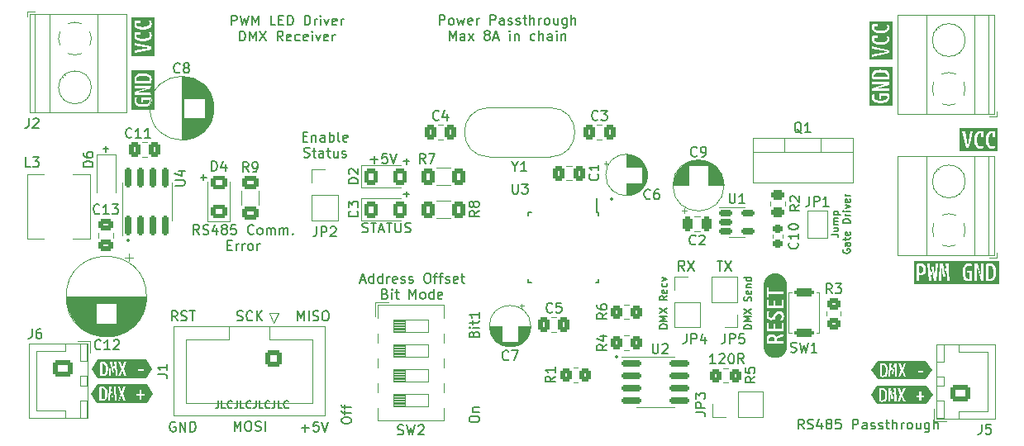
<source format=gbr>
%TF.GenerationSoftware,KiCad,Pcbnew,(6.0.11)*%
%TF.CreationDate,2023-02-12T20:14:36+01:00*%
%TF.ProjectId,DMX_PWM_LED_Driver,444d585f-5057-44d5-9f4c-45445f447269,rev?*%
%TF.SameCoordinates,Original*%
%TF.FileFunction,Legend,Top*%
%TF.FilePolarity,Positive*%
%FSLAX46Y46*%
G04 Gerber Fmt 4.6, Leading zero omitted, Abs format (unit mm)*
G04 Created by KiCad (PCBNEW (6.0.11)) date 2023-02-12 20:14:36*
%MOMM*%
%LPD*%
G01*
G04 APERTURE LIST*
G04 Aperture macros list*
%AMRoundRect*
0 Rectangle with rounded corners*
0 $1 Rounding radius*
0 $2 $3 $4 $5 $6 $7 $8 $9 X,Y pos of 4 corners*
0 Add a 4 corners polygon primitive as box body*
4,1,4,$2,$3,$4,$5,$6,$7,$8,$9,$2,$3,0*
0 Add four circle primitives for the rounded corners*
1,1,$1+$1,$2,$3*
1,1,$1+$1,$4,$5*
1,1,$1+$1,$6,$7*
1,1,$1+$1,$8,$9*
0 Add four rect primitives between the rounded corners*
20,1,$1+$1,$2,$3,$4,$5,0*
20,1,$1+$1,$4,$5,$6,$7,0*
20,1,$1+$1,$6,$7,$8,$9,0*
20,1,$1+$1,$8,$9,$2,$3,0*%
G04 Aperture macros list end*
%ADD10C,0.150000*%
%ADD11C,0.120000*%
%ADD12RoundRect,0.249999X0.450001X-0.350001X0.450001X0.350001X-0.450001X0.350001X-0.450001X-0.350001X0*%
%ADD13RoundRect,0.200000X-0.800000X0.200000X-0.800000X-0.200000X0.800000X-0.200000X0.800000X0.200000X0*%
%ADD14R,0.550000X1.600000*%
%ADD15R,1.600000X0.550000*%
%ADD16RoundRect,0.150000X-0.825000X-0.150000X0.825000X-0.150000X0.825000X0.150000X-0.825000X0.150000X0*%
%ADD17R,1.700000X1.700000*%
%ADD18O,1.700000X1.700000*%
%ADD19RoundRect,0.250000X-0.750000X0.600000X-0.750000X-0.600000X0.750000X-0.600000X0.750000X0.600000X0*%
%ADD20O,2.000000X1.700000*%
%ADD21R,2.600000X2.600000*%
%ADD22C,2.600000*%
%ADD23RoundRect,0.250000X0.750000X-0.600000X0.750000X0.600000X-0.750000X0.600000X-0.750000X-0.600000X0*%
%ADD24RoundRect,0.249999X0.350001X0.450001X-0.350001X0.450001X-0.350001X-0.450001X0.350001X-0.450001X0*%
%ADD25RoundRect,0.249999X-0.350001X-0.450001X0.350001X-0.450001X0.350001X0.450001X-0.350001X0.450001X0*%
%ADD26R,1.200000X1.200000*%
%ADD27C,1.200000*%
%ADD28RoundRect,0.250000X-0.600000X0.600000X-0.600000X-0.600000X0.600000X-0.600000X0.600000X0.600000X0*%
%ADD29C,1.700000*%
%ADD30RoundRect,0.250000X0.337500X0.475000X-0.337500X0.475000X-0.337500X-0.475000X0.337500X-0.475000X0*%
%ADD31RoundRect,0.250000X-0.625000X0.400000X-0.625000X-0.400000X0.625000X-0.400000X0.625000X0.400000X0*%
%ADD32R,2.440000X1.120000*%
%ADD33RoundRect,0.250000X-0.462500X-0.625000X0.462500X-0.625000X0.462500X0.625000X-0.462500X0.625000X0*%
%ADD34RoundRect,0.250000X-0.400000X-0.625000X0.400000X-0.625000X0.400000X0.625000X-0.400000X0.625000X0*%
%ADD35RoundRect,0.250000X-0.475000X0.337500X-0.475000X-0.337500X0.475000X-0.337500X0.475000X0.337500X0*%
%ADD36R,1.200000X0.900000*%
%ADD37R,2.400000X1.500000*%
%ADD38RoundRect,0.150000X0.150000X-0.825000X0.150000X0.825000X-0.150000X0.825000X-0.150000X-0.825000X0*%
%ADD39R,1.600000X1.600000*%
%ADD40C,1.600000*%
%ADD41C,1.500000*%
%ADD42RoundRect,0.250000X-0.337500X-0.475000X0.337500X-0.475000X0.337500X0.475000X-0.337500X0.475000X0*%
%ADD43RoundRect,0.250000X0.625000X-0.462500X0.625000X0.462500X-0.625000X0.462500X-0.625000X-0.462500X0*%
%ADD44RoundRect,0.225000X-0.250000X0.225000X-0.250000X-0.225000X0.250000X-0.225000X0.250000X0.225000X0*%
%ADD45RoundRect,0.250000X0.450000X-0.262500X0.450000X0.262500X-0.450000X0.262500X-0.450000X-0.262500X0*%
%ADD46R,1.500000X1.000000*%
%ADD47R,1.905000X2.000000*%
%ADD48O,1.905000X2.000000*%
%ADD49RoundRect,0.150000X-0.512500X-0.150000X0.512500X-0.150000X0.512500X0.150000X-0.512500X0.150000X0*%
%ADD50RoundRect,0.250000X0.250000X0.475000X-0.250000X0.475000X-0.250000X-0.475000X0.250000X-0.475000X0*%
%ADD51C,1.000000*%
%ADD52C,0.800000*%
G04 APERTURE END LIST*
D10*
X80899000Y-56769000D02*
G75*
G03*
X80899000Y-56769000I-127000J0D01*
G01*
X30861000Y-44831000D02*
G75*
G03*
X30861000Y-44831000I-127000J0D01*
G01*
X80391000Y-40640000D02*
G75*
G03*
X80391000Y-40640000I-127000J0D01*
G01*
X90903333Y-57482380D02*
X90331904Y-57482380D01*
X90617619Y-57482380D02*
X90617619Y-56482380D01*
X90522380Y-56625238D01*
X90427142Y-56720476D01*
X90331904Y-56768095D01*
X91284285Y-56577619D02*
X91331904Y-56530000D01*
X91427142Y-56482380D01*
X91665238Y-56482380D01*
X91760476Y-56530000D01*
X91808095Y-56577619D01*
X91855714Y-56672857D01*
X91855714Y-56768095D01*
X91808095Y-56910952D01*
X91236666Y-57482380D01*
X91855714Y-57482380D01*
X92474761Y-56482380D02*
X92570000Y-56482380D01*
X92665238Y-56530000D01*
X92712857Y-56577619D01*
X92760476Y-56672857D01*
X92808095Y-56863333D01*
X92808095Y-57101428D01*
X92760476Y-57291904D01*
X92712857Y-57387142D01*
X92665238Y-57434761D01*
X92570000Y-57482380D01*
X92474761Y-57482380D01*
X92379523Y-57434761D01*
X92331904Y-57387142D01*
X92284285Y-57291904D01*
X92236666Y-57101428D01*
X92236666Y-56863333D01*
X92284285Y-56672857D01*
X92331904Y-56577619D01*
X92379523Y-56530000D01*
X92474761Y-56482380D01*
X93808095Y-57482380D02*
X93474761Y-57006190D01*
X93236666Y-57482380D02*
X93236666Y-56482380D01*
X93617619Y-56482380D01*
X93712857Y-56530000D01*
X93760476Y-56577619D01*
X93808095Y-56672857D01*
X93808095Y-56815714D01*
X93760476Y-56910952D01*
X93712857Y-56958571D01*
X93617619Y-57006190D01*
X93236666Y-57006190D01*
X48085571Y-53093880D02*
X48085571Y-52093880D01*
X48418904Y-52808166D01*
X48752238Y-52093880D01*
X48752238Y-53093880D01*
X49228428Y-53093880D02*
X49228428Y-52093880D01*
X49657000Y-53046261D02*
X49799857Y-53093880D01*
X50037952Y-53093880D01*
X50133190Y-53046261D01*
X50180809Y-52998642D01*
X50228428Y-52903404D01*
X50228428Y-52808166D01*
X50180809Y-52712928D01*
X50133190Y-52665309D01*
X50037952Y-52617690D01*
X49847476Y-52570071D01*
X49752238Y-52522452D01*
X49704619Y-52474833D01*
X49657000Y-52379595D01*
X49657000Y-52284357D01*
X49704619Y-52189119D01*
X49752238Y-52141500D01*
X49847476Y-52093880D01*
X50085571Y-52093880D01*
X50228428Y-52141500D01*
X50847476Y-52093880D02*
X51037952Y-52093880D01*
X51133190Y-52141500D01*
X51228428Y-52236738D01*
X51276047Y-52427214D01*
X51276047Y-52760547D01*
X51228428Y-52951023D01*
X51133190Y-53046261D01*
X51037952Y-53093880D01*
X50847476Y-53093880D01*
X50752238Y-53046261D01*
X50657000Y-52951023D01*
X50609380Y-52760547D01*
X50609380Y-52427214D01*
X50657000Y-52236738D01*
X50752238Y-52141500D01*
X50847476Y-52093880D01*
X41894285Y-53046261D02*
X42037142Y-53093880D01*
X42275238Y-53093880D01*
X42370476Y-53046261D01*
X42418095Y-52998642D01*
X42465714Y-52903404D01*
X42465714Y-52808166D01*
X42418095Y-52712928D01*
X42370476Y-52665309D01*
X42275238Y-52617690D01*
X42084761Y-52570071D01*
X41989523Y-52522452D01*
X41941904Y-52474833D01*
X41894285Y-52379595D01*
X41894285Y-52284357D01*
X41941904Y-52189119D01*
X41989523Y-52141500D01*
X42084761Y-52093880D01*
X42322857Y-52093880D01*
X42465714Y-52141500D01*
X43465714Y-52998642D02*
X43418095Y-53046261D01*
X43275238Y-53093880D01*
X43180000Y-53093880D01*
X43037142Y-53046261D01*
X42941904Y-52951023D01*
X42894285Y-52855785D01*
X42846666Y-52665309D01*
X42846666Y-52522452D01*
X42894285Y-52331976D01*
X42941904Y-52236738D01*
X43037142Y-52141500D01*
X43180000Y-52093880D01*
X43275238Y-52093880D01*
X43418095Y-52141500D01*
X43465714Y-52189119D01*
X43894285Y-53093880D02*
X43894285Y-52093880D01*
X44465714Y-53093880D02*
X44037142Y-52522452D01*
X44465714Y-52093880D02*
X43894285Y-52665309D01*
X35774380Y-53093880D02*
X35441047Y-52617690D01*
X35202952Y-53093880D02*
X35202952Y-52093880D01*
X35583904Y-52093880D01*
X35679142Y-52141500D01*
X35726761Y-52189119D01*
X35774380Y-52284357D01*
X35774380Y-52427214D01*
X35726761Y-52522452D01*
X35679142Y-52570071D01*
X35583904Y-52617690D01*
X35202952Y-52617690D01*
X36155333Y-53046261D02*
X36298190Y-53093880D01*
X36536285Y-53093880D01*
X36631523Y-53046261D01*
X36679142Y-52998642D01*
X36726761Y-52903404D01*
X36726761Y-52808166D01*
X36679142Y-52712928D01*
X36631523Y-52665309D01*
X36536285Y-52617690D01*
X36345809Y-52570071D01*
X36250571Y-52522452D01*
X36202952Y-52474833D01*
X36155333Y-52379595D01*
X36155333Y-52284357D01*
X36202952Y-52189119D01*
X36250571Y-52141500D01*
X36345809Y-52093880D01*
X36583904Y-52093880D01*
X36726761Y-52141500D01*
X37012476Y-52093880D02*
X37583904Y-52093880D01*
X37298190Y-53093880D02*
X37298190Y-52093880D01*
X35560095Y-63508000D02*
X35464857Y-63460380D01*
X35322000Y-63460380D01*
X35179142Y-63508000D01*
X35083904Y-63603238D01*
X35036285Y-63698476D01*
X34988666Y-63888952D01*
X34988666Y-64031809D01*
X35036285Y-64222285D01*
X35083904Y-64317523D01*
X35179142Y-64412761D01*
X35322000Y-64460380D01*
X35417238Y-64460380D01*
X35560095Y-64412761D01*
X35607714Y-64365142D01*
X35607714Y-64031809D01*
X35417238Y-64031809D01*
X36036285Y-64460380D02*
X36036285Y-63460380D01*
X36607714Y-64460380D01*
X36607714Y-63460380D01*
X37083904Y-64460380D02*
X37083904Y-63460380D01*
X37322000Y-63460380D01*
X37464857Y-63508000D01*
X37560095Y-63603238D01*
X37607714Y-63698476D01*
X37655333Y-63888952D01*
X37655333Y-64031809D01*
X37607714Y-64222285D01*
X37560095Y-64317523D01*
X37464857Y-64412761D01*
X37322000Y-64460380D01*
X37083904Y-64460380D01*
X41608571Y-64396880D02*
X41608571Y-63396880D01*
X41941904Y-64111166D01*
X42275238Y-63396880D01*
X42275238Y-64396880D01*
X42941904Y-63396880D02*
X43132380Y-63396880D01*
X43227619Y-63444500D01*
X43322857Y-63539738D01*
X43370476Y-63730214D01*
X43370476Y-64063547D01*
X43322857Y-64254023D01*
X43227619Y-64349261D01*
X43132380Y-64396880D01*
X42941904Y-64396880D01*
X42846666Y-64349261D01*
X42751428Y-64254023D01*
X42703809Y-64063547D01*
X42703809Y-63730214D01*
X42751428Y-63539738D01*
X42846666Y-63444500D01*
X42941904Y-63396880D01*
X43751428Y-64349261D02*
X43894285Y-64396880D01*
X44132380Y-64396880D01*
X44227619Y-64349261D01*
X44275238Y-64301642D01*
X44322857Y-64206404D01*
X44322857Y-64111166D01*
X44275238Y-64015928D01*
X44227619Y-63968309D01*
X44132380Y-63920690D01*
X43941904Y-63873071D01*
X43846666Y-63825452D01*
X43799047Y-63777833D01*
X43751428Y-63682595D01*
X43751428Y-63587357D01*
X43799047Y-63492119D01*
X43846666Y-63444500D01*
X43941904Y-63396880D01*
X44180000Y-63396880D01*
X44322857Y-63444500D01*
X44751428Y-64396880D02*
X44751428Y-63396880D01*
X48498285Y-64079428D02*
X49260190Y-64079428D01*
X48879238Y-64460380D02*
X48879238Y-63698476D01*
X50212571Y-63460380D02*
X49736380Y-63460380D01*
X49688761Y-63936571D01*
X49736380Y-63888952D01*
X49831619Y-63841333D01*
X50069714Y-63841333D01*
X50164952Y-63888952D01*
X50212571Y-63936571D01*
X50260190Y-64031809D01*
X50260190Y-64269904D01*
X50212571Y-64365142D01*
X50164952Y-64412761D01*
X50069714Y-64460380D01*
X49831619Y-64460380D01*
X49736380Y-64412761D01*
X49688761Y-64365142D01*
X50545904Y-63460380D02*
X50879238Y-64460380D01*
X51212571Y-63460380D01*
X41299523Y-22797380D02*
X41299523Y-21797380D01*
X41680476Y-21797380D01*
X41775714Y-21845000D01*
X41823333Y-21892619D01*
X41870952Y-21987857D01*
X41870952Y-22130714D01*
X41823333Y-22225952D01*
X41775714Y-22273571D01*
X41680476Y-22321190D01*
X41299523Y-22321190D01*
X42204285Y-21797380D02*
X42442380Y-22797380D01*
X42632857Y-22083095D01*
X42823333Y-22797380D01*
X43061428Y-21797380D01*
X43442380Y-22797380D02*
X43442380Y-21797380D01*
X43775714Y-22511666D01*
X44109047Y-21797380D01*
X44109047Y-22797380D01*
X45823333Y-22797380D02*
X45347142Y-22797380D01*
X45347142Y-21797380D01*
X46156666Y-22273571D02*
X46490000Y-22273571D01*
X46632857Y-22797380D02*
X46156666Y-22797380D01*
X46156666Y-21797380D01*
X46632857Y-21797380D01*
X47061428Y-22797380D02*
X47061428Y-21797380D01*
X47299523Y-21797380D01*
X47442380Y-21845000D01*
X47537619Y-21940238D01*
X47585238Y-22035476D01*
X47632857Y-22225952D01*
X47632857Y-22368809D01*
X47585238Y-22559285D01*
X47537619Y-22654523D01*
X47442380Y-22749761D01*
X47299523Y-22797380D01*
X47061428Y-22797380D01*
X48823333Y-22797380D02*
X48823333Y-21797380D01*
X49061428Y-21797380D01*
X49204285Y-21845000D01*
X49299523Y-21940238D01*
X49347142Y-22035476D01*
X49394761Y-22225952D01*
X49394761Y-22368809D01*
X49347142Y-22559285D01*
X49299523Y-22654523D01*
X49204285Y-22749761D01*
X49061428Y-22797380D01*
X48823333Y-22797380D01*
X49823333Y-22797380D02*
X49823333Y-22130714D01*
X49823333Y-22321190D02*
X49870952Y-22225952D01*
X49918571Y-22178333D01*
X50013809Y-22130714D01*
X50109047Y-22130714D01*
X50442380Y-22797380D02*
X50442380Y-22130714D01*
X50442380Y-21797380D02*
X50394761Y-21845000D01*
X50442380Y-21892619D01*
X50490000Y-21845000D01*
X50442380Y-21797380D01*
X50442380Y-21892619D01*
X50823333Y-22130714D02*
X51061428Y-22797380D01*
X51299523Y-22130714D01*
X52061428Y-22749761D02*
X51966190Y-22797380D01*
X51775714Y-22797380D01*
X51680476Y-22749761D01*
X51632857Y-22654523D01*
X51632857Y-22273571D01*
X51680476Y-22178333D01*
X51775714Y-22130714D01*
X51966190Y-22130714D01*
X52061428Y-22178333D01*
X52109047Y-22273571D01*
X52109047Y-22368809D01*
X51632857Y-22464047D01*
X52537619Y-22797380D02*
X52537619Y-22130714D01*
X52537619Y-22321190D02*
X52585238Y-22225952D01*
X52632857Y-22178333D01*
X52728095Y-22130714D01*
X52823333Y-22130714D01*
X42156666Y-24407380D02*
X42156666Y-23407380D01*
X42394761Y-23407380D01*
X42537619Y-23455000D01*
X42632857Y-23550238D01*
X42680476Y-23645476D01*
X42728095Y-23835952D01*
X42728095Y-23978809D01*
X42680476Y-24169285D01*
X42632857Y-24264523D01*
X42537619Y-24359761D01*
X42394761Y-24407380D01*
X42156666Y-24407380D01*
X43156666Y-24407380D02*
X43156666Y-23407380D01*
X43490000Y-24121666D01*
X43823333Y-23407380D01*
X43823333Y-24407380D01*
X44204285Y-23407380D02*
X44870952Y-24407380D01*
X44870952Y-23407380D02*
X44204285Y-24407380D01*
X46585238Y-24407380D02*
X46251904Y-23931190D01*
X46013809Y-24407380D02*
X46013809Y-23407380D01*
X46394761Y-23407380D01*
X46490000Y-23455000D01*
X46537619Y-23502619D01*
X46585238Y-23597857D01*
X46585238Y-23740714D01*
X46537619Y-23835952D01*
X46490000Y-23883571D01*
X46394761Y-23931190D01*
X46013809Y-23931190D01*
X47394761Y-24359761D02*
X47299523Y-24407380D01*
X47109047Y-24407380D01*
X47013809Y-24359761D01*
X46966190Y-24264523D01*
X46966190Y-23883571D01*
X47013809Y-23788333D01*
X47109047Y-23740714D01*
X47299523Y-23740714D01*
X47394761Y-23788333D01*
X47442380Y-23883571D01*
X47442380Y-23978809D01*
X46966190Y-24074047D01*
X48299523Y-24359761D02*
X48204285Y-24407380D01*
X48013809Y-24407380D01*
X47918571Y-24359761D01*
X47870952Y-24312142D01*
X47823333Y-24216904D01*
X47823333Y-23931190D01*
X47870952Y-23835952D01*
X47918571Y-23788333D01*
X48013809Y-23740714D01*
X48204285Y-23740714D01*
X48299523Y-23788333D01*
X49109047Y-24359761D02*
X49013809Y-24407380D01*
X48823333Y-24407380D01*
X48728095Y-24359761D01*
X48680476Y-24264523D01*
X48680476Y-23883571D01*
X48728095Y-23788333D01*
X48823333Y-23740714D01*
X49013809Y-23740714D01*
X49109047Y-23788333D01*
X49156666Y-23883571D01*
X49156666Y-23978809D01*
X48680476Y-24074047D01*
X49585238Y-24407380D02*
X49585238Y-23740714D01*
X49585238Y-23407380D02*
X49537619Y-23455000D01*
X49585238Y-23502619D01*
X49632857Y-23455000D01*
X49585238Y-23407380D01*
X49585238Y-23502619D01*
X49966190Y-23740714D02*
X50204285Y-24407380D01*
X50442380Y-23740714D01*
X51204285Y-24359761D02*
X51109047Y-24407380D01*
X50918571Y-24407380D01*
X50823333Y-24359761D01*
X50775714Y-24264523D01*
X50775714Y-23883571D01*
X50823333Y-23788333D01*
X50918571Y-23740714D01*
X51109047Y-23740714D01*
X51204285Y-23788333D01*
X51251904Y-23883571D01*
X51251904Y-23978809D01*
X50775714Y-24074047D01*
X51680476Y-24407380D02*
X51680476Y-23740714D01*
X51680476Y-23931190D02*
X51728095Y-23835952D01*
X51775714Y-23788333D01*
X51870952Y-23740714D01*
X51966190Y-23740714D01*
X62619809Y-22761380D02*
X62619809Y-21761380D01*
X63000761Y-21761380D01*
X63096000Y-21809000D01*
X63143619Y-21856619D01*
X63191238Y-21951857D01*
X63191238Y-22094714D01*
X63143619Y-22189952D01*
X63096000Y-22237571D01*
X63000761Y-22285190D01*
X62619809Y-22285190D01*
X63762666Y-22761380D02*
X63667428Y-22713761D01*
X63619809Y-22666142D01*
X63572190Y-22570904D01*
X63572190Y-22285190D01*
X63619809Y-22189952D01*
X63667428Y-22142333D01*
X63762666Y-22094714D01*
X63905523Y-22094714D01*
X64000761Y-22142333D01*
X64048380Y-22189952D01*
X64096000Y-22285190D01*
X64096000Y-22570904D01*
X64048380Y-22666142D01*
X64000761Y-22713761D01*
X63905523Y-22761380D01*
X63762666Y-22761380D01*
X64429333Y-22094714D02*
X64619809Y-22761380D01*
X64810285Y-22285190D01*
X65000761Y-22761380D01*
X65191238Y-22094714D01*
X65953142Y-22713761D02*
X65857904Y-22761380D01*
X65667428Y-22761380D01*
X65572190Y-22713761D01*
X65524571Y-22618523D01*
X65524571Y-22237571D01*
X65572190Y-22142333D01*
X65667428Y-22094714D01*
X65857904Y-22094714D01*
X65953142Y-22142333D01*
X66000761Y-22237571D01*
X66000761Y-22332809D01*
X65524571Y-22428047D01*
X66429333Y-22761380D02*
X66429333Y-22094714D01*
X66429333Y-22285190D02*
X66476952Y-22189952D01*
X66524571Y-22142333D01*
X66619809Y-22094714D01*
X66715047Y-22094714D01*
X67810285Y-22761380D02*
X67810285Y-21761380D01*
X68191238Y-21761380D01*
X68286476Y-21809000D01*
X68334095Y-21856619D01*
X68381714Y-21951857D01*
X68381714Y-22094714D01*
X68334095Y-22189952D01*
X68286476Y-22237571D01*
X68191238Y-22285190D01*
X67810285Y-22285190D01*
X69238857Y-22761380D02*
X69238857Y-22237571D01*
X69191238Y-22142333D01*
X69096000Y-22094714D01*
X68905523Y-22094714D01*
X68810285Y-22142333D01*
X69238857Y-22713761D02*
X69143619Y-22761380D01*
X68905523Y-22761380D01*
X68810285Y-22713761D01*
X68762666Y-22618523D01*
X68762666Y-22523285D01*
X68810285Y-22428047D01*
X68905523Y-22380428D01*
X69143619Y-22380428D01*
X69238857Y-22332809D01*
X69667428Y-22713761D02*
X69762666Y-22761380D01*
X69953142Y-22761380D01*
X70048380Y-22713761D01*
X70096000Y-22618523D01*
X70096000Y-22570904D01*
X70048380Y-22475666D01*
X69953142Y-22428047D01*
X69810285Y-22428047D01*
X69715047Y-22380428D01*
X69667428Y-22285190D01*
X69667428Y-22237571D01*
X69715047Y-22142333D01*
X69810285Y-22094714D01*
X69953142Y-22094714D01*
X70048380Y-22142333D01*
X70476952Y-22713761D02*
X70572190Y-22761380D01*
X70762666Y-22761380D01*
X70857904Y-22713761D01*
X70905523Y-22618523D01*
X70905523Y-22570904D01*
X70857904Y-22475666D01*
X70762666Y-22428047D01*
X70619809Y-22428047D01*
X70524571Y-22380428D01*
X70476952Y-22285190D01*
X70476952Y-22237571D01*
X70524571Y-22142333D01*
X70619809Y-22094714D01*
X70762666Y-22094714D01*
X70857904Y-22142333D01*
X71191238Y-22094714D02*
X71572190Y-22094714D01*
X71334095Y-21761380D02*
X71334095Y-22618523D01*
X71381714Y-22713761D01*
X71476952Y-22761380D01*
X71572190Y-22761380D01*
X71905523Y-22761380D02*
X71905523Y-21761380D01*
X72334095Y-22761380D02*
X72334095Y-22237571D01*
X72286476Y-22142333D01*
X72191238Y-22094714D01*
X72048380Y-22094714D01*
X71953142Y-22142333D01*
X71905523Y-22189952D01*
X72810285Y-22761380D02*
X72810285Y-22094714D01*
X72810285Y-22285190D02*
X72857904Y-22189952D01*
X72905523Y-22142333D01*
X73000761Y-22094714D01*
X73096000Y-22094714D01*
X73572190Y-22761380D02*
X73476952Y-22713761D01*
X73429333Y-22666142D01*
X73381714Y-22570904D01*
X73381714Y-22285190D01*
X73429333Y-22189952D01*
X73476952Y-22142333D01*
X73572190Y-22094714D01*
X73715047Y-22094714D01*
X73810285Y-22142333D01*
X73857904Y-22189952D01*
X73905523Y-22285190D01*
X73905523Y-22570904D01*
X73857904Y-22666142D01*
X73810285Y-22713761D01*
X73715047Y-22761380D01*
X73572190Y-22761380D01*
X74762666Y-22094714D02*
X74762666Y-22761380D01*
X74334095Y-22094714D02*
X74334095Y-22618523D01*
X74381714Y-22713761D01*
X74476952Y-22761380D01*
X74619809Y-22761380D01*
X74715047Y-22713761D01*
X74762666Y-22666142D01*
X75667428Y-22094714D02*
X75667428Y-22904238D01*
X75619809Y-22999476D01*
X75572190Y-23047095D01*
X75476952Y-23094714D01*
X75334095Y-23094714D01*
X75238857Y-23047095D01*
X75667428Y-22713761D02*
X75572190Y-22761380D01*
X75381714Y-22761380D01*
X75286476Y-22713761D01*
X75238857Y-22666142D01*
X75191238Y-22570904D01*
X75191238Y-22285190D01*
X75238857Y-22189952D01*
X75286476Y-22142333D01*
X75381714Y-22094714D01*
X75572190Y-22094714D01*
X75667428Y-22142333D01*
X76143619Y-22761380D02*
X76143619Y-21761380D01*
X76572190Y-22761380D02*
X76572190Y-22237571D01*
X76524571Y-22142333D01*
X76429333Y-22094714D01*
X76286476Y-22094714D01*
X76191238Y-22142333D01*
X76143619Y-22189952D01*
X63643619Y-24371380D02*
X63643619Y-23371380D01*
X63976952Y-24085666D01*
X64310285Y-23371380D01*
X64310285Y-24371380D01*
X65215047Y-24371380D02*
X65215047Y-23847571D01*
X65167428Y-23752333D01*
X65072190Y-23704714D01*
X64881714Y-23704714D01*
X64786476Y-23752333D01*
X65215047Y-24323761D02*
X65119809Y-24371380D01*
X64881714Y-24371380D01*
X64786476Y-24323761D01*
X64738857Y-24228523D01*
X64738857Y-24133285D01*
X64786476Y-24038047D01*
X64881714Y-23990428D01*
X65119809Y-23990428D01*
X65215047Y-23942809D01*
X65596000Y-24371380D02*
X66119809Y-23704714D01*
X65596000Y-23704714D02*
X66119809Y-24371380D01*
X67405523Y-23799952D02*
X67310285Y-23752333D01*
X67262666Y-23704714D01*
X67215047Y-23609476D01*
X67215047Y-23561857D01*
X67262666Y-23466619D01*
X67310285Y-23419000D01*
X67405523Y-23371380D01*
X67596000Y-23371380D01*
X67691238Y-23419000D01*
X67738857Y-23466619D01*
X67786476Y-23561857D01*
X67786476Y-23609476D01*
X67738857Y-23704714D01*
X67691238Y-23752333D01*
X67596000Y-23799952D01*
X67405523Y-23799952D01*
X67310285Y-23847571D01*
X67262666Y-23895190D01*
X67215047Y-23990428D01*
X67215047Y-24180904D01*
X67262666Y-24276142D01*
X67310285Y-24323761D01*
X67405523Y-24371380D01*
X67596000Y-24371380D01*
X67691238Y-24323761D01*
X67738857Y-24276142D01*
X67786476Y-24180904D01*
X67786476Y-23990428D01*
X67738857Y-23895190D01*
X67691238Y-23847571D01*
X67596000Y-23799952D01*
X68167428Y-24085666D02*
X68643619Y-24085666D01*
X68072190Y-24371380D02*
X68405523Y-23371380D01*
X68738857Y-24371380D01*
X69834095Y-24371380D02*
X69834095Y-23704714D01*
X69834095Y-23371380D02*
X69786476Y-23419000D01*
X69834095Y-23466619D01*
X69881714Y-23419000D01*
X69834095Y-23371380D01*
X69834095Y-23466619D01*
X70310285Y-23704714D02*
X70310285Y-24371380D01*
X70310285Y-23799952D02*
X70357904Y-23752333D01*
X70453142Y-23704714D01*
X70596000Y-23704714D01*
X70691238Y-23752333D01*
X70738857Y-23847571D01*
X70738857Y-24371380D01*
X72405523Y-24323761D02*
X72310285Y-24371380D01*
X72119809Y-24371380D01*
X72024571Y-24323761D01*
X71976952Y-24276142D01*
X71929333Y-24180904D01*
X71929333Y-23895190D01*
X71976952Y-23799952D01*
X72024571Y-23752333D01*
X72119809Y-23704714D01*
X72310285Y-23704714D01*
X72405523Y-23752333D01*
X72834095Y-24371380D02*
X72834095Y-23371380D01*
X73262666Y-24371380D02*
X73262666Y-23847571D01*
X73215047Y-23752333D01*
X73119809Y-23704714D01*
X72976952Y-23704714D01*
X72881714Y-23752333D01*
X72834095Y-23799952D01*
X74167428Y-24371380D02*
X74167428Y-23847571D01*
X74119809Y-23752333D01*
X74024571Y-23704714D01*
X73834095Y-23704714D01*
X73738857Y-23752333D01*
X74167428Y-24323761D02*
X74072190Y-24371380D01*
X73834095Y-24371380D01*
X73738857Y-24323761D01*
X73691238Y-24228523D01*
X73691238Y-24133285D01*
X73738857Y-24038047D01*
X73834095Y-23990428D01*
X74072190Y-23990428D01*
X74167428Y-23942809D01*
X74643619Y-24371380D02*
X74643619Y-23704714D01*
X74643619Y-23371380D02*
X74596000Y-23419000D01*
X74643619Y-23466619D01*
X74691238Y-23419000D01*
X74643619Y-23371380D01*
X74643619Y-23466619D01*
X75119809Y-23704714D02*
X75119809Y-24371380D01*
X75119809Y-23799952D02*
X75167428Y-23752333D01*
X75262666Y-23704714D01*
X75405523Y-23704714D01*
X75500761Y-23752333D01*
X75548380Y-23847571D01*
X75548380Y-24371380D01*
X99954761Y-64202380D02*
X99621428Y-63726190D01*
X99383333Y-64202380D02*
X99383333Y-63202380D01*
X99764285Y-63202380D01*
X99859523Y-63250000D01*
X99907142Y-63297619D01*
X99954761Y-63392857D01*
X99954761Y-63535714D01*
X99907142Y-63630952D01*
X99859523Y-63678571D01*
X99764285Y-63726190D01*
X99383333Y-63726190D01*
X100335714Y-64154761D02*
X100478571Y-64202380D01*
X100716666Y-64202380D01*
X100811904Y-64154761D01*
X100859523Y-64107142D01*
X100907142Y-64011904D01*
X100907142Y-63916666D01*
X100859523Y-63821428D01*
X100811904Y-63773809D01*
X100716666Y-63726190D01*
X100526190Y-63678571D01*
X100430952Y-63630952D01*
X100383333Y-63583333D01*
X100335714Y-63488095D01*
X100335714Y-63392857D01*
X100383333Y-63297619D01*
X100430952Y-63250000D01*
X100526190Y-63202380D01*
X100764285Y-63202380D01*
X100907142Y-63250000D01*
X101764285Y-63535714D02*
X101764285Y-64202380D01*
X101526190Y-63154761D02*
X101288095Y-63869047D01*
X101907142Y-63869047D01*
X102430952Y-63630952D02*
X102335714Y-63583333D01*
X102288095Y-63535714D01*
X102240476Y-63440476D01*
X102240476Y-63392857D01*
X102288095Y-63297619D01*
X102335714Y-63250000D01*
X102430952Y-63202380D01*
X102621428Y-63202380D01*
X102716666Y-63250000D01*
X102764285Y-63297619D01*
X102811904Y-63392857D01*
X102811904Y-63440476D01*
X102764285Y-63535714D01*
X102716666Y-63583333D01*
X102621428Y-63630952D01*
X102430952Y-63630952D01*
X102335714Y-63678571D01*
X102288095Y-63726190D01*
X102240476Y-63821428D01*
X102240476Y-64011904D01*
X102288095Y-64107142D01*
X102335714Y-64154761D01*
X102430952Y-64202380D01*
X102621428Y-64202380D01*
X102716666Y-64154761D01*
X102764285Y-64107142D01*
X102811904Y-64011904D01*
X102811904Y-63821428D01*
X102764285Y-63726190D01*
X102716666Y-63678571D01*
X102621428Y-63630952D01*
X103716666Y-63202380D02*
X103240476Y-63202380D01*
X103192857Y-63678571D01*
X103240476Y-63630952D01*
X103335714Y-63583333D01*
X103573809Y-63583333D01*
X103669047Y-63630952D01*
X103716666Y-63678571D01*
X103764285Y-63773809D01*
X103764285Y-64011904D01*
X103716666Y-64107142D01*
X103669047Y-64154761D01*
X103573809Y-64202380D01*
X103335714Y-64202380D01*
X103240476Y-64154761D01*
X103192857Y-64107142D01*
X104954761Y-64202380D02*
X104954761Y-63202380D01*
X105335714Y-63202380D01*
X105430952Y-63250000D01*
X105478571Y-63297619D01*
X105526190Y-63392857D01*
X105526190Y-63535714D01*
X105478571Y-63630952D01*
X105430952Y-63678571D01*
X105335714Y-63726190D01*
X104954761Y-63726190D01*
X106383333Y-64202380D02*
X106383333Y-63678571D01*
X106335714Y-63583333D01*
X106240476Y-63535714D01*
X106050000Y-63535714D01*
X105954761Y-63583333D01*
X106383333Y-64154761D02*
X106288095Y-64202380D01*
X106050000Y-64202380D01*
X105954761Y-64154761D01*
X105907142Y-64059523D01*
X105907142Y-63964285D01*
X105954761Y-63869047D01*
X106050000Y-63821428D01*
X106288095Y-63821428D01*
X106383333Y-63773809D01*
X106811904Y-64154761D02*
X106907142Y-64202380D01*
X107097619Y-64202380D01*
X107192857Y-64154761D01*
X107240476Y-64059523D01*
X107240476Y-64011904D01*
X107192857Y-63916666D01*
X107097619Y-63869047D01*
X106954761Y-63869047D01*
X106859523Y-63821428D01*
X106811904Y-63726190D01*
X106811904Y-63678571D01*
X106859523Y-63583333D01*
X106954761Y-63535714D01*
X107097619Y-63535714D01*
X107192857Y-63583333D01*
X107621428Y-64154761D02*
X107716666Y-64202380D01*
X107907142Y-64202380D01*
X108002380Y-64154761D01*
X108050000Y-64059523D01*
X108050000Y-64011904D01*
X108002380Y-63916666D01*
X107907142Y-63869047D01*
X107764285Y-63869047D01*
X107669047Y-63821428D01*
X107621428Y-63726190D01*
X107621428Y-63678571D01*
X107669047Y-63583333D01*
X107764285Y-63535714D01*
X107907142Y-63535714D01*
X108002380Y-63583333D01*
X108335714Y-63535714D02*
X108716666Y-63535714D01*
X108478571Y-63202380D02*
X108478571Y-64059523D01*
X108526190Y-64154761D01*
X108621428Y-64202380D01*
X108716666Y-64202380D01*
X109050000Y-64202380D02*
X109050000Y-63202380D01*
X109478571Y-64202380D02*
X109478571Y-63678571D01*
X109430952Y-63583333D01*
X109335714Y-63535714D01*
X109192857Y-63535714D01*
X109097619Y-63583333D01*
X109050000Y-63630952D01*
X109954761Y-64202380D02*
X109954761Y-63535714D01*
X109954761Y-63726190D02*
X110002380Y-63630952D01*
X110050000Y-63583333D01*
X110145238Y-63535714D01*
X110240476Y-63535714D01*
X110716666Y-64202380D02*
X110621428Y-64154761D01*
X110573809Y-64107142D01*
X110526190Y-64011904D01*
X110526190Y-63726190D01*
X110573809Y-63630952D01*
X110621428Y-63583333D01*
X110716666Y-63535714D01*
X110859523Y-63535714D01*
X110954761Y-63583333D01*
X111002380Y-63630952D01*
X111050000Y-63726190D01*
X111050000Y-64011904D01*
X111002380Y-64107142D01*
X110954761Y-64154761D01*
X110859523Y-64202380D01*
X110716666Y-64202380D01*
X111907142Y-63535714D02*
X111907142Y-64202380D01*
X111478571Y-63535714D02*
X111478571Y-64059523D01*
X111526190Y-64154761D01*
X111621428Y-64202380D01*
X111764285Y-64202380D01*
X111859523Y-64154761D01*
X111907142Y-64107142D01*
X112811904Y-63535714D02*
X112811904Y-64345238D01*
X112764285Y-64440476D01*
X112716666Y-64488095D01*
X112621428Y-64535714D01*
X112478571Y-64535714D01*
X112383333Y-64488095D01*
X112811904Y-64154761D02*
X112716666Y-64202380D01*
X112526190Y-64202380D01*
X112430952Y-64154761D01*
X112383333Y-64107142D01*
X112335714Y-64011904D01*
X112335714Y-63726190D01*
X112383333Y-63630952D01*
X112430952Y-63583333D01*
X112526190Y-63535714D01*
X112716666Y-63535714D01*
X112811904Y-63583333D01*
X113288095Y-64202380D02*
X113288095Y-63202380D01*
X113716666Y-64202380D02*
X113716666Y-63678571D01*
X113669047Y-63583333D01*
X113573809Y-63535714D01*
X113430952Y-63535714D01*
X113335714Y-63583333D01*
X113288095Y-63630952D01*
X38011999Y-44257380D02*
X37678666Y-43781190D01*
X37440571Y-44257380D02*
X37440571Y-43257380D01*
X37821523Y-43257380D01*
X37916761Y-43305000D01*
X37964380Y-43352619D01*
X38011999Y-43447857D01*
X38011999Y-43590714D01*
X37964380Y-43685952D01*
X37916761Y-43733571D01*
X37821523Y-43781190D01*
X37440571Y-43781190D01*
X38392952Y-44209761D02*
X38535809Y-44257380D01*
X38773904Y-44257380D01*
X38869142Y-44209761D01*
X38916761Y-44162142D01*
X38964380Y-44066904D01*
X38964380Y-43971666D01*
X38916761Y-43876428D01*
X38869142Y-43828809D01*
X38773904Y-43781190D01*
X38583428Y-43733571D01*
X38488190Y-43685952D01*
X38440571Y-43638333D01*
X38392952Y-43543095D01*
X38392952Y-43447857D01*
X38440571Y-43352619D01*
X38488190Y-43305000D01*
X38583428Y-43257380D01*
X38821523Y-43257380D01*
X38964380Y-43305000D01*
X39821523Y-43590714D02*
X39821523Y-44257380D01*
X39583428Y-43209761D02*
X39345333Y-43924047D01*
X39964380Y-43924047D01*
X40488190Y-43685952D02*
X40392952Y-43638333D01*
X40345333Y-43590714D01*
X40297714Y-43495476D01*
X40297714Y-43447857D01*
X40345333Y-43352619D01*
X40392952Y-43305000D01*
X40488190Y-43257380D01*
X40678666Y-43257380D01*
X40773904Y-43305000D01*
X40821523Y-43352619D01*
X40869142Y-43447857D01*
X40869142Y-43495476D01*
X40821523Y-43590714D01*
X40773904Y-43638333D01*
X40678666Y-43685952D01*
X40488190Y-43685952D01*
X40392952Y-43733571D01*
X40345333Y-43781190D01*
X40297714Y-43876428D01*
X40297714Y-44066904D01*
X40345333Y-44162142D01*
X40392952Y-44209761D01*
X40488190Y-44257380D01*
X40678666Y-44257380D01*
X40773904Y-44209761D01*
X40821523Y-44162142D01*
X40869142Y-44066904D01*
X40869142Y-43876428D01*
X40821523Y-43781190D01*
X40773904Y-43733571D01*
X40678666Y-43685952D01*
X41773904Y-43257380D02*
X41297714Y-43257380D01*
X41250095Y-43733571D01*
X41297714Y-43685952D01*
X41392952Y-43638333D01*
X41631047Y-43638333D01*
X41726285Y-43685952D01*
X41773904Y-43733571D01*
X41821523Y-43828809D01*
X41821523Y-44066904D01*
X41773904Y-44162142D01*
X41726285Y-44209761D01*
X41631047Y-44257380D01*
X41392952Y-44257380D01*
X41297714Y-44209761D01*
X41250095Y-44162142D01*
X43583428Y-44162142D02*
X43535809Y-44209761D01*
X43392952Y-44257380D01*
X43297714Y-44257380D01*
X43154857Y-44209761D01*
X43059619Y-44114523D01*
X43011999Y-44019285D01*
X42964380Y-43828809D01*
X42964380Y-43685952D01*
X43011999Y-43495476D01*
X43059619Y-43400238D01*
X43154857Y-43305000D01*
X43297714Y-43257380D01*
X43392952Y-43257380D01*
X43535809Y-43305000D01*
X43583428Y-43352619D01*
X44154857Y-44257380D02*
X44059619Y-44209761D01*
X44011999Y-44162142D01*
X43964380Y-44066904D01*
X43964380Y-43781190D01*
X44011999Y-43685952D01*
X44059619Y-43638333D01*
X44154857Y-43590714D01*
X44297714Y-43590714D01*
X44392952Y-43638333D01*
X44440571Y-43685952D01*
X44488190Y-43781190D01*
X44488190Y-44066904D01*
X44440571Y-44162142D01*
X44392952Y-44209761D01*
X44297714Y-44257380D01*
X44154857Y-44257380D01*
X44916761Y-44257380D02*
X44916761Y-43590714D01*
X44916761Y-43685952D02*
X44964380Y-43638333D01*
X45059619Y-43590714D01*
X45202476Y-43590714D01*
X45297714Y-43638333D01*
X45345333Y-43733571D01*
X45345333Y-44257380D01*
X45345333Y-43733571D02*
X45392952Y-43638333D01*
X45488190Y-43590714D01*
X45631047Y-43590714D01*
X45726285Y-43638333D01*
X45773904Y-43733571D01*
X45773904Y-44257380D01*
X46250095Y-44257380D02*
X46250095Y-43590714D01*
X46250095Y-43685952D02*
X46297714Y-43638333D01*
X46392952Y-43590714D01*
X46535809Y-43590714D01*
X46631047Y-43638333D01*
X46678666Y-43733571D01*
X46678666Y-44257380D01*
X46678666Y-43733571D02*
X46726285Y-43638333D01*
X46821523Y-43590714D01*
X46964380Y-43590714D01*
X47059619Y-43638333D01*
X47107238Y-43733571D01*
X47107238Y-44257380D01*
X47583428Y-44162142D02*
X47631047Y-44209761D01*
X47583428Y-44257380D01*
X47535809Y-44209761D01*
X47583428Y-44162142D01*
X47583428Y-44257380D01*
X40916761Y-45343571D02*
X41250095Y-45343571D01*
X41392952Y-45867380D02*
X40916761Y-45867380D01*
X40916761Y-44867380D01*
X41392952Y-44867380D01*
X41821523Y-45867380D02*
X41821523Y-45200714D01*
X41821523Y-45391190D02*
X41869142Y-45295952D01*
X41916761Y-45248333D01*
X42012000Y-45200714D01*
X42107238Y-45200714D01*
X42440571Y-45867380D02*
X42440571Y-45200714D01*
X42440571Y-45391190D02*
X42488190Y-45295952D01*
X42535809Y-45248333D01*
X42631047Y-45200714D01*
X42726285Y-45200714D01*
X43202476Y-45867380D02*
X43107238Y-45819761D01*
X43059619Y-45772142D01*
X43012000Y-45676904D01*
X43012000Y-45391190D01*
X43059619Y-45295952D01*
X43107238Y-45248333D01*
X43202476Y-45200714D01*
X43345333Y-45200714D01*
X43440571Y-45248333D01*
X43488190Y-45295952D01*
X43535809Y-45391190D01*
X43535809Y-45676904D01*
X43488190Y-45772142D01*
X43440571Y-45819761D01*
X43345333Y-45867380D01*
X43202476Y-45867380D01*
X43964380Y-45867380D02*
X43964380Y-45200714D01*
X43964380Y-45391190D02*
X44012000Y-45295952D01*
X44059619Y-45248333D01*
X44154857Y-45200714D01*
X44250095Y-45200714D01*
X54531285Y-48955166D02*
X55007476Y-48955166D01*
X54436047Y-49240880D02*
X54769380Y-48240880D01*
X55102714Y-49240880D01*
X55864619Y-49240880D02*
X55864619Y-48240880D01*
X55864619Y-49193261D02*
X55769380Y-49240880D01*
X55578904Y-49240880D01*
X55483666Y-49193261D01*
X55436047Y-49145642D01*
X55388428Y-49050404D01*
X55388428Y-48764690D01*
X55436047Y-48669452D01*
X55483666Y-48621833D01*
X55578904Y-48574214D01*
X55769380Y-48574214D01*
X55864619Y-48621833D01*
X56769380Y-49240880D02*
X56769380Y-48240880D01*
X56769380Y-49193261D02*
X56674142Y-49240880D01*
X56483666Y-49240880D01*
X56388428Y-49193261D01*
X56340809Y-49145642D01*
X56293190Y-49050404D01*
X56293190Y-48764690D01*
X56340809Y-48669452D01*
X56388428Y-48621833D01*
X56483666Y-48574214D01*
X56674142Y-48574214D01*
X56769380Y-48621833D01*
X57245571Y-49240880D02*
X57245571Y-48574214D01*
X57245571Y-48764690D02*
X57293190Y-48669452D01*
X57340809Y-48621833D01*
X57436047Y-48574214D01*
X57531285Y-48574214D01*
X58245571Y-49193261D02*
X58150333Y-49240880D01*
X57959857Y-49240880D01*
X57864619Y-49193261D01*
X57817000Y-49098023D01*
X57817000Y-48717071D01*
X57864619Y-48621833D01*
X57959857Y-48574214D01*
X58150333Y-48574214D01*
X58245571Y-48621833D01*
X58293190Y-48717071D01*
X58293190Y-48812309D01*
X57817000Y-48907547D01*
X58674142Y-49193261D02*
X58769380Y-49240880D01*
X58959857Y-49240880D01*
X59055095Y-49193261D01*
X59102714Y-49098023D01*
X59102714Y-49050404D01*
X59055095Y-48955166D01*
X58959857Y-48907547D01*
X58817000Y-48907547D01*
X58721761Y-48859928D01*
X58674142Y-48764690D01*
X58674142Y-48717071D01*
X58721761Y-48621833D01*
X58817000Y-48574214D01*
X58959857Y-48574214D01*
X59055095Y-48621833D01*
X59483666Y-49193261D02*
X59578904Y-49240880D01*
X59769380Y-49240880D01*
X59864619Y-49193261D01*
X59912238Y-49098023D01*
X59912238Y-49050404D01*
X59864619Y-48955166D01*
X59769380Y-48907547D01*
X59626523Y-48907547D01*
X59531285Y-48859928D01*
X59483666Y-48764690D01*
X59483666Y-48717071D01*
X59531285Y-48621833D01*
X59626523Y-48574214D01*
X59769380Y-48574214D01*
X59864619Y-48621833D01*
X61293190Y-48240880D02*
X61483666Y-48240880D01*
X61578904Y-48288500D01*
X61674142Y-48383738D01*
X61721761Y-48574214D01*
X61721761Y-48907547D01*
X61674142Y-49098023D01*
X61578904Y-49193261D01*
X61483666Y-49240880D01*
X61293190Y-49240880D01*
X61197952Y-49193261D01*
X61102714Y-49098023D01*
X61055095Y-48907547D01*
X61055095Y-48574214D01*
X61102714Y-48383738D01*
X61197952Y-48288500D01*
X61293190Y-48240880D01*
X62007476Y-48574214D02*
X62388428Y-48574214D01*
X62150333Y-49240880D02*
X62150333Y-48383738D01*
X62197952Y-48288500D01*
X62293190Y-48240880D01*
X62388428Y-48240880D01*
X62578904Y-48574214D02*
X62959857Y-48574214D01*
X62721761Y-49240880D02*
X62721761Y-48383738D01*
X62769380Y-48288500D01*
X62864619Y-48240880D01*
X62959857Y-48240880D01*
X63245571Y-49193261D02*
X63340809Y-49240880D01*
X63531285Y-49240880D01*
X63626523Y-49193261D01*
X63674142Y-49098023D01*
X63674142Y-49050404D01*
X63626523Y-48955166D01*
X63531285Y-48907547D01*
X63388428Y-48907547D01*
X63293190Y-48859928D01*
X63245571Y-48764690D01*
X63245571Y-48717071D01*
X63293190Y-48621833D01*
X63388428Y-48574214D01*
X63531285Y-48574214D01*
X63626523Y-48621833D01*
X64483666Y-49193261D02*
X64388428Y-49240880D01*
X64197952Y-49240880D01*
X64102714Y-49193261D01*
X64055095Y-49098023D01*
X64055095Y-48717071D01*
X64102714Y-48621833D01*
X64197952Y-48574214D01*
X64388428Y-48574214D01*
X64483666Y-48621833D01*
X64531285Y-48717071D01*
X64531285Y-48812309D01*
X64055095Y-48907547D01*
X64817000Y-48574214D02*
X65197952Y-48574214D01*
X64959857Y-48240880D02*
X64959857Y-49098023D01*
X65007476Y-49193261D01*
X65102714Y-49240880D01*
X65197952Y-49240880D01*
X57078904Y-50327071D02*
X57221761Y-50374690D01*
X57269380Y-50422309D01*
X57317000Y-50517547D01*
X57317000Y-50660404D01*
X57269380Y-50755642D01*
X57221761Y-50803261D01*
X57126523Y-50850880D01*
X56745571Y-50850880D01*
X56745571Y-49850880D01*
X57078904Y-49850880D01*
X57174142Y-49898500D01*
X57221761Y-49946119D01*
X57269380Y-50041357D01*
X57269380Y-50136595D01*
X57221761Y-50231833D01*
X57174142Y-50279452D01*
X57078904Y-50327071D01*
X56745571Y-50327071D01*
X57745571Y-50850880D02*
X57745571Y-50184214D01*
X57745571Y-49850880D02*
X57697952Y-49898500D01*
X57745571Y-49946119D01*
X57793190Y-49898500D01*
X57745571Y-49850880D01*
X57745571Y-49946119D01*
X58078904Y-50184214D02*
X58459857Y-50184214D01*
X58221761Y-49850880D02*
X58221761Y-50708023D01*
X58269380Y-50803261D01*
X58364619Y-50850880D01*
X58459857Y-50850880D01*
X59555095Y-50850880D02*
X59555095Y-49850880D01*
X59888428Y-50565166D01*
X60221761Y-49850880D01*
X60221761Y-50850880D01*
X60840809Y-50850880D02*
X60745571Y-50803261D01*
X60697952Y-50755642D01*
X60650333Y-50660404D01*
X60650333Y-50374690D01*
X60697952Y-50279452D01*
X60745571Y-50231833D01*
X60840809Y-50184214D01*
X60983666Y-50184214D01*
X61078904Y-50231833D01*
X61126523Y-50279452D01*
X61174142Y-50374690D01*
X61174142Y-50660404D01*
X61126523Y-50755642D01*
X61078904Y-50803261D01*
X60983666Y-50850880D01*
X60840809Y-50850880D01*
X62031285Y-50850880D02*
X62031285Y-49850880D01*
X62031285Y-50803261D02*
X61936047Y-50850880D01*
X61745571Y-50850880D01*
X61650333Y-50803261D01*
X61602714Y-50755642D01*
X61555095Y-50660404D01*
X61555095Y-50374690D01*
X61602714Y-50279452D01*
X61650333Y-50231833D01*
X61745571Y-50184214D01*
X61936047Y-50184214D01*
X62031285Y-50231833D01*
X62888428Y-50803261D02*
X62793190Y-50850880D01*
X62602714Y-50850880D01*
X62507476Y-50803261D01*
X62459857Y-50708023D01*
X62459857Y-50327071D01*
X62507476Y-50231833D01*
X62602714Y-50184214D01*
X62793190Y-50184214D01*
X62888428Y-50231833D01*
X62936047Y-50327071D01*
X62936047Y-50422309D01*
X62459857Y-50517547D01*
X52601880Y-63404666D02*
X52601880Y-63214190D01*
X52649500Y-63118952D01*
X52744738Y-63023714D01*
X52935214Y-62976095D01*
X53268547Y-62976095D01*
X53459023Y-63023714D01*
X53554261Y-63118952D01*
X53601880Y-63214190D01*
X53601880Y-63404666D01*
X53554261Y-63499904D01*
X53459023Y-63595142D01*
X53268547Y-63642761D01*
X52935214Y-63642761D01*
X52744738Y-63595142D01*
X52649500Y-63499904D01*
X52601880Y-63404666D01*
X52935214Y-62690380D02*
X52935214Y-62309428D01*
X53601880Y-62547523D02*
X52744738Y-62547523D01*
X52649500Y-62499904D01*
X52601880Y-62404666D01*
X52601880Y-62309428D01*
X52935214Y-62118952D02*
X52935214Y-61738000D01*
X53601880Y-61976095D02*
X52744738Y-61976095D01*
X52649500Y-61928476D01*
X52601880Y-61833238D01*
X52601880Y-61738000D01*
X65682880Y-63285619D02*
X65682880Y-63095142D01*
X65730500Y-62999904D01*
X65825738Y-62904666D01*
X66016214Y-62857047D01*
X66349547Y-62857047D01*
X66540023Y-62904666D01*
X66635261Y-62999904D01*
X66682880Y-63095142D01*
X66682880Y-63285619D01*
X66635261Y-63380857D01*
X66540023Y-63476095D01*
X66349547Y-63523714D01*
X66016214Y-63523714D01*
X65825738Y-63476095D01*
X65730500Y-63380857D01*
X65682880Y-63285619D01*
X66016214Y-62428476D02*
X66682880Y-62428476D01*
X66111452Y-62428476D02*
X66063833Y-62380857D01*
X66016214Y-62285619D01*
X66016214Y-62142761D01*
X66063833Y-62047523D01*
X66159071Y-61999904D01*
X66682880Y-61999904D01*
X55546785Y-36583928D02*
X56308690Y-36583928D01*
X55927738Y-36964880D02*
X55927738Y-36202976D01*
X57261071Y-35964880D02*
X56784880Y-35964880D01*
X56737261Y-36441071D01*
X56784880Y-36393452D01*
X56880119Y-36345833D01*
X57118214Y-36345833D01*
X57213452Y-36393452D01*
X57261071Y-36441071D01*
X57308690Y-36536309D01*
X57308690Y-36774404D01*
X57261071Y-36869642D01*
X57213452Y-36917261D01*
X57118214Y-36964880D01*
X56880119Y-36964880D01*
X56784880Y-36917261D01*
X56737261Y-36869642D01*
X57594404Y-35964880D02*
X57927738Y-36964880D01*
X58261071Y-35964880D01*
X54723809Y-44004761D02*
X54866666Y-44052380D01*
X55104761Y-44052380D01*
X55200000Y-44004761D01*
X55247619Y-43957142D01*
X55295238Y-43861904D01*
X55295238Y-43766666D01*
X55247619Y-43671428D01*
X55200000Y-43623809D01*
X55104761Y-43576190D01*
X54914285Y-43528571D01*
X54819047Y-43480952D01*
X54771428Y-43433333D01*
X54723809Y-43338095D01*
X54723809Y-43242857D01*
X54771428Y-43147619D01*
X54819047Y-43100000D01*
X54914285Y-43052380D01*
X55152380Y-43052380D01*
X55295238Y-43100000D01*
X55580952Y-43052380D02*
X56152380Y-43052380D01*
X55866666Y-44052380D02*
X55866666Y-43052380D01*
X56438095Y-43766666D02*
X56914285Y-43766666D01*
X56342857Y-44052380D02*
X56676190Y-43052380D01*
X57009523Y-44052380D01*
X57200000Y-43052380D02*
X57771428Y-43052380D01*
X57485714Y-44052380D02*
X57485714Y-43052380D01*
X58104761Y-43052380D02*
X58104761Y-43861904D01*
X58152380Y-43957142D01*
X58200000Y-44004761D01*
X58295238Y-44052380D01*
X58485714Y-44052380D01*
X58580952Y-44004761D01*
X58628571Y-43957142D01*
X58676190Y-43861904D01*
X58676190Y-43052380D01*
X59104761Y-44004761D02*
X59247619Y-44052380D01*
X59485714Y-44052380D01*
X59580952Y-44004761D01*
X59628571Y-43957142D01*
X59676190Y-43861904D01*
X59676190Y-43766666D01*
X59628571Y-43671428D01*
X59580952Y-43623809D01*
X59485714Y-43576190D01*
X59295238Y-43528571D01*
X59200000Y-43480952D01*
X59152380Y-43433333D01*
X59104761Y-43338095D01*
X59104761Y-43242857D01*
X59152380Y-43147619D01*
X59200000Y-43100000D01*
X59295238Y-43052380D01*
X59533333Y-43052380D01*
X59676190Y-43100000D01*
X48649095Y-34223571D02*
X48982428Y-34223571D01*
X49125285Y-34747380D02*
X48649095Y-34747380D01*
X48649095Y-33747380D01*
X49125285Y-33747380D01*
X49553857Y-34080714D02*
X49553857Y-34747380D01*
X49553857Y-34175952D02*
X49601476Y-34128333D01*
X49696714Y-34080714D01*
X49839571Y-34080714D01*
X49934809Y-34128333D01*
X49982428Y-34223571D01*
X49982428Y-34747380D01*
X50887190Y-34747380D02*
X50887190Y-34223571D01*
X50839571Y-34128333D01*
X50744333Y-34080714D01*
X50553857Y-34080714D01*
X50458619Y-34128333D01*
X50887190Y-34699761D02*
X50791952Y-34747380D01*
X50553857Y-34747380D01*
X50458619Y-34699761D01*
X50411000Y-34604523D01*
X50411000Y-34509285D01*
X50458619Y-34414047D01*
X50553857Y-34366428D01*
X50791952Y-34366428D01*
X50887190Y-34318809D01*
X51363380Y-34747380D02*
X51363380Y-33747380D01*
X51363380Y-34128333D02*
X51458619Y-34080714D01*
X51649095Y-34080714D01*
X51744333Y-34128333D01*
X51791952Y-34175952D01*
X51839571Y-34271190D01*
X51839571Y-34556904D01*
X51791952Y-34652142D01*
X51744333Y-34699761D01*
X51649095Y-34747380D01*
X51458619Y-34747380D01*
X51363380Y-34699761D01*
X52411000Y-34747380D02*
X52315761Y-34699761D01*
X52268142Y-34604523D01*
X52268142Y-33747380D01*
X53172904Y-34699761D02*
X53077666Y-34747380D01*
X52887190Y-34747380D01*
X52791952Y-34699761D01*
X52744333Y-34604523D01*
X52744333Y-34223571D01*
X52791952Y-34128333D01*
X52887190Y-34080714D01*
X53077666Y-34080714D01*
X53172904Y-34128333D01*
X53220523Y-34223571D01*
X53220523Y-34318809D01*
X52744333Y-34414047D01*
X48744333Y-36309761D02*
X48887190Y-36357380D01*
X49125285Y-36357380D01*
X49220523Y-36309761D01*
X49268142Y-36262142D01*
X49315761Y-36166904D01*
X49315761Y-36071666D01*
X49268142Y-35976428D01*
X49220523Y-35928809D01*
X49125285Y-35881190D01*
X48934809Y-35833571D01*
X48839571Y-35785952D01*
X48791952Y-35738333D01*
X48744333Y-35643095D01*
X48744333Y-35547857D01*
X48791952Y-35452619D01*
X48839571Y-35405000D01*
X48934809Y-35357380D01*
X49172904Y-35357380D01*
X49315761Y-35405000D01*
X49601476Y-35690714D02*
X49982428Y-35690714D01*
X49744333Y-35357380D02*
X49744333Y-36214523D01*
X49791952Y-36309761D01*
X49887190Y-36357380D01*
X49982428Y-36357380D01*
X50744333Y-36357380D02*
X50744333Y-35833571D01*
X50696714Y-35738333D01*
X50601476Y-35690714D01*
X50411000Y-35690714D01*
X50315761Y-35738333D01*
X50744333Y-36309761D02*
X50649095Y-36357380D01*
X50411000Y-36357380D01*
X50315761Y-36309761D01*
X50268142Y-36214523D01*
X50268142Y-36119285D01*
X50315761Y-36024047D01*
X50411000Y-35976428D01*
X50649095Y-35976428D01*
X50744333Y-35928809D01*
X51077666Y-35690714D02*
X51458619Y-35690714D01*
X51220523Y-35357380D02*
X51220523Y-36214523D01*
X51268142Y-36309761D01*
X51363380Y-36357380D01*
X51458619Y-36357380D01*
X52220523Y-35690714D02*
X52220523Y-36357380D01*
X51791952Y-35690714D02*
X51791952Y-36214523D01*
X51839571Y-36309761D01*
X51934809Y-36357380D01*
X52077666Y-36357380D01*
X52172904Y-36309761D01*
X52220523Y-36262142D01*
X52649095Y-36309761D02*
X52744333Y-36357380D01*
X52934809Y-36357380D01*
X53030047Y-36309761D01*
X53077666Y-36214523D01*
X53077666Y-36166904D01*
X53030047Y-36071666D01*
X52934809Y-36024047D01*
X52791952Y-36024047D01*
X52696714Y-35976428D01*
X52649095Y-35881190D01*
X52649095Y-35833571D01*
X52696714Y-35738333D01*
X52791952Y-35690714D01*
X52934809Y-35690714D01*
X53030047Y-35738333D01*
X94573285Y-53933000D02*
X93823285Y-53933000D01*
X93823285Y-53754428D01*
X93859000Y-53647285D01*
X93930428Y-53575857D01*
X94001857Y-53540142D01*
X94144714Y-53504428D01*
X94251857Y-53504428D01*
X94394714Y-53540142D01*
X94466142Y-53575857D01*
X94537571Y-53647285D01*
X94573285Y-53754428D01*
X94573285Y-53933000D01*
X94573285Y-53183000D02*
X93823285Y-53183000D01*
X94359000Y-52933000D01*
X93823285Y-52683000D01*
X94573285Y-52683000D01*
X93823285Y-52397285D02*
X94573285Y-51897285D01*
X93823285Y-51897285D02*
X94573285Y-52397285D01*
X94537571Y-51075857D02*
X94573285Y-50968714D01*
X94573285Y-50790142D01*
X94537571Y-50718714D01*
X94501857Y-50683000D01*
X94430428Y-50647285D01*
X94359000Y-50647285D01*
X94287571Y-50683000D01*
X94251857Y-50718714D01*
X94216142Y-50790142D01*
X94180428Y-50933000D01*
X94144714Y-51004428D01*
X94109000Y-51040142D01*
X94037571Y-51075857D01*
X93966142Y-51075857D01*
X93894714Y-51040142D01*
X93859000Y-51004428D01*
X93823285Y-50933000D01*
X93823285Y-50754428D01*
X93859000Y-50647285D01*
X94537571Y-50040142D02*
X94573285Y-50111571D01*
X94573285Y-50254428D01*
X94537571Y-50325857D01*
X94466142Y-50361571D01*
X94180428Y-50361571D01*
X94109000Y-50325857D01*
X94073285Y-50254428D01*
X94073285Y-50111571D01*
X94109000Y-50040142D01*
X94180428Y-50004428D01*
X94251857Y-50004428D01*
X94323285Y-50361571D01*
X94073285Y-49683000D02*
X94573285Y-49683000D01*
X94144714Y-49683000D02*
X94109000Y-49647285D01*
X94073285Y-49575857D01*
X94073285Y-49468714D01*
X94109000Y-49397285D01*
X94180428Y-49361571D01*
X94573285Y-49361571D01*
X94573285Y-48683000D02*
X93823285Y-48683000D01*
X94537571Y-48683000D02*
X94573285Y-48754428D01*
X94573285Y-48897285D01*
X94537571Y-48968714D01*
X94501857Y-49004428D01*
X94430428Y-49040142D01*
X94216142Y-49040142D01*
X94144714Y-49004428D01*
X94109000Y-48968714D01*
X94073285Y-48897285D01*
X94073285Y-48754428D01*
X94109000Y-48683000D01*
X85937285Y-53879428D02*
X85187285Y-53879428D01*
X85187285Y-53700857D01*
X85223000Y-53593714D01*
X85294428Y-53522285D01*
X85365857Y-53486571D01*
X85508714Y-53450857D01*
X85615857Y-53450857D01*
X85758714Y-53486571D01*
X85830142Y-53522285D01*
X85901571Y-53593714D01*
X85937285Y-53700857D01*
X85937285Y-53879428D01*
X85937285Y-53129428D02*
X85187285Y-53129428D01*
X85723000Y-52879428D01*
X85187285Y-52629428D01*
X85937285Y-52629428D01*
X85187285Y-52343714D02*
X85937285Y-51843714D01*
X85187285Y-51843714D02*
X85937285Y-52343714D01*
X85937285Y-50558000D02*
X85580142Y-50808000D01*
X85937285Y-50986571D02*
X85187285Y-50986571D01*
X85187285Y-50700857D01*
X85223000Y-50629428D01*
X85258714Y-50593714D01*
X85330142Y-50558000D01*
X85437285Y-50558000D01*
X85508714Y-50593714D01*
X85544428Y-50629428D01*
X85580142Y-50700857D01*
X85580142Y-50986571D01*
X85901571Y-49950857D02*
X85937285Y-50022285D01*
X85937285Y-50165142D01*
X85901571Y-50236571D01*
X85830142Y-50272285D01*
X85544428Y-50272285D01*
X85473000Y-50236571D01*
X85437285Y-50165142D01*
X85437285Y-50022285D01*
X85473000Y-49950857D01*
X85544428Y-49915142D01*
X85615857Y-49915142D01*
X85687285Y-50272285D01*
X85901571Y-49272285D02*
X85937285Y-49343714D01*
X85937285Y-49486571D01*
X85901571Y-49558000D01*
X85865857Y-49593714D01*
X85794428Y-49629428D01*
X85580142Y-49629428D01*
X85508714Y-49593714D01*
X85473000Y-49558000D01*
X85437285Y-49486571D01*
X85437285Y-49343714D01*
X85473000Y-49272285D01*
X85437285Y-49022285D02*
X85937285Y-48843714D01*
X85437285Y-48665142D01*
X87717333Y-47950380D02*
X87384000Y-47474190D01*
X87145904Y-47950380D02*
X87145904Y-46950380D01*
X87526857Y-46950380D01*
X87622095Y-46998000D01*
X87669714Y-47045619D01*
X87717333Y-47140857D01*
X87717333Y-47283714D01*
X87669714Y-47378952D01*
X87622095Y-47426571D01*
X87526857Y-47474190D01*
X87145904Y-47474190D01*
X88050666Y-46950380D02*
X88717333Y-47950380D01*
X88717333Y-46950380D02*
X88050666Y-47950380D01*
X91059095Y-46950380D02*
X91630523Y-46950380D01*
X91344809Y-47950380D02*
X91344809Y-46950380D01*
X91868619Y-46950380D02*
X92535285Y-47950380D01*
X92535285Y-46950380D02*
X91868619Y-47950380D01*
X58959785Y-36756571D02*
X59531214Y-36756571D01*
X59245500Y-37042285D02*
X59245500Y-36470857D01*
X58959785Y-40122071D02*
X59531214Y-40122071D01*
X59245500Y-40407785D02*
X59245500Y-39836357D01*
X38169885Y-38407571D02*
X38741314Y-38407571D01*
X38455600Y-38693285D02*
X38455600Y-38121857D01*
X28162285Y-35486571D02*
X28733714Y-35486571D01*
X28448000Y-35772285D02*
X28448000Y-35200857D01*
X39969714Y-61311285D02*
X39969714Y-61847000D01*
X39934000Y-61954142D01*
X39862571Y-62025571D01*
X39755428Y-62061285D01*
X39684000Y-62061285D01*
X40684000Y-62061285D02*
X40326857Y-62061285D01*
X40326857Y-61311285D01*
X41362571Y-61989857D02*
X41326857Y-62025571D01*
X41219714Y-62061285D01*
X41148285Y-62061285D01*
X41041142Y-62025571D01*
X40969714Y-61954142D01*
X40934000Y-61882714D01*
X40898285Y-61739857D01*
X40898285Y-61632714D01*
X40934000Y-61489857D01*
X40969714Y-61418428D01*
X41041142Y-61347000D01*
X41148285Y-61311285D01*
X41219714Y-61311285D01*
X41326857Y-61347000D01*
X41362571Y-61382714D01*
X41898285Y-61311285D02*
X41898285Y-61847000D01*
X41862571Y-61954142D01*
X41791142Y-62025571D01*
X41684000Y-62061285D01*
X41612571Y-62061285D01*
X42612571Y-62061285D02*
X42255428Y-62061285D01*
X42255428Y-61311285D01*
X43291142Y-61989857D02*
X43255428Y-62025571D01*
X43148285Y-62061285D01*
X43076857Y-62061285D01*
X42969714Y-62025571D01*
X42898285Y-61954142D01*
X42862571Y-61882714D01*
X42826857Y-61739857D01*
X42826857Y-61632714D01*
X42862571Y-61489857D01*
X42898285Y-61418428D01*
X42969714Y-61347000D01*
X43076857Y-61311285D01*
X43148285Y-61311285D01*
X43255428Y-61347000D01*
X43291142Y-61382714D01*
X43826857Y-61311285D02*
X43826857Y-61847000D01*
X43791142Y-61954142D01*
X43719714Y-62025571D01*
X43612571Y-62061285D01*
X43541142Y-62061285D01*
X44541142Y-62061285D02*
X44184000Y-62061285D01*
X44184000Y-61311285D01*
X45219714Y-61989857D02*
X45184000Y-62025571D01*
X45076857Y-62061285D01*
X45005428Y-62061285D01*
X44898285Y-62025571D01*
X44826857Y-61954142D01*
X44791142Y-61882714D01*
X44755428Y-61739857D01*
X44755428Y-61632714D01*
X44791142Y-61489857D01*
X44826857Y-61418428D01*
X44898285Y-61347000D01*
X45005428Y-61311285D01*
X45076857Y-61311285D01*
X45184000Y-61347000D01*
X45219714Y-61382714D01*
X45755428Y-61311285D02*
X45755428Y-61847000D01*
X45719714Y-61954142D01*
X45648285Y-62025571D01*
X45541142Y-62061285D01*
X45469714Y-62061285D01*
X46469714Y-62061285D02*
X46112571Y-62061285D01*
X46112571Y-61311285D01*
X47148285Y-61989857D02*
X47112571Y-62025571D01*
X47005428Y-62061285D01*
X46934000Y-62061285D01*
X46826857Y-62025571D01*
X46755428Y-61954142D01*
X46719714Y-61882714D01*
X46684000Y-61739857D01*
X46684000Y-61632714D01*
X46719714Y-61489857D01*
X46755428Y-61418428D01*
X46826857Y-61347000D01*
X46934000Y-61311285D01*
X47005428Y-61311285D01*
X47112571Y-61347000D01*
X47148285Y-61382714D01*
X102744535Y-44251428D02*
X103280250Y-44251428D01*
X103387392Y-44287142D01*
X103458821Y-44358571D01*
X103494535Y-44465714D01*
X103494535Y-44537142D01*
X102994535Y-43572857D02*
X103494535Y-43572857D01*
X102994535Y-43894285D02*
X103387392Y-43894285D01*
X103458821Y-43858571D01*
X103494535Y-43787142D01*
X103494535Y-43680000D01*
X103458821Y-43608571D01*
X103423107Y-43572857D01*
X103494535Y-43215714D02*
X102994535Y-43215714D01*
X103065964Y-43215714D02*
X103030250Y-43180000D01*
X102994535Y-43108571D01*
X102994535Y-43001428D01*
X103030250Y-42930000D01*
X103101678Y-42894285D01*
X103494535Y-42894285D01*
X103101678Y-42894285D02*
X103030250Y-42858571D01*
X102994535Y-42787142D01*
X102994535Y-42680000D01*
X103030250Y-42608571D01*
X103101678Y-42572857D01*
X103494535Y-42572857D01*
X102994535Y-42215714D02*
X103744535Y-42215714D01*
X103030250Y-42215714D02*
X102994535Y-42144285D01*
X102994535Y-42001428D01*
X103030250Y-41930000D01*
X103065964Y-41894285D01*
X103137392Y-41858571D01*
X103351678Y-41858571D01*
X103423107Y-41894285D01*
X103458821Y-41930000D01*
X103494535Y-42001428D01*
X103494535Y-42144285D01*
X103458821Y-42215714D01*
X103987750Y-45769285D02*
X103952035Y-45840714D01*
X103952035Y-45947857D01*
X103987750Y-46055000D01*
X104059178Y-46126428D01*
X104130607Y-46162142D01*
X104273464Y-46197857D01*
X104380607Y-46197857D01*
X104523464Y-46162142D01*
X104594892Y-46126428D01*
X104666321Y-46055000D01*
X104702035Y-45947857D01*
X104702035Y-45876428D01*
X104666321Y-45769285D01*
X104630607Y-45733571D01*
X104380607Y-45733571D01*
X104380607Y-45876428D01*
X104702035Y-45090714D02*
X104309178Y-45090714D01*
X104237750Y-45126428D01*
X104202035Y-45197857D01*
X104202035Y-45340714D01*
X104237750Y-45412142D01*
X104666321Y-45090714D02*
X104702035Y-45162142D01*
X104702035Y-45340714D01*
X104666321Y-45412142D01*
X104594892Y-45447857D01*
X104523464Y-45447857D01*
X104452035Y-45412142D01*
X104416321Y-45340714D01*
X104416321Y-45162142D01*
X104380607Y-45090714D01*
X104202035Y-44840714D02*
X104202035Y-44555000D01*
X103952035Y-44733571D02*
X104594892Y-44733571D01*
X104666321Y-44697857D01*
X104702035Y-44626428D01*
X104702035Y-44555000D01*
X104666321Y-44019285D02*
X104702035Y-44090714D01*
X104702035Y-44233571D01*
X104666321Y-44305000D01*
X104594892Y-44340714D01*
X104309178Y-44340714D01*
X104237750Y-44305000D01*
X104202035Y-44233571D01*
X104202035Y-44090714D01*
X104237750Y-44019285D01*
X104309178Y-43983571D01*
X104380607Y-43983571D01*
X104452035Y-44340714D01*
X104702035Y-43090714D02*
X103952035Y-43090714D01*
X103952035Y-42912142D01*
X103987750Y-42805000D01*
X104059178Y-42733571D01*
X104130607Y-42697857D01*
X104273464Y-42662142D01*
X104380607Y-42662142D01*
X104523464Y-42697857D01*
X104594892Y-42733571D01*
X104666321Y-42805000D01*
X104702035Y-42912142D01*
X104702035Y-43090714D01*
X104702035Y-42340714D02*
X104202035Y-42340714D01*
X104344892Y-42340714D02*
X104273464Y-42305000D01*
X104237750Y-42269285D01*
X104202035Y-42197857D01*
X104202035Y-42126428D01*
X104702035Y-41876428D02*
X104202035Y-41876428D01*
X103952035Y-41876428D02*
X103987750Y-41912142D01*
X104023464Y-41876428D01*
X103987750Y-41840714D01*
X103952035Y-41876428D01*
X104023464Y-41876428D01*
X104202035Y-41590714D02*
X104702035Y-41412142D01*
X104202035Y-41233571D01*
X104666321Y-40662142D02*
X104702035Y-40733571D01*
X104702035Y-40876428D01*
X104666321Y-40947857D01*
X104594892Y-40983571D01*
X104309178Y-40983571D01*
X104237750Y-40947857D01*
X104202035Y-40876428D01*
X104202035Y-40733571D01*
X104237750Y-40662142D01*
X104309178Y-40626428D01*
X104380607Y-40626428D01*
X104452035Y-40983571D01*
X104702035Y-40305000D02*
X104202035Y-40305000D01*
X104344892Y-40305000D02*
X104273464Y-40269285D01*
X104237750Y-40233571D01*
X104202035Y-40162142D01*
X104202035Y-40090714D01*
X66159071Y-54459071D02*
X66206690Y-54316214D01*
X66254309Y-54268595D01*
X66349547Y-54220976D01*
X66492404Y-54220976D01*
X66587642Y-54268595D01*
X66635261Y-54316214D01*
X66682880Y-54411452D01*
X66682880Y-54792404D01*
X65682880Y-54792404D01*
X65682880Y-54459071D01*
X65730500Y-54363833D01*
X65778119Y-54316214D01*
X65873357Y-54268595D01*
X65968595Y-54268595D01*
X66063833Y-54316214D01*
X66111452Y-54363833D01*
X66159071Y-54459071D01*
X66159071Y-54792404D01*
X66682880Y-53792404D02*
X66016214Y-53792404D01*
X65682880Y-53792404D02*
X65730500Y-53840023D01*
X65778119Y-53792404D01*
X65730500Y-53744785D01*
X65682880Y-53792404D01*
X65778119Y-53792404D01*
X66016214Y-53459071D02*
X66016214Y-53078119D01*
X65682880Y-53316214D02*
X66540023Y-53316214D01*
X66635261Y-53268595D01*
X66682880Y-53173357D01*
X66682880Y-53078119D01*
X66682880Y-52220976D02*
X66682880Y-52792404D01*
X66682880Y-52506690D02*
X65682880Y-52506690D01*
X65825738Y-52601928D01*
X65920976Y-52697166D01*
X65968595Y-52792404D01*
%TO.C,R3*%
X102830333Y-50299880D02*
X102497000Y-49823690D01*
X102258904Y-50299880D02*
X102258904Y-49299880D01*
X102639857Y-49299880D01*
X102735095Y-49347500D01*
X102782714Y-49395119D01*
X102830333Y-49490357D01*
X102830333Y-49633214D01*
X102782714Y-49728452D01*
X102735095Y-49776071D01*
X102639857Y-49823690D01*
X102258904Y-49823690D01*
X103163666Y-49299880D02*
X103782714Y-49299880D01*
X103449380Y-49680833D01*
X103592238Y-49680833D01*
X103687476Y-49728452D01*
X103735095Y-49776071D01*
X103782714Y-49871309D01*
X103782714Y-50109404D01*
X103735095Y-50204642D01*
X103687476Y-50252261D01*
X103592238Y-50299880D01*
X103306523Y-50299880D01*
X103211285Y-50252261D01*
X103163666Y-50204642D01*
%TO.C,SW1*%
X98615666Y-56284761D02*
X98758523Y-56332380D01*
X98996619Y-56332380D01*
X99091857Y-56284761D01*
X99139476Y-56237142D01*
X99187095Y-56141904D01*
X99187095Y-56046666D01*
X99139476Y-55951428D01*
X99091857Y-55903809D01*
X98996619Y-55856190D01*
X98806142Y-55808571D01*
X98710904Y-55760952D01*
X98663285Y-55713333D01*
X98615666Y-55618095D01*
X98615666Y-55522857D01*
X98663285Y-55427619D01*
X98710904Y-55380000D01*
X98806142Y-55332380D01*
X99044238Y-55332380D01*
X99187095Y-55380000D01*
X99520428Y-55332380D02*
X99758523Y-56332380D01*
X99949000Y-55618095D01*
X100139476Y-56332380D01*
X100377571Y-55332380D01*
X101282333Y-56332380D02*
X100710904Y-56332380D01*
X100996619Y-56332380D02*
X100996619Y-55332380D01*
X100901380Y-55475238D01*
X100806142Y-55570476D01*
X100710904Y-55618095D01*
%TO.C,U3*%
X70104095Y-39076380D02*
X70104095Y-39885904D01*
X70151714Y-39981142D01*
X70199333Y-40028761D01*
X70294571Y-40076380D01*
X70485047Y-40076380D01*
X70580285Y-40028761D01*
X70627904Y-39981142D01*
X70675523Y-39885904D01*
X70675523Y-39076380D01*
X71056476Y-39076380D02*
X71675523Y-39076380D01*
X71342190Y-39457333D01*
X71485047Y-39457333D01*
X71580285Y-39504952D01*
X71627904Y-39552571D01*
X71675523Y-39647809D01*
X71675523Y-39885904D01*
X71627904Y-39981142D01*
X71580285Y-40028761D01*
X71485047Y-40076380D01*
X71199333Y-40076380D01*
X71104095Y-40028761D01*
X71056476Y-39981142D01*
%TO.C,U2*%
X84455095Y-55459380D02*
X84455095Y-56268904D01*
X84502714Y-56364142D01*
X84550333Y-56411761D01*
X84645571Y-56459380D01*
X84836047Y-56459380D01*
X84931285Y-56411761D01*
X84978904Y-56364142D01*
X85026523Y-56268904D01*
X85026523Y-55459380D01*
X85455095Y-55554619D02*
X85502714Y-55507000D01*
X85597952Y-55459380D01*
X85836047Y-55459380D01*
X85931285Y-55507000D01*
X85978904Y-55554619D01*
X86026523Y-55649857D01*
X86026523Y-55745095D01*
X85978904Y-55887952D01*
X85407476Y-56459380D01*
X86026523Y-56459380D01*
%TO.C,JP3*%
X88860380Y-62483333D02*
X89574666Y-62483333D01*
X89717523Y-62530952D01*
X89812761Y-62626190D01*
X89860380Y-62769047D01*
X89860380Y-62864285D01*
X89860380Y-62007142D02*
X88860380Y-62007142D01*
X88860380Y-61626190D01*
X88908000Y-61530952D01*
X88955619Y-61483333D01*
X89050857Y-61435714D01*
X89193714Y-61435714D01*
X89288952Y-61483333D01*
X89336571Y-61530952D01*
X89384190Y-61626190D01*
X89384190Y-62007142D01*
X88860380Y-61102380D02*
X88860380Y-60483333D01*
X89241333Y-60816666D01*
X89241333Y-60673809D01*
X89288952Y-60578571D01*
X89336571Y-60530952D01*
X89431809Y-60483333D01*
X89669904Y-60483333D01*
X89765142Y-60530952D01*
X89812761Y-60578571D01*
X89860380Y-60673809D01*
X89860380Y-60959523D01*
X89812761Y-61054761D01*
X89765142Y-61102380D01*
%TO.C,J6*%
X20875666Y-53935380D02*
X20875666Y-54649666D01*
X20828047Y-54792523D01*
X20732809Y-54887761D01*
X20589952Y-54935380D01*
X20494714Y-54935380D01*
X21780428Y-53935380D02*
X21589952Y-53935380D01*
X21494714Y-53983000D01*
X21447095Y-54030619D01*
X21351857Y-54173476D01*
X21304238Y-54363952D01*
X21304238Y-54744904D01*
X21351857Y-54840142D01*
X21399476Y-54887761D01*
X21494714Y-54935380D01*
X21685190Y-54935380D01*
X21780428Y-54887761D01*
X21828047Y-54840142D01*
X21875666Y-54744904D01*
X21875666Y-54506809D01*
X21828047Y-54411571D01*
X21780428Y-54363952D01*
X21685190Y-54316333D01*
X21494714Y-54316333D01*
X21399476Y-54363952D01*
X21351857Y-54411571D01*
X21304238Y-54506809D01*
%TO.C,J2*%
X20558166Y-32345380D02*
X20558166Y-33059666D01*
X20510547Y-33202523D01*
X20415309Y-33297761D01*
X20272452Y-33345380D01*
X20177214Y-33345380D01*
X20986738Y-32440619D02*
X21034357Y-32393000D01*
X21129595Y-32345380D01*
X21367690Y-32345380D01*
X21462928Y-32393000D01*
X21510547Y-32440619D01*
X21558166Y-32535857D01*
X21558166Y-32631095D01*
X21510547Y-32773952D01*
X20939119Y-33345380D01*
X21558166Y-33345380D01*
%TO.C,J5*%
X118157666Y-63714380D02*
X118157666Y-64428666D01*
X118110047Y-64571523D01*
X118014809Y-64666761D01*
X117871952Y-64714380D01*
X117776714Y-64714380D01*
X119110047Y-63714380D02*
X118633857Y-63714380D01*
X118586238Y-64190571D01*
X118633857Y-64142952D01*
X118729095Y-64095333D01*
X118967190Y-64095333D01*
X119062428Y-64142952D01*
X119110047Y-64190571D01*
X119157666Y-64285809D01*
X119157666Y-64523904D01*
X119110047Y-64619142D01*
X119062428Y-64666761D01*
X118967190Y-64714380D01*
X118729095Y-64714380D01*
X118633857Y-64666761D01*
X118586238Y-64619142D01*
%TO.C,R1*%
X74466380Y-58807166D02*
X73990190Y-59140500D01*
X74466380Y-59378595D02*
X73466380Y-59378595D01*
X73466380Y-58997642D01*
X73514000Y-58902404D01*
X73561619Y-58854785D01*
X73656857Y-58807166D01*
X73799714Y-58807166D01*
X73894952Y-58854785D01*
X73942571Y-58902404D01*
X73990190Y-58997642D01*
X73990190Y-59378595D01*
X74466380Y-57854785D02*
X74466380Y-58426214D01*
X74466380Y-58140500D02*
X73466380Y-58140500D01*
X73609238Y-58235738D01*
X73704476Y-58330976D01*
X73752095Y-58426214D01*
%TO.C,R5*%
X94940380Y-58840666D02*
X94464190Y-59174000D01*
X94940380Y-59412095D02*
X93940380Y-59412095D01*
X93940380Y-59031142D01*
X93988000Y-58935904D01*
X94035619Y-58888285D01*
X94130857Y-58840666D01*
X94273714Y-58840666D01*
X94368952Y-58888285D01*
X94416571Y-58935904D01*
X94464190Y-59031142D01*
X94464190Y-59412095D01*
X93940380Y-57935904D02*
X93940380Y-58412095D01*
X94416571Y-58459714D01*
X94368952Y-58412095D01*
X94321333Y-58316857D01*
X94321333Y-58078761D01*
X94368952Y-57983523D01*
X94416571Y-57935904D01*
X94511809Y-57888285D01*
X94749904Y-57888285D01*
X94845142Y-57935904D01*
X94892761Y-57983523D01*
X94940380Y-58078761D01*
X94940380Y-58316857D01*
X94892761Y-58412095D01*
X94845142Y-58459714D01*
%TO.C,C6*%
X84212133Y-40539942D02*
X84164514Y-40587561D01*
X84021657Y-40635180D01*
X83926419Y-40635180D01*
X83783561Y-40587561D01*
X83688323Y-40492323D01*
X83640704Y-40397085D01*
X83593085Y-40206609D01*
X83593085Y-40063752D01*
X83640704Y-39873276D01*
X83688323Y-39778038D01*
X83783561Y-39682800D01*
X83926419Y-39635180D01*
X84021657Y-39635180D01*
X84164514Y-39682800D01*
X84212133Y-39730419D01*
X85069276Y-39635180D02*
X84878800Y-39635180D01*
X84783561Y-39682800D01*
X84735942Y-39730419D01*
X84640704Y-39873276D01*
X84593085Y-40063752D01*
X84593085Y-40444704D01*
X84640704Y-40539942D01*
X84688323Y-40587561D01*
X84783561Y-40635180D01*
X84974038Y-40635180D01*
X85069276Y-40587561D01*
X85116895Y-40539942D01*
X85164514Y-40444704D01*
X85164514Y-40206609D01*
X85116895Y-40111371D01*
X85069276Y-40063752D01*
X84974038Y-40016133D01*
X84783561Y-40016133D01*
X84688323Y-40063752D01*
X84640704Y-40111371D01*
X84593085Y-40206609D01*
%TO.C,C7*%
X69683333Y-57062642D02*
X69635714Y-57110261D01*
X69492857Y-57157880D01*
X69397619Y-57157880D01*
X69254761Y-57110261D01*
X69159523Y-57015023D01*
X69111904Y-56919785D01*
X69064285Y-56729309D01*
X69064285Y-56586452D01*
X69111904Y-56395976D01*
X69159523Y-56300738D01*
X69254761Y-56205500D01*
X69397619Y-56157880D01*
X69492857Y-56157880D01*
X69635714Y-56205500D01*
X69683333Y-56253119D01*
X70016666Y-56157880D02*
X70683333Y-56157880D01*
X70254761Y-57157880D01*
%TO.C,R4*%
X79762880Y-55534166D02*
X79286690Y-55867500D01*
X79762880Y-56105595D02*
X78762880Y-56105595D01*
X78762880Y-55724642D01*
X78810500Y-55629404D01*
X78858119Y-55581785D01*
X78953357Y-55534166D01*
X79096214Y-55534166D01*
X79191452Y-55581785D01*
X79239071Y-55629404D01*
X79286690Y-55724642D01*
X79286690Y-56105595D01*
X79096214Y-54677023D02*
X79762880Y-54677023D01*
X78715261Y-54915119D02*
X79429547Y-55153214D01*
X79429547Y-54534166D01*
%TO.C,J1*%
X33742380Y-58590833D02*
X34456666Y-58590833D01*
X34599523Y-58638452D01*
X34694761Y-58733690D01*
X34742380Y-58876547D01*
X34742380Y-58971785D01*
X34742380Y-57590833D02*
X34742380Y-58162261D01*
X34742380Y-57876547D02*
X33742380Y-57876547D01*
X33885238Y-57971785D01*
X33980476Y-58067023D01*
X34028095Y-58162261D01*
%TO.C,C1*%
X78843142Y-38076166D02*
X78890761Y-38123785D01*
X78938380Y-38266642D01*
X78938380Y-38361880D01*
X78890761Y-38504738D01*
X78795523Y-38599976D01*
X78700285Y-38647595D01*
X78509809Y-38695214D01*
X78366952Y-38695214D01*
X78176476Y-38647595D01*
X78081238Y-38599976D01*
X77986000Y-38504738D01*
X77938380Y-38361880D01*
X77938380Y-38266642D01*
X77986000Y-38123785D01*
X78033619Y-38076166D01*
X78938380Y-37123785D02*
X78938380Y-37695214D01*
X78938380Y-37409500D02*
X77938380Y-37409500D01*
X78081238Y-37504738D01*
X78176476Y-37599976D01*
X78224095Y-37695214D01*
%TO.C,R9*%
X43064133Y-37841180D02*
X42730800Y-37364990D01*
X42492704Y-37841180D02*
X42492704Y-36841180D01*
X42873657Y-36841180D01*
X42968895Y-36888800D01*
X43016514Y-36936419D01*
X43064133Y-37031657D01*
X43064133Y-37174514D01*
X43016514Y-37269752D01*
X42968895Y-37317371D01*
X42873657Y-37364990D01*
X42492704Y-37364990D01*
X43540323Y-37841180D02*
X43730800Y-37841180D01*
X43826038Y-37793561D01*
X43873657Y-37745942D01*
X43968895Y-37603085D01*
X44016514Y-37412609D01*
X44016514Y-37031657D01*
X43968895Y-36936419D01*
X43921276Y-36888800D01*
X43826038Y-36841180D01*
X43635561Y-36841180D01*
X43540323Y-36888800D01*
X43492704Y-36936419D01*
X43445085Y-37031657D01*
X43445085Y-37269752D01*
X43492704Y-37364990D01*
X43540323Y-37412609D01*
X43635561Y-37460228D01*
X43826038Y-37460228D01*
X43921276Y-37412609D01*
X43968895Y-37364990D01*
X44016514Y-37269752D01*
%TO.C,SW2*%
X58356666Y-64730261D02*
X58499523Y-64777880D01*
X58737619Y-64777880D01*
X58832857Y-64730261D01*
X58880476Y-64682642D01*
X58928095Y-64587404D01*
X58928095Y-64492166D01*
X58880476Y-64396928D01*
X58832857Y-64349309D01*
X58737619Y-64301690D01*
X58547142Y-64254071D01*
X58451904Y-64206452D01*
X58404285Y-64158833D01*
X58356666Y-64063595D01*
X58356666Y-63968357D01*
X58404285Y-63873119D01*
X58451904Y-63825500D01*
X58547142Y-63777880D01*
X58785238Y-63777880D01*
X58928095Y-63825500D01*
X59261428Y-63777880D02*
X59499523Y-64777880D01*
X59690000Y-64063595D01*
X59880476Y-64777880D01*
X60118571Y-63777880D01*
X60451904Y-63873119D02*
X60499523Y-63825500D01*
X60594761Y-63777880D01*
X60832857Y-63777880D01*
X60928095Y-63825500D01*
X60975714Y-63873119D01*
X61023333Y-63968357D01*
X61023333Y-64063595D01*
X60975714Y-64206452D01*
X60404285Y-64777880D01*
X61023333Y-64777880D01*
%TO.C,D2*%
X54300380Y-39028595D02*
X53300380Y-39028595D01*
X53300380Y-38790500D01*
X53348000Y-38647642D01*
X53443238Y-38552404D01*
X53538476Y-38504785D01*
X53728952Y-38457166D01*
X53871809Y-38457166D01*
X54062285Y-38504785D01*
X54157523Y-38552404D01*
X54252761Y-38647642D01*
X54300380Y-38790500D01*
X54300380Y-39028595D01*
X53395619Y-38076214D02*
X53348000Y-38028595D01*
X53300380Y-37933357D01*
X53300380Y-37695261D01*
X53348000Y-37600023D01*
X53395619Y-37552404D01*
X53490857Y-37504785D01*
X53586095Y-37504785D01*
X53728952Y-37552404D01*
X54300380Y-38123833D01*
X54300380Y-37504785D01*
%TO.C,D3*%
X54300380Y-42394095D02*
X53300380Y-42394095D01*
X53300380Y-42156000D01*
X53348000Y-42013142D01*
X53443238Y-41917904D01*
X53538476Y-41870285D01*
X53728952Y-41822666D01*
X53871809Y-41822666D01*
X54062285Y-41870285D01*
X54157523Y-41917904D01*
X54252761Y-42013142D01*
X54300380Y-42156000D01*
X54300380Y-42394095D01*
X53300380Y-41489333D02*
X53300380Y-40870285D01*
X53681333Y-41203619D01*
X53681333Y-41060761D01*
X53728952Y-40965523D01*
X53776571Y-40917904D01*
X53871809Y-40870285D01*
X54109904Y-40870285D01*
X54205142Y-40917904D01*
X54252761Y-40965523D01*
X54300380Y-41060761D01*
X54300380Y-41346476D01*
X54252761Y-41441714D01*
X54205142Y-41489333D01*
%TO.C,JP2*%
X50032666Y-43457880D02*
X50032666Y-44172166D01*
X49985047Y-44315023D01*
X49889809Y-44410261D01*
X49746952Y-44457880D01*
X49651714Y-44457880D01*
X50508857Y-44457880D02*
X50508857Y-43457880D01*
X50889809Y-43457880D01*
X50985047Y-43505500D01*
X51032666Y-43553119D01*
X51080285Y-43648357D01*
X51080285Y-43791214D01*
X51032666Y-43886452D01*
X50985047Y-43934071D01*
X50889809Y-43981690D01*
X50508857Y-43981690D01*
X51461238Y-43553119D02*
X51508857Y-43505500D01*
X51604095Y-43457880D01*
X51842190Y-43457880D01*
X51937428Y-43505500D01*
X51985047Y-43553119D01*
X52032666Y-43648357D01*
X52032666Y-43743595D01*
X51985047Y-43886452D01*
X51413619Y-44457880D01*
X52032666Y-44457880D01*
%TO.C,R7*%
X61174333Y-36964880D02*
X60841000Y-36488690D01*
X60602904Y-36964880D02*
X60602904Y-35964880D01*
X60983857Y-35964880D01*
X61079095Y-36012500D01*
X61126714Y-36060119D01*
X61174333Y-36155357D01*
X61174333Y-36298214D01*
X61126714Y-36393452D01*
X61079095Y-36441071D01*
X60983857Y-36488690D01*
X60602904Y-36488690D01*
X61507666Y-35964880D02*
X62174333Y-35964880D01*
X61745761Y-36964880D01*
%TO.C,R8*%
X66682880Y-41822666D02*
X66206690Y-42156000D01*
X66682880Y-42394095D02*
X65682880Y-42394095D01*
X65682880Y-42013142D01*
X65730500Y-41917904D01*
X65778119Y-41870285D01*
X65873357Y-41822666D01*
X66016214Y-41822666D01*
X66111452Y-41870285D01*
X66159071Y-41917904D01*
X66206690Y-42013142D01*
X66206690Y-42394095D01*
X66111452Y-41251238D02*
X66063833Y-41346476D01*
X66016214Y-41394095D01*
X65920976Y-41441714D01*
X65873357Y-41441714D01*
X65778119Y-41394095D01*
X65730500Y-41346476D01*
X65682880Y-41251238D01*
X65682880Y-41060761D01*
X65730500Y-40965523D01*
X65778119Y-40917904D01*
X65873357Y-40870285D01*
X65920976Y-40870285D01*
X66016214Y-40917904D01*
X66063833Y-40965523D01*
X66111452Y-41060761D01*
X66111452Y-41251238D01*
X66159071Y-41346476D01*
X66206690Y-41394095D01*
X66301928Y-41441714D01*
X66492404Y-41441714D01*
X66587642Y-41394095D01*
X66635261Y-41346476D01*
X66682880Y-41251238D01*
X66682880Y-41060761D01*
X66635261Y-40965523D01*
X66587642Y-40917904D01*
X66492404Y-40870285D01*
X66301928Y-40870285D01*
X66206690Y-40917904D01*
X66159071Y-40965523D01*
X66111452Y-41060761D01*
%TO.C,C11*%
X31107142Y-34266142D02*
X31059523Y-34313761D01*
X30916666Y-34361380D01*
X30821428Y-34361380D01*
X30678571Y-34313761D01*
X30583333Y-34218523D01*
X30535714Y-34123285D01*
X30488095Y-33932809D01*
X30488095Y-33789952D01*
X30535714Y-33599476D01*
X30583333Y-33504238D01*
X30678571Y-33409000D01*
X30821428Y-33361380D01*
X30916666Y-33361380D01*
X31059523Y-33409000D01*
X31107142Y-33456619D01*
X32059523Y-34361380D02*
X31488095Y-34361380D01*
X31773809Y-34361380D02*
X31773809Y-33361380D01*
X31678571Y-33504238D01*
X31583333Y-33599476D01*
X31488095Y-33647095D01*
X33011904Y-34361380D02*
X32440476Y-34361380D01*
X32726190Y-34361380D02*
X32726190Y-33361380D01*
X32630952Y-33504238D01*
X32535714Y-33599476D01*
X32440476Y-33647095D01*
%TO.C,C13*%
X27805142Y-42063942D02*
X27757523Y-42111561D01*
X27614666Y-42159180D01*
X27519428Y-42159180D01*
X27376571Y-42111561D01*
X27281333Y-42016323D01*
X27233714Y-41921085D01*
X27186095Y-41730609D01*
X27186095Y-41587752D01*
X27233714Y-41397276D01*
X27281333Y-41302038D01*
X27376571Y-41206800D01*
X27519428Y-41159180D01*
X27614666Y-41159180D01*
X27757523Y-41206800D01*
X27805142Y-41254419D01*
X28757523Y-42159180D02*
X28186095Y-42159180D01*
X28471809Y-42159180D02*
X28471809Y-41159180D01*
X28376571Y-41302038D01*
X28281333Y-41397276D01*
X28186095Y-41444895D01*
X29090857Y-41159180D02*
X29709904Y-41159180D01*
X29376571Y-41540133D01*
X29519428Y-41540133D01*
X29614666Y-41587752D01*
X29662285Y-41635371D01*
X29709904Y-41730609D01*
X29709904Y-41968704D01*
X29662285Y-42063942D01*
X29614666Y-42111561D01*
X29519428Y-42159180D01*
X29233714Y-42159180D01*
X29138476Y-42111561D01*
X29090857Y-42063942D01*
%TO.C,D6*%
X27122380Y-37314095D02*
X26122380Y-37314095D01*
X26122380Y-37076000D01*
X26170000Y-36933142D01*
X26265238Y-36837904D01*
X26360476Y-36790285D01*
X26550952Y-36742666D01*
X26693809Y-36742666D01*
X26884285Y-36790285D01*
X26979523Y-36837904D01*
X27074761Y-36933142D01*
X27122380Y-37076000D01*
X27122380Y-37314095D01*
X26122380Y-35885523D02*
X26122380Y-36076000D01*
X26170000Y-36171238D01*
X26217619Y-36218857D01*
X26360476Y-36314095D01*
X26550952Y-36361714D01*
X26931904Y-36361714D01*
X27027142Y-36314095D01*
X27074761Y-36266476D01*
X27122380Y-36171238D01*
X27122380Y-35980761D01*
X27074761Y-35885523D01*
X27027142Y-35837904D01*
X26931904Y-35790285D01*
X26693809Y-35790285D01*
X26598571Y-35837904D01*
X26550952Y-35885523D01*
X26503333Y-35980761D01*
X26503333Y-36171238D01*
X26550952Y-36266476D01*
X26598571Y-36314095D01*
X26693809Y-36361714D01*
%TO.C,L3*%
X20712133Y-37333180D02*
X20235942Y-37333180D01*
X20235942Y-36333180D01*
X20950228Y-36333180D02*
X21569276Y-36333180D01*
X21235942Y-36714133D01*
X21378800Y-36714133D01*
X21474038Y-36761752D01*
X21521657Y-36809371D01*
X21569276Y-36904609D01*
X21569276Y-37142704D01*
X21521657Y-37237942D01*
X21474038Y-37285561D01*
X21378800Y-37333180D01*
X21093085Y-37333180D01*
X20997847Y-37285561D01*
X20950228Y-37237942D01*
%TO.C,U4*%
X35545780Y-39241404D02*
X36355304Y-39241404D01*
X36450542Y-39193785D01*
X36498161Y-39146166D01*
X36545780Y-39050928D01*
X36545780Y-38860452D01*
X36498161Y-38765214D01*
X36450542Y-38717595D01*
X36355304Y-38669976D01*
X35545780Y-38669976D01*
X35879114Y-37765214D02*
X36545780Y-37765214D01*
X35498161Y-38003309D02*
X36212447Y-38241404D01*
X36212447Y-37622357D01*
%TO.C,R6*%
X79762880Y-52331666D02*
X79286690Y-52665000D01*
X79762880Y-52903095D02*
X78762880Y-52903095D01*
X78762880Y-52522142D01*
X78810500Y-52426904D01*
X78858119Y-52379285D01*
X78953357Y-52331666D01*
X79096214Y-52331666D01*
X79191452Y-52379285D01*
X79239071Y-52426904D01*
X79286690Y-52522142D01*
X79286690Y-52903095D01*
X78762880Y-51474523D02*
X78762880Y-51665000D01*
X78810500Y-51760238D01*
X78858119Y-51807857D01*
X79000976Y-51903095D01*
X79191452Y-51950714D01*
X79572404Y-51950714D01*
X79667642Y-51903095D01*
X79715261Y-51855476D01*
X79762880Y-51760238D01*
X79762880Y-51569761D01*
X79715261Y-51474523D01*
X79667642Y-51426904D01*
X79572404Y-51379285D01*
X79334309Y-51379285D01*
X79239071Y-51426904D01*
X79191452Y-51474523D01*
X79143833Y-51569761D01*
X79143833Y-51760238D01*
X79191452Y-51855476D01*
X79239071Y-51903095D01*
X79334309Y-51950714D01*
%TO.C,C8*%
X36028333Y-27598642D02*
X35980714Y-27646261D01*
X35837857Y-27693880D01*
X35742619Y-27693880D01*
X35599761Y-27646261D01*
X35504523Y-27551023D01*
X35456904Y-27455785D01*
X35409285Y-27265309D01*
X35409285Y-27122452D01*
X35456904Y-26931976D01*
X35504523Y-26836738D01*
X35599761Y-26741500D01*
X35742619Y-26693880D01*
X35837857Y-26693880D01*
X35980714Y-26741500D01*
X36028333Y-26789119D01*
X36599761Y-27122452D02*
X36504523Y-27074833D01*
X36456904Y-27027214D01*
X36409285Y-26931976D01*
X36409285Y-26884357D01*
X36456904Y-26789119D01*
X36504523Y-26741500D01*
X36599761Y-26693880D01*
X36790238Y-26693880D01*
X36885476Y-26741500D01*
X36933095Y-26789119D01*
X36980714Y-26884357D01*
X36980714Y-26931976D01*
X36933095Y-27027214D01*
X36885476Y-27074833D01*
X36790238Y-27122452D01*
X36599761Y-27122452D01*
X36504523Y-27170071D01*
X36456904Y-27217690D01*
X36409285Y-27312928D01*
X36409285Y-27503404D01*
X36456904Y-27598642D01*
X36504523Y-27646261D01*
X36599761Y-27693880D01*
X36790238Y-27693880D01*
X36885476Y-27646261D01*
X36933095Y-27598642D01*
X36980714Y-27503404D01*
X36980714Y-27312928D01*
X36933095Y-27217690D01*
X36885476Y-27170071D01*
X36790238Y-27122452D01*
%TO.C,C12*%
X27919442Y-55957742D02*
X27871823Y-56005361D01*
X27728966Y-56052980D01*
X27633728Y-56052980D01*
X27490871Y-56005361D01*
X27395633Y-55910123D01*
X27348014Y-55814885D01*
X27300395Y-55624409D01*
X27300395Y-55481552D01*
X27348014Y-55291076D01*
X27395633Y-55195838D01*
X27490871Y-55100600D01*
X27633728Y-55052980D01*
X27728966Y-55052980D01*
X27871823Y-55100600D01*
X27919442Y-55148219D01*
X28871823Y-56052980D02*
X28300395Y-56052980D01*
X28586109Y-56052980D02*
X28586109Y-55052980D01*
X28490871Y-55195838D01*
X28395633Y-55291076D01*
X28300395Y-55338695D01*
X29252776Y-55148219D02*
X29300395Y-55100600D01*
X29395633Y-55052980D01*
X29633728Y-55052980D01*
X29728966Y-55100600D01*
X29776585Y-55148219D01*
X29824204Y-55243457D01*
X29824204Y-55338695D01*
X29776585Y-55481552D01*
X29205157Y-56052980D01*
X29824204Y-56052980D01*
%TO.C,Y1*%
X70362809Y-37283190D02*
X70362809Y-37759380D01*
X70029476Y-36759380D02*
X70362809Y-37283190D01*
X70696142Y-36759380D01*
X71553285Y-37759380D02*
X70981857Y-37759380D01*
X71267571Y-37759380D02*
X71267571Y-36759380D01*
X71172333Y-36902238D01*
X71077095Y-36997476D01*
X70981857Y-37045095D01*
%TO.C,C3*%
X78848833Y-32459142D02*
X78801214Y-32506761D01*
X78658357Y-32554380D01*
X78563119Y-32554380D01*
X78420261Y-32506761D01*
X78325023Y-32411523D01*
X78277404Y-32316285D01*
X78229785Y-32125809D01*
X78229785Y-31982952D01*
X78277404Y-31792476D01*
X78325023Y-31697238D01*
X78420261Y-31602000D01*
X78563119Y-31554380D01*
X78658357Y-31554380D01*
X78801214Y-31602000D01*
X78848833Y-31649619D01*
X79182166Y-31554380D02*
X79801214Y-31554380D01*
X79467880Y-31935333D01*
X79610738Y-31935333D01*
X79705976Y-31982952D01*
X79753595Y-32030571D01*
X79801214Y-32125809D01*
X79801214Y-32363904D01*
X79753595Y-32459142D01*
X79705976Y-32506761D01*
X79610738Y-32554380D01*
X79325023Y-32554380D01*
X79229785Y-32506761D01*
X79182166Y-32459142D01*
%TO.C,C4*%
X62549833Y-32459142D02*
X62502214Y-32506761D01*
X62359357Y-32554380D01*
X62264119Y-32554380D01*
X62121261Y-32506761D01*
X62026023Y-32411523D01*
X61978404Y-32316285D01*
X61930785Y-32125809D01*
X61930785Y-31982952D01*
X61978404Y-31792476D01*
X62026023Y-31697238D01*
X62121261Y-31602000D01*
X62264119Y-31554380D01*
X62359357Y-31554380D01*
X62502214Y-31602000D01*
X62549833Y-31649619D01*
X63406976Y-31887714D02*
X63406976Y-32554380D01*
X63168880Y-31506761D02*
X62930785Y-32221047D01*
X63549833Y-32221047D01*
%TO.C,JP4*%
X87939666Y-54443380D02*
X87939666Y-55157666D01*
X87892047Y-55300523D01*
X87796809Y-55395761D01*
X87653952Y-55443380D01*
X87558714Y-55443380D01*
X88415857Y-55443380D02*
X88415857Y-54443380D01*
X88796809Y-54443380D01*
X88892047Y-54491000D01*
X88939666Y-54538619D01*
X88987285Y-54633857D01*
X88987285Y-54776714D01*
X88939666Y-54871952D01*
X88892047Y-54919571D01*
X88796809Y-54967190D01*
X88415857Y-54967190D01*
X89844428Y-54776714D02*
X89844428Y-55443380D01*
X89606333Y-54395761D02*
X89368238Y-55110047D01*
X89987285Y-55110047D01*
%TO.C,JP5*%
X91876666Y-54443380D02*
X91876666Y-55157666D01*
X91829047Y-55300523D01*
X91733809Y-55395761D01*
X91590952Y-55443380D01*
X91495714Y-55443380D01*
X92352857Y-55443380D02*
X92352857Y-54443380D01*
X92733809Y-54443380D01*
X92829047Y-54491000D01*
X92876666Y-54538619D01*
X92924285Y-54633857D01*
X92924285Y-54776714D01*
X92876666Y-54871952D01*
X92829047Y-54919571D01*
X92733809Y-54967190D01*
X92352857Y-54967190D01*
X93829047Y-54443380D02*
X93352857Y-54443380D01*
X93305238Y-54919571D01*
X93352857Y-54871952D01*
X93448095Y-54824333D01*
X93686190Y-54824333D01*
X93781428Y-54871952D01*
X93829047Y-54919571D01*
X93876666Y-55014809D01*
X93876666Y-55252904D01*
X93829047Y-55348142D01*
X93781428Y-55395761D01*
X93686190Y-55443380D01*
X93448095Y-55443380D01*
X93352857Y-55395761D01*
X93305238Y-55348142D01*
%TO.C,C5*%
X74183333Y-52177142D02*
X74135714Y-52224761D01*
X73992857Y-52272380D01*
X73897619Y-52272380D01*
X73754761Y-52224761D01*
X73659523Y-52129523D01*
X73611904Y-52034285D01*
X73564285Y-51843809D01*
X73564285Y-51700952D01*
X73611904Y-51510476D01*
X73659523Y-51415238D01*
X73754761Y-51320000D01*
X73897619Y-51272380D01*
X73992857Y-51272380D01*
X74135714Y-51320000D01*
X74183333Y-51367619D01*
X75088095Y-51272380D02*
X74611904Y-51272380D01*
X74564285Y-51748571D01*
X74611904Y-51700952D01*
X74707142Y-51653333D01*
X74945238Y-51653333D01*
X75040476Y-51700952D01*
X75088095Y-51748571D01*
X75135714Y-51843809D01*
X75135714Y-52081904D01*
X75088095Y-52177142D01*
X75040476Y-52224761D01*
X74945238Y-52272380D01*
X74707142Y-52272380D01*
X74611904Y-52224761D01*
X74564285Y-52177142D01*
%TO.C,D4*%
X39292304Y-37739580D02*
X39292304Y-36739580D01*
X39530400Y-36739580D01*
X39673257Y-36787200D01*
X39768495Y-36882438D01*
X39816114Y-36977676D01*
X39863733Y-37168152D01*
X39863733Y-37311009D01*
X39816114Y-37501485D01*
X39768495Y-37596723D01*
X39673257Y-37691961D01*
X39530400Y-37739580D01*
X39292304Y-37739580D01*
X40720876Y-37072914D02*
X40720876Y-37739580D01*
X40482780Y-36691961D02*
X40244685Y-37406247D01*
X40863733Y-37406247D01*
%TO.C,C10*%
X99290142Y-45092857D02*
X99337761Y-45140476D01*
X99385380Y-45283333D01*
X99385380Y-45378571D01*
X99337761Y-45521428D01*
X99242523Y-45616666D01*
X99147285Y-45664285D01*
X98956809Y-45711904D01*
X98813952Y-45711904D01*
X98623476Y-45664285D01*
X98528238Y-45616666D01*
X98433000Y-45521428D01*
X98385380Y-45378571D01*
X98385380Y-45283333D01*
X98433000Y-45140476D01*
X98480619Y-45092857D01*
X99385380Y-44140476D02*
X99385380Y-44711904D01*
X99385380Y-44426190D02*
X98385380Y-44426190D01*
X98528238Y-44521428D01*
X98623476Y-44616666D01*
X98671095Y-44711904D01*
X98385380Y-43521428D02*
X98385380Y-43426190D01*
X98433000Y-43330952D01*
X98480619Y-43283333D01*
X98575857Y-43235714D01*
X98766333Y-43188095D01*
X99004428Y-43188095D01*
X99194904Y-43235714D01*
X99290142Y-43283333D01*
X99337761Y-43330952D01*
X99385380Y-43426190D01*
X99385380Y-43521428D01*
X99337761Y-43616666D01*
X99290142Y-43664285D01*
X99194904Y-43711904D01*
X99004428Y-43759523D01*
X98766333Y-43759523D01*
X98575857Y-43711904D01*
X98480619Y-43664285D01*
X98433000Y-43616666D01*
X98385380Y-43521428D01*
%TO.C,R2*%
X99512380Y-41258666D02*
X99036190Y-41592000D01*
X99512380Y-41830095D02*
X98512380Y-41830095D01*
X98512380Y-41449142D01*
X98560000Y-41353904D01*
X98607619Y-41306285D01*
X98702857Y-41258666D01*
X98845714Y-41258666D01*
X98940952Y-41306285D01*
X98988571Y-41353904D01*
X99036190Y-41449142D01*
X99036190Y-41830095D01*
X98607619Y-40877714D02*
X98560000Y-40830095D01*
X98512380Y-40734857D01*
X98512380Y-40496761D01*
X98560000Y-40401523D01*
X98607619Y-40353904D01*
X98702857Y-40306285D01*
X98798095Y-40306285D01*
X98940952Y-40353904D01*
X99512380Y-40925333D01*
X99512380Y-40306285D01*
%TO.C,JP1*%
X100512666Y-40346380D02*
X100512666Y-41060666D01*
X100465047Y-41203523D01*
X100369809Y-41298761D01*
X100226952Y-41346380D01*
X100131714Y-41346380D01*
X100988857Y-41346380D02*
X100988857Y-40346380D01*
X101369809Y-40346380D01*
X101465047Y-40394000D01*
X101512666Y-40441619D01*
X101560285Y-40536857D01*
X101560285Y-40679714D01*
X101512666Y-40774952D01*
X101465047Y-40822571D01*
X101369809Y-40870190D01*
X100988857Y-40870190D01*
X102512666Y-41346380D02*
X101941238Y-41346380D01*
X102226952Y-41346380D02*
X102226952Y-40346380D01*
X102131714Y-40489238D01*
X102036476Y-40584476D01*
X101941238Y-40632095D01*
%TO.C,C9*%
X88987333Y-36171142D02*
X88939714Y-36218761D01*
X88796857Y-36266380D01*
X88701619Y-36266380D01*
X88558761Y-36218761D01*
X88463523Y-36123523D01*
X88415904Y-36028285D01*
X88368285Y-35837809D01*
X88368285Y-35694952D01*
X88415904Y-35504476D01*
X88463523Y-35409238D01*
X88558761Y-35314000D01*
X88701619Y-35266380D01*
X88796857Y-35266380D01*
X88939714Y-35314000D01*
X88987333Y-35361619D01*
X89463523Y-36266380D02*
X89654000Y-36266380D01*
X89749238Y-36218761D01*
X89796857Y-36171142D01*
X89892095Y-36028285D01*
X89939714Y-35837809D01*
X89939714Y-35456857D01*
X89892095Y-35361619D01*
X89844476Y-35314000D01*
X89749238Y-35266380D01*
X89558761Y-35266380D01*
X89463523Y-35314000D01*
X89415904Y-35361619D01*
X89368285Y-35456857D01*
X89368285Y-35694952D01*
X89415904Y-35790190D01*
X89463523Y-35837809D01*
X89558761Y-35885428D01*
X89749238Y-35885428D01*
X89844476Y-35837809D01*
X89892095Y-35790190D01*
X89939714Y-35694952D01*
%TO.C,Q1*%
X99726761Y-33869619D02*
X99631523Y-33822000D01*
X99536285Y-33726761D01*
X99393428Y-33583904D01*
X99298190Y-33536285D01*
X99202952Y-33536285D01*
X99250571Y-33774380D02*
X99155333Y-33726761D01*
X99060095Y-33631523D01*
X99012476Y-33441047D01*
X99012476Y-33107714D01*
X99060095Y-32917238D01*
X99155333Y-32822000D01*
X99250571Y-32774380D01*
X99441047Y-32774380D01*
X99536285Y-32822000D01*
X99631523Y-32917238D01*
X99679142Y-33107714D01*
X99679142Y-33441047D01*
X99631523Y-33631523D01*
X99536285Y-33726761D01*
X99441047Y-33774380D01*
X99250571Y-33774380D01*
X100631523Y-33774380D02*
X100060095Y-33774380D01*
X100345809Y-33774380D02*
X100345809Y-32774380D01*
X100250571Y-32917238D01*
X100155333Y-33012476D01*
X100060095Y-33060095D01*
%TO.C,U1*%
X92329095Y-40049380D02*
X92329095Y-40858904D01*
X92376714Y-40954142D01*
X92424333Y-41001761D01*
X92519571Y-41049380D01*
X92710047Y-41049380D01*
X92805285Y-41001761D01*
X92852904Y-40954142D01*
X92900523Y-40858904D01*
X92900523Y-40049380D01*
X93900523Y-41049380D02*
X93329095Y-41049380D01*
X93614809Y-41049380D02*
X93614809Y-40049380D01*
X93519571Y-40192238D01*
X93424333Y-40287476D01*
X93329095Y-40335095D01*
%TO.C,C2*%
X88860333Y-45217142D02*
X88812714Y-45264761D01*
X88669857Y-45312380D01*
X88574619Y-45312380D01*
X88431761Y-45264761D01*
X88336523Y-45169523D01*
X88288904Y-45074285D01*
X88241285Y-44883809D01*
X88241285Y-44740952D01*
X88288904Y-44550476D01*
X88336523Y-44455238D01*
X88431761Y-44360000D01*
X88574619Y-44312380D01*
X88669857Y-44312380D01*
X88812714Y-44360000D01*
X88860333Y-44407619D01*
X89241285Y-44407619D02*
X89288904Y-44360000D01*
X89384142Y-44312380D01*
X89622238Y-44312380D01*
X89717476Y-44360000D01*
X89765095Y-44407619D01*
X89812714Y-44502857D01*
X89812714Y-44598095D01*
X89765095Y-44740952D01*
X89193666Y-45312380D01*
X89812714Y-45312380D01*
D11*
%TO.C,R3*%
X103745000Y-52598064D02*
X103745000Y-52143936D01*
X102275000Y-52598064D02*
X102275000Y-52143936D01*
%TO.C,SW1*%
X98390000Y-50201000D02*
X98690000Y-50201000D01*
X101530000Y-54341000D02*
X101230000Y-54341000D01*
X98390000Y-54341000D02*
X98390000Y-50201000D01*
X101530000Y-50201000D02*
X101530000Y-54341000D01*
X101230000Y-50201000D02*
X101530000Y-50201000D01*
X98690000Y-54341000D02*
X98390000Y-54341000D01*
D10*
%TO.C,U3*%
X78720000Y-41955000D02*
X78720000Y-40530000D01*
X71695000Y-49205000D02*
X72020000Y-49205000D01*
X78945000Y-41955000D02*
X78720000Y-41955000D01*
X78945000Y-41955000D02*
X78945000Y-42280000D01*
X71695000Y-41955000D02*
X71695000Y-42280000D01*
X78945000Y-49205000D02*
X78945000Y-48880000D01*
X71695000Y-41955000D02*
X72020000Y-41955000D01*
X78945000Y-49205000D02*
X78620000Y-49205000D01*
X71695000Y-49205000D02*
X71695000Y-48880000D01*
D11*
%TO.C,U2*%
X84755000Y-61925000D02*
X82805000Y-61925000D01*
X84755000Y-61925000D02*
X86705000Y-61925000D01*
X84755000Y-56805000D02*
X81305000Y-56805000D01*
X84755000Y-56805000D02*
X86705000Y-56805000D01*
%TO.C,JP3*%
X93170000Y-62980000D02*
X93170000Y-60320000D01*
X90570000Y-62980000D02*
X90570000Y-61650000D01*
X93170000Y-60320000D02*
X95770000Y-60320000D01*
X95770000Y-62980000D02*
X95770000Y-60320000D01*
X93170000Y-62980000D02*
X95770000Y-62980000D01*
X91900000Y-62980000D02*
X90570000Y-62980000D01*
%TO.C,J6*%
X21331000Y-62300000D02*
X21331000Y-59250000D01*
X21331000Y-56200000D02*
X21331000Y-59250000D01*
X26831000Y-56400000D02*
X26831000Y-55150000D01*
X25781000Y-59750000D02*
X26531000Y-59750000D01*
X24281000Y-55450000D02*
X24281000Y-56200000D01*
X25781000Y-61250000D02*
X25781000Y-63050000D01*
X24281000Y-62300000D02*
X21331000Y-62300000D01*
X26531000Y-61250000D02*
X25781000Y-61250000D01*
X20571000Y-55440000D02*
X20571000Y-63060000D01*
X25781000Y-57250000D02*
X26531000Y-57250000D01*
X26531000Y-55450000D02*
X25781000Y-55450000D01*
X20571000Y-63060000D02*
X26541000Y-63060000D01*
X26541000Y-63060000D02*
X26541000Y-55440000D01*
X26531000Y-59750000D02*
X26531000Y-58750000D01*
X26831000Y-55150000D02*
X25581000Y-55150000D01*
X26531000Y-57250000D02*
X26531000Y-55450000D01*
X25781000Y-63050000D02*
X26531000Y-63050000D01*
X26541000Y-55440000D02*
X20571000Y-55440000D01*
X25781000Y-58750000D02*
X25781000Y-59750000D01*
X24281000Y-63050000D02*
X24281000Y-62300000D01*
X24281000Y-56200000D02*
X21331000Y-56200000D01*
X26531000Y-63050000D02*
X26531000Y-61250000D01*
X26531000Y-58750000D02*
X25781000Y-58750000D01*
X25781000Y-55450000D02*
X25781000Y-57250000D01*
%TO.C,J2*%
X21120000Y-21380000D02*
X20380000Y-21380000D01*
X30541000Y-31740000D02*
X20620000Y-31740000D01*
X24257000Y-27953000D02*
X24211000Y-27906000D01*
X27581000Y-21620000D02*
X27581000Y-31740000D01*
X26349000Y-30455000D02*
X26303000Y-30408000D01*
X30541000Y-21620000D02*
X20620000Y-21620000D01*
X24041000Y-28146000D02*
X24006000Y-28111000D01*
X20620000Y-21620000D02*
X20620000Y-31740000D01*
X22680000Y-21620000D02*
X22680000Y-31740000D01*
X20380000Y-21380000D02*
X20380000Y-21880000D01*
X26555000Y-30250000D02*
X26519000Y-30215000D01*
X21180000Y-21620000D02*
X21180000Y-31740000D01*
X30541000Y-21620000D02*
X30541000Y-31740000D01*
X23600000Y-24180000D02*
G75*
G03*
X23745244Y-24863318I1680000J0D01*
G01*
X23745000Y-23496000D02*
G75*
G03*
X23599747Y-24208805I1535001J-683999D01*
G01*
X24596000Y-25715001D02*
G75*
G03*
X25963042Y-25715427I684000J1535001D01*
G01*
X26815000Y-24864000D02*
G75*
G03*
X26815427Y-23496958I-1534993J684001D01*
G01*
X25964000Y-22645000D02*
G75*
G03*
X24596958Y-22644573I-684001J-1534993D01*
G01*
X26960000Y-29180000D02*
G75*
G03*
X26960000Y-29180000I-1680000J0D01*
G01*
%TO.C,J3*%
X113525000Y-23260000D02*
X113561000Y-23295000D01*
X118900000Y-31890000D02*
X118900000Y-21770000D01*
X115823000Y-25557000D02*
X115869000Y-25604000D01*
X119700000Y-32130000D02*
X119700000Y-31630000D01*
X109539000Y-31890000D02*
X119460000Y-31890000D01*
X119460000Y-31890000D02*
X119460000Y-21770000D01*
X113731000Y-23055000D02*
X113777000Y-23102000D01*
X109539000Y-31890000D02*
X109539000Y-21770000D01*
X116039000Y-25364000D02*
X116074000Y-25399000D01*
X117400000Y-31890000D02*
X117400000Y-21770000D01*
X112499000Y-31890000D02*
X112499000Y-21770000D01*
X109539000Y-21770000D02*
X119460000Y-21770000D01*
X118960000Y-32130000D02*
X119700000Y-32130000D01*
X114116000Y-30865000D02*
G75*
G03*
X115483042Y-30865427I684001J1534993D01*
G01*
X113265000Y-28646000D02*
G75*
G03*
X113264573Y-30013042I1534993J-684001D01*
G01*
X115484000Y-27794999D02*
G75*
G03*
X114116958Y-27794573I-684000J-1535001D01*
G01*
X116335000Y-30014000D02*
G75*
G03*
X116480253Y-29301195I-1535001J683999D01*
G01*
X116480000Y-29330000D02*
G75*
G03*
X116334756Y-28646682I-1680000J0D01*
G01*
X116480000Y-24330000D02*
G75*
G03*
X116480000Y-24330000I-1680000J0D01*
G01*
%TO.C,J5*%
X114310000Y-57300000D02*
X114310000Y-55500000D01*
X114310000Y-55500000D02*
X113560000Y-55500000D01*
X115810000Y-62350000D02*
X118760000Y-62350000D01*
X113560000Y-57300000D02*
X114310000Y-57300000D01*
X119520000Y-63110000D02*
X119520000Y-55490000D01*
X113260000Y-63400000D02*
X114510000Y-63400000D01*
X113550000Y-63110000D02*
X119520000Y-63110000D01*
X113550000Y-55490000D02*
X113550000Y-63110000D01*
X113260000Y-62150000D02*
X113260000Y-63400000D01*
X113560000Y-61300000D02*
X113560000Y-63100000D01*
X118760000Y-56250000D02*
X118760000Y-59300000D01*
X115810000Y-55500000D02*
X115810000Y-56250000D01*
X119520000Y-55490000D02*
X113550000Y-55490000D01*
X113560000Y-59800000D02*
X114310000Y-59800000D01*
X113560000Y-55500000D02*
X113560000Y-57300000D01*
X113560000Y-63100000D02*
X114310000Y-63100000D01*
X113560000Y-58800000D02*
X113560000Y-59800000D01*
X114310000Y-61300000D02*
X113560000Y-61300000D01*
X114310000Y-59800000D02*
X114310000Y-58800000D01*
X115810000Y-56250000D02*
X118760000Y-56250000D01*
X114310000Y-63100000D02*
X114310000Y-61300000D01*
X114310000Y-58800000D02*
X113560000Y-58800000D01*
X115810000Y-63100000D02*
X115810000Y-62350000D01*
X118760000Y-62350000D02*
X118760000Y-59300000D01*
%TO.C,R1*%
X76808064Y-59409000D02*
X76353936Y-59409000D01*
X76808064Y-57939000D02*
X76353936Y-57939000D01*
%TO.C,R5*%
X91712936Y-57975000D02*
X92167064Y-57975000D01*
X91712936Y-59445000D02*
X92167064Y-59445000D01*
%TO.C,C6*%
X82096000Y-36094800D02*
X82096000Y-37310800D01*
X82897000Y-38990800D02*
X82897000Y-39910800D01*
X82617000Y-36243800D02*
X82617000Y-37310800D01*
X83737000Y-37382800D02*
X83737000Y-38918800D01*
X82216000Y-38990800D02*
X82216000Y-40184800D01*
X81976000Y-38990800D02*
X81976000Y-40221800D01*
X81776000Y-38990800D02*
X81776000Y-40230800D01*
X83137000Y-36563800D02*
X83137000Y-37310800D01*
X83497000Y-36950800D02*
X83497000Y-39350800D01*
X83257000Y-36672800D02*
X83257000Y-37310800D01*
X82577000Y-36226800D02*
X82577000Y-37310800D01*
X82977000Y-38990800D02*
X82977000Y-39858800D01*
X79706199Y-36755800D02*
X79706199Y-37155800D01*
X82577000Y-38990800D02*
X82577000Y-40074800D01*
X83177000Y-36598800D02*
X83177000Y-37310800D01*
X82817000Y-36342800D02*
X82817000Y-37310800D01*
X83457000Y-36896800D02*
X83457000Y-39404800D01*
X82777000Y-36320800D02*
X82777000Y-37310800D01*
X82937000Y-36415800D02*
X82937000Y-37310800D01*
X82176000Y-38990800D02*
X82176000Y-40192800D01*
X83217000Y-38990800D02*
X83217000Y-39666800D01*
X81816000Y-36070800D02*
X81816000Y-37310800D01*
X82256000Y-36125800D02*
X82256000Y-37310800D01*
X83217000Y-36634800D02*
X83217000Y-37310800D01*
X79506199Y-36955800D02*
X79906199Y-36955800D01*
X82416000Y-38990800D02*
X82416000Y-40132800D01*
X82336000Y-36145800D02*
X82336000Y-37310800D01*
X83417000Y-36846800D02*
X83417000Y-39454800D01*
X82537000Y-38990800D02*
X82537000Y-40090800D01*
X83377000Y-36799800D02*
X83377000Y-39501800D01*
X82256000Y-38990800D02*
X82256000Y-40175800D01*
X82456000Y-36182800D02*
X82456000Y-37310800D01*
X82136000Y-38990800D02*
X82136000Y-40200800D01*
X83297000Y-38990800D02*
X83297000Y-39588800D01*
X82176000Y-36108800D02*
X82176000Y-37310800D01*
X83057000Y-36500800D02*
X83057000Y-37310800D01*
X83337000Y-38990800D02*
X83337000Y-39546800D01*
X82376000Y-36156800D02*
X82376000Y-37310800D01*
X83017000Y-38990800D02*
X83017000Y-39830800D01*
X82416000Y-36168800D02*
X82416000Y-37310800D01*
X82096000Y-38990800D02*
X82096000Y-40206800D01*
X83297000Y-36712800D02*
X83297000Y-37310800D01*
X82056000Y-36088800D02*
X82056000Y-37310800D01*
X83617000Y-37137800D02*
X83617000Y-39163800D01*
X81856000Y-38990800D02*
X81856000Y-40229800D01*
X83097000Y-36531800D02*
X83097000Y-37310800D01*
X83257000Y-38990800D02*
X83257000Y-39628800D01*
X82336000Y-38990800D02*
X82336000Y-40155800D01*
X82497000Y-36196800D02*
X82497000Y-37310800D01*
X83777000Y-37486800D02*
X83777000Y-38814800D01*
X82697000Y-38990800D02*
X82697000Y-40020800D01*
X82697000Y-36280800D02*
X82697000Y-37310800D01*
X82456000Y-38990800D02*
X82456000Y-40118800D01*
X83017000Y-36470800D02*
X83017000Y-37310800D01*
X82737000Y-38990800D02*
X82737000Y-40001800D01*
X82777000Y-38990800D02*
X82777000Y-39980800D01*
X83097000Y-38990800D02*
X83097000Y-39769800D01*
X81896000Y-38990800D02*
X81896000Y-40227800D01*
X82056000Y-38990800D02*
X82056000Y-40212800D01*
X82016000Y-38990800D02*
X82016000Y-40217800D01*
X82977000Y-36442800D02*
X82977000Y-37310800D01*
X81976000Y-36079800D02*
X81976000Y-37310800D01*
X82937000Y-38990800D02*
X82937000Y-39885800D01*
X82016000Y-36083800D02*
X82016000Y-37310800D01*
X81776000Y-36070800D02*
X81776000Y-37310800D01*
X83537000Y-37008800D02*
X83537000Y-39292800D01*
X81856000Y-36071800D02*
X81856000Y-37310800D01*
X82296000Y-38990800D02*
X82296000Y-40166800D01*
X83057000Y-38990800D02*
X83057000Y-39800800D01*
X82857000Y-36365800D02*
X82857000Y-37310800D01*
X83577000Y-37070800D02*
X83577000Y-39230800D01*
X82897000Y-36390800D02*
X82897000Y-37310800D01*
X83137000Y-38990800D02*
X83137000Y-39737800D01*
X82617000Y-38990800D02*
X82617000Y-40057800D01*
X82817000Y-38990800D02*
X82817000Y-39958800D01*
X82216000Y-36116800D02*
X82216000Y-37310800D01*
X81936000Y-38990800D02*
X81936000Y-40224800D01*
X83857000Y-37780800D02*
X83857000Y-38520800D01*
X82296000Y-36134800D02*
X82296000Y-37310800D01*
X83177000Y-38990800D02*
X83177000Y-39702800D01*
X82376000Y-38990800D02*
X82376000Y-40144800D01*
X82657000Y-38990800D02*
X82657000Y-40039800D01*
X81896000Y-36073800D02*
X81896000Y-37310800D01*
X81816000Y-38990800D02*
X81816000Y-40230800D01*
X83697000Y-37291800D02*
X83697000Y-39009800D01*
X82857000Y-38990800D02*
X82857000Y-39935800D01*
X83657000Y-37210800D02*
X83657000Y-39090800D01*
X82497000Y-38990800D02*
X82497000Y-40104800D01*
X81936000Y-36076800D02*
X81936000Y-37310800D01*
X83817000Y-37613800D02*
X83817000Y-38687800D01*
X82737000Y-36299800D02*
X82737000Y-37310800D01*
X82136000Y-36100800D02*
X82136000Y-37310800D01*
X82657000Y-36261800D02*
X82657000Y-37310800D01*
X82537000Y-36210800D02*
X82537000Y-37310800D01*
X83337000Y-36754800D02*
X83337000Y-37310800D01*
X83896000Y-38150800D02*
G75*
G03*
X83896000Y-38150800I-2120000J0D01*
G01*
%TO.C,C7*%
X69010000Y-54771000D02*
X68090000Y-54771000D01*
X71610000Y-54771000D02*
X70690000Y-54771000D01*
X71328000Y-55131000D02*
X70690000Y-55131000D01*
X71104000Y-55331000D02*
X68596000Y-55331000D01*
X71927000Y-53770000D02*
X70690000Y-53770000D01*
X71245000Y-51580199D02*
X70845000Y-51580199D01*
X69010000Y-55211000D02*
X68454000Y-55211000D01*
X69010000Y-54170000D02*
X67834000Y-54170000D01*
X71246000Y-55211000D02*
X70690000Y-55211000D01*
X69010000Y-54451000D02*
X67926000Y-54451000D01*
X71832000Y-54290000D02*
X70690000Y-54290000D01*
X71921000Y-53850000D02*
X70690000Y-53850000D01*
X70992000Y-55411000D02*
X68708000Y-55411000D01*
X71154000Y-55291000D02*
X68546000Y-55291000D01*
X69010000Y-54931000D02*
X68200000Y-54931000D01*
X69010000Y-54611000D02*
X67999000Y-54611000D01*
X71917000Y-53890000D02*
X70690000Y-53890000D01*
X69010000Y-54290000D02*
X67868000Y-54290000D01*
X69010000Y-54691000D02*
X68042000Y-54691000D01*
X71866000Y-54170000D02*
X70690000Y-54170000D01*
X69010000Y-54010000D02*
X67800000Y-54010000D01*
X71930000Y-53690000D02*
X70690000Y-53690000D01*
X70790000Y-55531000D02*
X68910000Y-55531000D01*
X69010000Y-55171000D02*
X68412000Y-55171000D01*
X69010000Y-53850000D02*
X67779000Y-53850000D01*
X69010000Y-53730000D02*
X67771000Y-53730000D01*
X69010000Y-54411000D02*
X67910000Y-54411000D01*
X71774000Y-54451000D02*
X70690000Y-54451000D01*
X71402000Y-55051000D02*
X70690000Y-55051000D01*
X71050000Y-55371000D02*
X68650000Y-55371000D01*
X71875000Y-54130000D02*
X70690000Y-54130000D01*
X71900000Y-54010000D02*
X70690000Y-54010000D01*
X70220000Y-55731000D02*
X69480000Y-55731000D01*
X69010000Y-54731000D02*
X68065000Y-54731000D01*
X69010000Y-54891000D02*
X68170000Y-54891000D01*
X71892000Y-54050000D02*
X70690000Y-54050000D01*
X69010000Y-53770000D02*
X67773000Y-53770000D01*
X71366000Y-55091000D02*
X70690000Y-55091000D01*
X71701000Y-54611000D02*
X70690000Y-54611000D01*
X71818000Y-54330000D02*
X70690000Y-54330000D01*
X71884000Y-54090000D02*
X70690000Y-54090000D01*
X69010000Y-54651000D02*
X68020000Y-54651000D01*
X69010000Y-54130000D02*
X67825000Y-54130000D01*
X69010000Y-54851000D02*
X68142000Y-54851000D01*
X69010000Y-55051000D02*
X68298000Y-55051000D01*
X69010000Y-54050000D02*
X67808000Y-54050000D01*
X70514000Y-55651000D02*
X69186000Y-55651000D01*
X69010000Y-53930000D02*
X67788000Y-53930000D01*
X71680000Y-54651000D02*
X70690000Y-54651000D01*
X71500000Y-54931000D02*
X70690000Y-54931000D01*
X69010000Y-54491000D02*
X67943000Y-54491000D01*
X71757000Y-54491000D02*
X70690000Y-54491000D01*
X71201000Y-55251000D02*
X68499000Y-55251000D01*
X71558000Y-54851000D02*
X70690000Y-54851000D01*
X70709000Y-55571000D02*
X68991000Y-55571000D01*
X71045000Y-51380199D02*
X71045000Y-51780199D01*
X69010000Y-54330000D02*
X67882000Y-54330000D01*
X69010000Y-55011000D02*
X68263000Y-55011000D01*
X69010000Y-54371000D02*
X67896000Y-54371000D01*
X71844000Y-54250000D02*
X70690000Y-54250000D01*
X69010000Y-53810000D02*
X67776000Y-53810000D01*
X71930000Y-53650000D02*
X70690000Y-53650000D01*
X70863000Y-55491000D02*
X68837000Y-55491000D01*
X71804000Y-54371000D02*
X70690000Y-54371000D01*
X71855000Y-54210000D02*
X70690000Y-54210000D01*
X69010000Y-54971000D02*
X68231000Y-54971000D01*
X69010000Y-55091000D02*
X68334000Y-55091000D01*
X69010000Y-54210000D02*
X67845000Y-54210000D01*
X71635000Y-54731000D02*
X70690000Y-54731000D01*
X69010000Y-54571000D02*
X67980000Y-54571000D01*
X71720000Y-54571000D02*
X70690000Y-54571000D01*
X69010000Y-53690000D02*
X67770000Y-53690000D01*
X71469000Y-54971000D02*
X70690000Y-54971000D01*
X71585000Y-54811000D02*
X70690000Y-54811000D01*
X71288000Y-55171000D02*
X70690000Y-55171000D01*
X71790000Y-54411000D02*
X70690000Y-54411000D01*
X71658000Y-54691000D02*
X70690000Y-54691000D01*
X70618000Y-55611000D02*
X69082000Y-55611000D01*
X71530000Y-54891000D02*
X70690000Y-54891000D01*
X70387000Y-55691000D02*
X69313000Y-55691000D01*
X71924000Y-53810000D02*
X70690000Y-53810000D01*
X69010000Y-54811000D02*
X68115000Y-54811000D01*
X69010000Y-53890000D02*
X67783000Y-53890000D01*
X69010000Y-54090000D02*
X67816000Y-54090000D01*
X69010000Y-54250000D02*
X67856000Y-54250000D01*
X71906000Y-53970000D02*
X70690000Y-53970000D01*
X71739000Y-54531000D02*
X70690000Y-54531000D01*
X71929000Y-53730000D02*
X70690000Y-53730000D01*
X70930000Y-55451000D02*
X68770000Y-55451000D01*
X69010000Y-54531000D02*
X67961000Y-54531000D01*
X71437000Y-55011000D02*
X70690000Y-55011000D01*
X69010000Y-53970000D02*
X67794000Y-53970000D01*
X71912000Y-53930000D02*
X70690000Y-53930000D01*
X69010000Y-55131000D02*
X68372000Y-55131000D01*
X69010000Y-53650000D02*
X67770000Y-53650000D01*
X71970000Y-53650000D02*
G75*
G03*
X71970000Y-53650000I-2120000J0D01*
G01*
%TO.C,R4*%
X81544936Y-56107000D02*
X81999064Y-56107000D01*
X81544936Y-54637000D02*
X81999064Y-54637000D01*
%TO.C,J1*%
X45669000Y-53307500D02*
X46169000Y-52307500D01*
X45179000Y-55007500D02*
X49579000Y-55007500D01*
X41079000Y-55007500D02*
X41079000Y-53697500D01*
X45169000Y-52307500D02*
X45669000Y-53307500D01*
X41079000Y-55007500D02*
X41079000Y-55007500D01*
X36679000Y-55007500D02*
X41079000Y-55007500D01*
X50879000Y-62817500D02*
X35379000Y-62817500D01*
X35379000Y-62817500D02*
X35379000Y-53697500D01*
X49579000Y-61507500D02*
X36679000Y-61507500D01*
X36679000Y-61507500D02*
X36679000Y-55007500D01*
X50879000Y-53697500D02*
X50879000Y-62817500D01*
X35379000Y-53697500D02*
X50879000Y-53697500D01*
X49579000Y-55007500D02*
X49579000Y-61507500D01*
X46169000Y-52307500D02*
X45169000Y-52307500D01*
X45179000Y-53697500D02*
X45179000Y-55007500D01*
%TO.C,C1*%
X76158752Y-38705000D02*
X75636248Y-38705000D01*
X76158752Y-37235000D02*
X75636248Y-37235000D01*
%TO.C,R9*%
X42320800Y-39786536D02*
X42320800Y-41240664D01*
X44140800Y-39786536D02*
X44140800Y-41240664D01*
%TO.C,SW2*%
X57880000Y-58639000D02*
X59086667Y-58639000D01*
X57880000Y-54159000D02*
X59086667Y-54159000D01*
X57880000Y-59239000D02*
X59086667Y-59239000D01*
X57880000Y-58159000D02*
X59086667Y-58159000D01*
X57880000Y-61659000D02*
X59086667Y-61659000D01*
X57880000Y-56219000D02*
X59086667Y-56219000D01*
X57880000Y-56099000D02*
X59086667Y-56099000D01*
X56280000Y-51484000D02*
X63100000Y-51484000D01*
X57880000Y-55979000D02*
X59086667Y-55979000D01*
X59086667Y-55499000D02*
X59086667Y-56769000D01*
X56280000Y-56934000D02*
X56280000Y-57874000D01*
X57880000Y-53559000D02*
X59086667Y-53559000D01*
X57880000Y-55619000D02*
X59086667Y-55619000D01*
X56280000Y-62014000D02*
X56280000Y-63324000D01*
X61500000Y-52959000D02*
X57880000Y-52959000D01*
X57880000Y-60579000D02*
X57880000Y-61849000D01*
X59086667Y-52959000D02*
X59086667Y-54229000D01*
X57880000Y-55859000D02*
X59086667Y-55859000D01*
X57880000Y-53079000D02*
X59086667Y-53079000D01*
X63100000Y-56934000D02*
X63100000Y-57874000D01*
X57880000Y-61059000D02*
X59086667Y-61059000D01*
X56280000Y-63324000D02*
X63100000Y-63324000D01*
X56280000Y-51484000D02*
X56280000Y-52794000D01*
X61500000Y-60579000D02*
X57880000Y-60579000D01*
X57880000Y-58279000D02*
X59086667Y-58279000D01*
X57880000Y-61419000D02*
X59086667Y-61419000D01*
X57880000Y-53319000D02*
X59086667Y-53319000D01*
X56040000Y-51244000D02*
X56040000Y-52627000D01*
X61500000Y-61849000D02*
X61500000Y-60579000D01*
X57880000Y-56579000D02*
X59086667Y-56579000D01*
X57880000Y-58879000D02*
X59086667Y-58879000D01*
X57880000Y-56699000D02*
X59086667Y-56699000D01*
X57880000Y-60699000D02*
X59086667Y-60699000D01*
X57880000Y-59309000D02*
X61500000Y-59309000D01*
X56280000Y-59474000D02*
X56280000Y-60414000D01*
X59086667Y-60579000D02*
X59086667Y-61849000D01*
X57880000Y-61299000D02*
X59086667Y-61299000D01*
X57880000Y-56339000D02*
X59086667Y-56339000D01*
X57880000Y-60939000D02*
X59086667Y-60939000D01*
X57880000Y-56459000D02*
X59086667Y-56459000D01*
X57880000Y-53799000D02*
X59086667Y-53799000D01*
X57880000Y-60819000D02*
X59086667Y-60819000D01*
X57880000Y-55739000D02*
X59086667Y-55739000D01*
X57880000Y-53199000D02*
X59086667Y-53199000D01*
X63100000Y-54394000D02*
X63100000Y-55334000D01*
X63100000Y-51484000D02*
X63100000Y-52794000D01*
X57880000Y-59119000D02*
X59086667Y-59119000D01*
X57880000Y-58759000D02*
X59086667Y-58759000D01*
X57880000Y-61179000D02*
X59086667Y-61179000D01*
X63100000Y-59474000D02*
X63100000Y-60414000D01*
X61500000Y-56769000D02*
X61500000Y-55499000D01*
X57880000Y-53919000D02*
X59086667Y-53919000D01*
X61500000Y-55499000D02*
X57880000Y-55499000D01*
X57880000Y-53439000D02*
X59086667Y-53439000D01*
X57880000Y-54229000D02*
X61500000Y-54229000D01*
X57880000Y-55499000D02*
X57880000Y-56769000D01*
X56280000Y-54394000D02*
X56280000Y-55334000D01*
X61500000Y-59309000D02*
X61500000Y-58039000D01*
X56040000Y-51244000D02*
X57423000Y-51244000D01*
X57880000Y-58039000D02*
X57880000Y-59309000D01*
X57880000Y-61849000D02*
X61500000Y-61849000D01*
X57880000Y-53679000D02*
X59086667Y-53679000D01*
X57880000Y-58399000D02*
X59086667Y-58399000D01*
X63100000Y-62014000D02*
X63100000Y-63324000D01*
X57880000Y-56769000D02*
X61500000Y-56769000D01*
X57880000Y-61539000D02*
X59086667Y-61539000D01*
X57880000Y-52959000D02*
X57880000Y-54229000D01*
X61500000Y-54229000D02*
X61500000Y-52959000D01*
X59086667Y-58039000D02*
X59086667Y-59309000D01*
X57880000Y-61779000D02*
X59086667Y-61779000D01*
X61500000Y-58039000D02*
X57880000Y-58039000D01*
X57880000Y-58519000D02*
X59086667Y-58519000D01*
X57880000Y-54039000D02*
X59086667Y-54039000D01*
X57880000Y-58999000D02*
X59086667Y-58999000D01*
%TO.C,D2*%
X54640000Y-39435000D02*
X58700000Y-39435000D01*
X54640000Y-37165000D02*
X54640000Y-39435000D01*
X58700000Y-37165000D02*
X54640000Y-37165000D01*
%TO.C,D3*%
X54640000Y-42825000D02*
X58700000Y-42825000D01*
X58700000Y-40555000D02*
X54640000Y-40555000D01*
X54640000Y-40555000D02*
X54640000Y-42825000D01*
%TO.C,JP2*%
X49536000Y-40200000D02*
X49536000Y-42800000D01*
X49536000Y-37600000D02*
X50866000Y-37600000D01*
X49536000Y-38930000D02*
X49536000Y-37600000D01*
X49536000Y-40200000D02*
X52196000Y-40200000D01*
X52196000Y-40200000D02*
X52196000Y-42800000D01*
X49536000Y-42800000D02*
X52196000Y-42800000D01*
%TO.C,R7*%
X62317936Y-37390000D02*
X63772064Y-37390000D01*
X62317936Y-39210000D02*
X63772064Y-39210000D01*
%TO.C,R8*%
X62317936Y-42610000D02*
X63772064Y-42610000D01*
X62317936Y-40790000D02*
X63772064Y-40790000D01*
%TO.C,C11*%
X32671652Y-36295000D02*
X32149148Y-36295000D01*
X32671652Y-34825000D02*
X32149148Y-34825000D01*
%TO.C,C13*%
X29183000Y-44065648D02*
X29183000Y-44588152D01*
X27713000Y-44065648D02*
X27713000Y-44588152D01*
%TO.C,D6*%
X29498800Y-36077600D02*
X29498800Y-39977600D01*
X29498800Y-36077600D02*
X27498800Y-36077600D01*
X27498800Y-36077600D02*
X27498800Y-39977600D01*
%TO.C,L3*%
X20396600Y-38063900D02*
X22096600Y-38063900D01*
X22096600Y-44663900D02*
X20396600Y-44663900D01*
X26796600Y-44663900D02*
X25096600Y-44663900D01*
X25096600Y-38063900D02*
X26796600Y-38063900D01*
X20396600Y-44663900D02*
X20396600Y-38063900D01*
X26796600Y-38063900D02*
X26796600Y-44663900D01*
%TO.C,U4*%
X30104400Y-40894000D02*
X30104400Y-44344000D01*
X35224400Y-40894000D02*
X35224400Y-38944000D01*
X30104400Y-40894000D02*
X30104400Y-38944000D01*
X35224400Y-40894000D02*
X35224400Y-42844000D01*
%TO.C,R6*%
X81544936Y-51462000D02*
X81999064Y-51462000D01*
X81544936Y-52932000D02*
X81999064Y-52932000D01*
%TO.C,C8*%
X36638500Y-32345500D02*
X36638500Y-34511500D01*
X37159500Y-32345500D02*
X37159500Y-34403500D01*
X37279500Y-32345500D02*
X37279500Y-34366500D01*
X38559500Y-29040500D02*
X38559500Y-33570500D01*
X37559500Y-28353500D02*
X37559500Y-30265500D01*
X36638500Y-28099500D02*
X36638500Y-30265500D01*
X38119500Y-28669500D02*
X38119500Y-30265500D01*
X36758500Y-32345500D02*
X36758500Y-34494500D01*
X39239500Y-30043500D02*
X39239500Y-32567500D01*
X39279500Y-30140500D02*
X39279500Y-32470500D01*
X36758500Y-28116500D02*
X36758500Y-30265500D01*
X37079500Y-32345500D02*
X37079500Y-34426500D01*
X36878500Y-32345500D02*
X36878500Y-34472500D01*
X38359500Y-28855500D02*
X38359500Y-30265500D01*
X37239500Y-28231500D02*
X37239500Y-30265500D01*
X38999500Y-29591500D02*
X38999500Y-33019500D01*
X39359500Y-30365500D02*
X39359500Y-32245500D01*
X37919500Y-28539500D02*
X37919500Y-30265500D01*
X36598500Y-28094500D02*
X36598500Y-30265500D01*
X37959500Y-32345500D02*
X37959500Y-34047500D01*
X38919500Y-29471500D02*
X38919500Y-33139500D01*
X38639500Y-29123500D02*
X38639500Y-33487500D01*
X37759500Y-28449500D02*
X37759500Y-30265500D01*
X36398500Y-28078500D02*
X36398500Y-34532500D01*
X37119500Y-32345500D02*
X37119500Y-34415500D01*
X37159500Y-28207500D02*
X37159500Y-30265500D01*
X36718500Y-32345500D02*
X36718500Y-34500500D01*
X36838500Y-32345500D02*
X36838500Y-34480500D01*
X36959500Y-28155500D02*
X36959500Y-30265500D01*
X39439500Y-30672500D02*
X39439500Y-31938500D01*
X37679500Y-28409500D02*
X37679500Y-30265500D01*
X38039500Y-28615500D02*
X38039500Y-30265500D01*
X36238500Y-28075500D02*
X36238500Y-34535500D01*
X39479500Y-30903500D02*
X39479500Y-31707500D01*
X39159500Y-29873500D02*
X39159500Y-32737500D01*
X36438500Y-28081500D02*
X36438500Y-34529500D01*
X37599500Y-32345500D02*
X37599500Y-34239500D01*
X37879500Y-28515500D02*
X37879500Y-30265500D01*
X36678500Y-32345500D02*
X36678500Y-34506500D01*
X37759500Y-32345500D02*
X37759500Y-34161500D01*
X37559500Y-32345500D02*
X37559500Y-34257500D01*
X37319500Y-32345500D02*
X37319500Y-34352500D01*
X37999500Y-32345500D02*
X37999500Y-34021500D01*
X38479500Y-28962500D02*
X38479500Y-30265500D01*
X39199500Y-29955500D02*
X39199500Y-32655500D01*
X38399500Y-32345500D02*
X38399500Y-33721500D01*
X32738259Y-29466500D02*
X33368259Y-29466500D01*
X36878500Y-28138500D02*
X36878500Y-30265500D01*
X39399500Y-30503500D02*
X39399500Y-32107500D01*
X39039500Y-29655500D02*
X39039500Y-32955500D01*
X38039500Y-32345500D02*
X38039500Y-33995500D01*
X38159500Y-28698500D02*
X38159500Y-30265500D01*
X38319500Y-32345500D02*
X38319500Y-33789500D01*
X37719500Y-28429500D02*
X37719500Y-30265500D01*
X38159500Y-32345500D02*
X38159500Y-33912500D01*
X37839500Y-28493500D02*
X37839500Y-30265500D01*
X37799500Y-32345500D02*
X37799500Y-34139500D01*
X37079500Y-28184500D02*
X37079500Y-30265500D01*
X38519500Y-32345500D02*
X38519500Y-33610500D01*
X39079500Y-29724500D02*
X39079500Y-32886500D01*
X36838500Y-28130500D02*
X36838500Y-30265500D01*
X37039500Y-28174500D02*
X37039500Y-30265500D01*
X36918500Y-28146500D02*
X36918500Y-30265500D01*
X37439500Y-28303500D02*
X37439500Y-30265500D01*
X37719500Y-32345500D02*
X37719500Y-34181500D01*
X37119500Y-28195500D02*
X37119500Y-30265500D01*
X38399500Y-28889500D02*
X38399500Y-30265500D01*
X37519500Y-32345500D02*
X37519500Y-34275500D01*
X38439500Y-32345500D02*
X38439500Y-33685500D01*
X37199500Y-28219500D02*
X37199500Y-30265500D01*
X36798500Y-28123500D02*
X36798500Y-30265500D01*
X37359500Y-32345500D02*
X37359500Y-34338500D01*
X38199500Y-28727500D02*
X38199500Y-30265500D01*
X37239500Y-32345500D02*
X37239500Y-34379500D01*
X38479500Y-32345500D02*
X38479500Y-33648500D01*
X36558500Y-32345500D02*
X36558500Y-34520500D01*
X38079500Y-28641500D02*
X38079500Y-30265500D01*
X36358500Y-28077500D02*
X36358500Y-34533500D01*
X36718500Y-28110500D02*
X36718500Y-30265500D01*
X38359500Y-32345500D02*
X38359500Y-33755500D01*
X38279500Y-32345500D02*
X38279500Y-33821500D01*
X36518500Y-28087500D02*
X36518500Y-30265500D01*
X36798500Y-32345500D02*
X36798500Y-34487500D01*
X38079500Y-32345500D02*
X38079500Y-33969500D01*
X37519500Y-28335500D02*
X37519500Y-30265500D01*
X33053259Y-29151500D02*
X33053259Y-29781500D01*
X38719500Y-29213500D02*
X38719500Y-33397500D01*
X37199500Y-32345500D02*
X37199500Y-34391500D01*
X38839500Y-29361500D02*
X38839500Y-33249500D01*
X36518500Y-32345500D02*
X36518500Y-34523500D01*
X37639500Y-28389500D02*
X37639500Y-30265500D01*
X38239500Y-28757500D02*
X38239500Y-30265500D01*
X37479500Y-32345500D02*
X37479500Y-34291500D01*
X39119500Y-29796500D02*
X39119500Y-32814500D01*
X38599500Y-29081500D02*
X38599500Y-33529500D01*
X36558500Y-28090500D02*
X36558500Y-30265500D01*
X37439500Y-32345500D02*
X37439500Y-34307500D01*
X37279500Y-28244500D02*
X37279500Y-30265500D01*
X36999500Y-28164500D02*
X36999500Y-30265500D01*
X37319500Y-28258500D02*
X37319500Y-30265500D01*
X37599500Y-28371500D02*
X37599500Y-30265500D01*
X38759500Y-29261500D02*
X38759500Y-33349500D01*
X37959500Y-28563500D02*
X37959500Y-30265500D01*
X37639500Y-32345500D02*
X37639500Y-34221500D01*
X36478500Y-32345500D02*
X36478500Y-34527500D01*
X36678500Y-28104500D02*
X36678500Y-30265500D01*
X37879500Y-32345500D02*
X37879500Y-34095500D01*
X38679500Y-29168500D02*
X38679500Y-33442500D01*
X38799500Y-29310500D02*
X38799500Y-33300500D01*
X36918500Y-32345500D02*
X36918500Y-34464500D01*
X38519500Y-29000500D02*
X38519500Y-30265500D01*
X37999500Y-28589500D02*
X37999500Y-30265500D01*
X37399500Y-28287500D02*
X37399500Y-30265500D01*
X37039500Y-32345500D02*
X37039500Y-34436500D01*
X36278500Y-28075500D02*
X36278500Y-34535500D01*
X38199500Y-32345500D02*
X38199500Y-33883500D01*
X38279500Y-28789500D02*
X38279500Y-30265500D01*
X36999500Y-32345500D02*
X36999500Y-34446500D01*
X38319500Y-28821500D02*
X38319500Y-30265500D01*
X39319500Y-30246500D02*
X39319500Y-32364500D01*
X36478500Y-28083500D02*
X36478500Y-30265500D01*
X36959500Y-32345500D02*
X36959500Y-34455500D01*
X37839500Y-32345500D02*
X37839500Y-34117500D01*
X37679500Y-32345500D02*
X37679500Y-34201500D01*
X37399500Y-32345500D02*
X37399500Y-34323500D01*
X36598500Y-32345500D02*
X36598500Y-34516500D01*
X37479500Y-28319500D02*
X37479500Y-30265500D01*
X37799500Y-28471500D02*
X37799500Y-30265500D01*
X38879500Y-29415500D02*
X38879500Y-33195500D01*
X38439500Y-28925500D02*
X38439500Y-30265500D01*
X38119500Y-32345500D02*
X38119500Y-33941500D01*
X37919500Y-32345500D02*
X37919500Y-34071500D01*
X36318500Y-28075500D02*
X36318500Y-34535500D01*
X38239500Y-32345500D02*
X38239500Y-33853500D01*
X38959500Y-29529500D02*
X38959500Y-33081500D01*
X37359500Y-28272500D02*
X37359500Y-30265500D01*
X39508500Y-31305500D02*
G75*
G03*
X39508500Y-31305500I-3270000J0D01*
G01*
%TO.C,C12*%
X27458800Y-51780600D02*
X24584800Y-51780600D01*
X27458800Y-53180600D02*
X25309800Y-53180600D01*
X32569800Y-50899600D02*
X24427800Y-50899600D01*
X32465800Y-51580600D02*
X29538800Y-51580600D01*
X32434800Y-51700600D02*
X29538800Y-51700600D01*
X31991800Y-52740600D02*
X29538800Y-52740600D01*
X31481800Y-53420600D02*
X25515800Y-53420600D01*
X30050800Y-54420600D02*
X26946800Y-54420600D01*
X27458800Y-52460600D02*
X24851800Y-52460600D01*
X32400800Y-51820600D02*
X29538800Y-51820600D01*
X32492800Y-51460600D02*
X29538800Y-51460600D01*
X32578800Y-50619600D02*
X24418800Y-50619600D01*
X27458800Y-51660600D02*
X24551800Y-51660600D01*
X27458800Y-51500600D02*
X24513800Y-51500600D01*
X31967800Y-52780600D02*
X29538800Y-52780600D01*
X32455800Y-51620600D02*
X29538800Y-51620600D01*
X31748800Y-53100600D02*
X29538800Y-53100600D01*
X31718800Y-53140600D02*
X29538800Y-53140600D01*
X29031800Y-54700600D02*
X27965800Y-54700600D01*
X29266800Y-54660600D02*
X27730800Y-54660600D01*
X27458800Y-51980600D02*
X24648800Y-51980600D01*
X31054800Y-53820600D02*
X25942800Y-53820600D01*
X31213800Y-46609902D02*
X30413800Y-46609902D01*
X32145800Y-52460600D02*
X29538800Y-52460600D01*
X32082800Y-52580600D02*
X29538800Y-52580600D01*
X30311800Y-54300600D02*
X26685800Y-54300600D01*
X27458800Y-53060600D02*
X25218800Y-53060600D01*
X32522800Y-51299600D02*
X24474800Y-51299600D01*
X27458800Y-53220600D02*
X25342800Y-53220600D01*
X27458800Y-51620600D02*
X24541800Y-51620600D01*
X31102800Y-53780600D02*
X25894800Y-53780600D01*
X32423800Y-51740600D02*
X29538800Y-51740600D01*
X32361800Y-51940600D02*
X29538800Y-51940600D01*
X32288800Y-52140600D02*
X29538800Y-52140600D01*
X32474800Y-51540600D02*
X29538800Y-51540600D01*
X32572800Y-50859600D02*
X24424800Y-50859600D01*
X32104800Y-52540600D02*
X29538800Y-52540600D01*
X32125800Y-52500600D02*
X29538800Y-52500600D01*
X32559800Y-51019600D02*
X24437800Y-51019600D01*
X27458800Y-52620600D02*
X24936800Y-52620600D01*
X32387800Y-51860600D02*
X29538800Y-51860600D01*
X32483800Y-51500600D02*
X29538800Y-51500600D01*
X31405800Y-53500600D02*
X25591800Y-53500600D01*
X30600800Y-54140600D02*
X26396800Y-54140600D01*
X31687800Y-53180600D02*
X29538800Y-53180600D01*
X30785800Y-54020600D02*
X26211800Y-54020600D01*
X32566800Y-50939600D02*
X24430800Y-50939600D01*
X32500800Y-51420600D02*
X29538800Y-51420600D01*
X27458800Y-52180600D02*
X24724800Y-52180600D01*
X32060800Y-52620600D02*
X29538800Y-52620600D01*
X31836800Y-52980600D02*
X29538800Y-52980600D01*
X27458800Y-53100600D02*
X25248800Y-53100600D01*
X27458800Y-52900600D02*
X25106800Y-52900600D01*
X32375800Y-51900600D02*
X29538800Y-51900600D01*
X27458800Y-52420600D02*
X24832800Y-52420600D01*
X29446800Y-54620600D02*
X27550800Y-54620600D01*
X27458800Y-51700600D02*
X24562800Y-51700600D01*
X32577800Y-50739600D02*
X24419800Y-50739600D01*
X31622800Y-53260600D02*
X29538800Y-53260600D01*
X27458800Y-51940600D02*
X24635800Y-51940600D01*
X27458800Y-52660600D02*
X24958800Y-52660600D01*
X31553800Y-53340600D02*
X29538800Y-53340600D01*
X32303800Y-52100600D02*
X29538800Y-52100600D01*
X29596800Y-54580600D02*
X27400800Y-54580600D01*
X31588800Y-53300600D02*
X29538800Y-53300600D01*
X27458800Y-52580600D02*
X24914800Y-52580600D01*
X30726800Y-54060600D02*
X26270800Y-54060600D01*
X32535800Y-51219600D02*
X24461800Y-51219600D01*
X27458800Y-52340600D02*
X24794800Y-52340600D01*
X27458800Y-51540600D02*
X24522800Y-51540600D01*
X32555800Y-51059600D02*
X24441800Y-51059600D01*
X27458800Y-53260600D02*
X25374800Y-53260600D01*
X32255800Y-52220600D02*
X29538800Y-52220600D01*
X31863800Y-52940600D02*
X29538800Y-52940600D01*
X31365800Y-53540600D02*
X25631800Y-53540600D01*
X32164800Y-52420600D02*
X29538800Y-52420600D01*
X27458800Y-51740600D02*
X24573800Y-51740600D01*
X27458800Y-51820600D02*
X24596800Y-51820600D01*
X27458800Y-51860600D02*
X24609800Y-51860600D01*
X27458800Y-52260600D02*
X24758800Y-52260600D01*
X30952800Y-53900600D02*
X26044800Y-53900600D01*
X32578800Y-50699600D02*
X24418800Y-50699600D01*
X32546800Y-51139600D02*
X24450800Y-51139600D01*
X29844800Y-54500600D02*
X27152800Y-54500600D01*
X30388800Y-54260600D02*
X26608800Y-54260600D01*
X32575800Y-50779600D02*
X24421800Y-50779600D01*
X27458800Y-53300600D02*
X25408800Y-53300600D01*
X27458800Y-52820600D02*
X25054800Y-52820600D01*
X32574800Y-50819600D02*
X24422800Y-50819600D01*
X27458800Y-52780600D02*
X25029800Y-52780600D01*
X32202800Y-52340600D02*
X29538800Y-52340600D01*
X27458800Y-51340600D02*
X24481800Y-51340600D01*
X31807800Y-53020600D02*
X29538800Y-53020600D01*
X31195800Y-53700600D02*
X25801800Y-53700600D01*
X32508800Y-51380600D02*
X29538800Y-51380600D01*
X27458800Y-53140600D02*
X25278800Y-53140600D01*
X31443800Y-53460600D02*
X25553800Y-53460600D01*
X27458800Y-52860600D02*
X25080800Y-52860600D01*
X30532800Y-54180600D02*
X26464800Y-54180600D01*
X32445800Y-51660600D02*
X29538800Y-51660600D01*
X31942800Y-52820600D02*
X29538800Y-52820600D01*
X30813800Y-46209902D02*
X30813800Y-47009902D01*
X27458800Y-52740600D02*
X25005800Y-52740600D01*
X27458800Y-53340600D02*
X25443800Y-53340600D01*
X30143800Y-54380600D02*
X26853800Y-54380600D01*
X27458800Y-51460600D02*
X24504800Y-51460600D01*
X31778800Y-53060600D02*
X29538800Y-53060600D01*
X27458800Y-52140600D02*
X24708800Y-52140600D01*
X32540800Y-51179600D02*
X24456800Y-51179600D01*
X27458800Y-51900600D02*
X24621800Y-51900600D01*
X32015800Y-52700600D02*
X29538800Y-52700600D01*
X32238800Y-52260600D02*
X29538800Y-52260600D01*
X27458800Y-51420600D02*
X24496800Y-51420600D01*
X27458800Y-53380600D02*
X25479800Y-53380600D01*
X27458800Y-52100600D02*
X24693800Y-52100600D01*
X27458800Y-52980600D02*
X25160800Y-52980600D01*
X32563800Y-50979600D02*
X24433800Y-50979600D01*
X27458800Y-52300600D02*
X24776800Y-52300600D01*
X32578800Y-50659600D02*
X24418800Y-50659600D01*
X31916800Y-52860600D02*
X29538800Y-52860600D01*
X32272800Y-52180600D02*
X29538800Y-52180600D01*
X32319800Y-52060600D02*
X29538800Y-52060600D01*
X27458800Y-52500600D02*
X24871800Y-52500600D01*
X27458800Y-51580600D02*
X24531800Y-51580600D01*
X32550800Y-51099600D02*
X24446800Y-51099600D01*
X32184800Y-52380600D02*
X29538800Y-52380600D01*
X27458800Y-52700600D02*
X24981800Y-52700600D01*
X27458800Y-52060600D02*
X24677800Y-52060600D01*
X29727800Y-54540600D02*
X27269800Y-54540600D01*
X30664800Y-54100600D02*
X26332800Y-54100600D01*
X30843800Y-53980600D02*
X26153800Y-53980600D01*
X32038800Y-52660600D02*
X29538800Y-52660600D01*
X32348800Y-51980600D02*
X29538800Y-51980600D01*
X27458800Y-52220600D02*
X24741800Y-52220600D01*
X31239800Y-53660600D02*
X25757800Y-53660600D01*
X27458800Y-52020600D02*
X24663800Y-52020600D01*
X31654800Y-53220600D02*
X29538800Y-53220600D01*
X32220800Y-52300600D02*
X29538800Y-52300600D01*
X31324800Y-53580600D02*
X25672800Y-53580600D01*
X32528800Y-51259600D02*
X24468800Y-51259600D01*
X32515800Y-51340600D02*
X29538800Y-51340600D01*
X27458800Y-52540600D02*
X24892800Y-52540600D01*
X30462800Y-54220600D02*
X26534800Y-54220600D01*
X30229800Y-54340600D02*
X26767800Y-54340600D01*
X27458800Y-52380600D02*
X24812800Y-52380600D01*
X31149800Y-53740600D02*
X25847800Y-53740600D01*
X27458800Y-51380600D02*
X24488800Y-51380600D01*
X31890800Y-52900600D02*
X29538800Y-52900600D01*
X31517800Y-53380600D02*
X29538800Y-53380600D01*
X31003800Y-53860600D02*
X25993800Y-53860600D01*
X30898800Y-53940600D02*
X26098800Y-53940600D01*
X29951800Y-54460600D02*
X27045800Y-54460600D01*
X27458800Y-53020600D02*
X25189800Y-53020600D01*
X32412800Y-51780600D02*
X29538800Y-51780600D01*
X27458800Y-52940600D02*
X25133800Y-52940600D01*
X32333800Y-52020600D02*
X29538800Y-52020600D01*
X31282800Y-53620600D02*
X25714800Y-53620600D01*
X32618800Y-50619600D02*
G75*
G03*
X32618800Y-50619600I-4120000J0D01*
G01*
%TO.C,Y1*%
X73964000Y-31257000D02*
X67714000Y-31257000D01*
X73964000Y-36307000D02*
X67714000Y-36307000D01*
X67714000Y-31257000D02*
G75*
G03*
X67714000Y-36307000I0J-2525000D01*
G01*
X73964000Y-36307000D02*
G75*
G03*
X73964000Y-31257000I0J2525000D01*
G01*
%TO.C,C3*%
X78754248Y-33047000D02*
X79276752Y-33047000D01*
X78754248Y-34517000D02*
X79276752Y-34517000D01*
%TO.C,C4*%
X62455248Y-34517000D02*
X62977752Y-34517000D01*
X62455248Y-33047000D02*
X62977752Y-33047000D01*
%TO.C,JP4*%
X86681000Y-53781000D02*
X89341000Y-53781000D01*
X86681000Y-48581000D02*
X88011000Y-48581000D01*
X86681000Y-51181000D02*
X86681000Y-53781000D01*
X89341000Y-51181000D02*
X89341000Y-53781000D01*
X86681000Y-49911000D02*
X86681000Y-48581000D01*
X86681000Y-51181000D02*
X89341000Y-51181000D01*
%TO.C,JP5*%
X93151000Y-48581000D02*
X90491000Y-48581000D01*
X93151000Y-51181000D02*
X90491000Y-51181000D01*
X90491000Y-51181000D02*
X90491000Y-48581000D01*
X93151000Y-53781000D02*
X91821000Y-53781000D01*
X93151000Y-52451000D02*
X93151000Y-53781000D01*
X93151000Y-51181000D02*
X93151000Y-48581000D01*
%TO.C,J4*%
X117408000Y-46375000D02*
X117408000Y-36255000D01*
X115831000Y-40042000D02*
X115877000Y-40089000D01*
X112507000Y-46375000D02*
X112507000Y-36255000D01*
X113739000Y-37540000D02*
X113785000Y-37587000D01*
X109547000Y-36255000D02*
X119468000Y-36255000D01*
X113533000Y-37745000D02*
X113569000Y-37780000D01*
X119708000Y-46615000D02*
X119708000Y-46115000D01*
X109547000Y-46375000D02*
X109547000Y-36255000D01*
X118968000Y-46615000D02*
X119708000Y-46615000D01*
X119468000Y-46375000D02*
X119468000Y-36255000D01*
X118908000Y-46375000D02*
X118908000Y-36255000D01*
X116047000Y-39849000D02*
X116082000Y-39884000D01*
X109547000Y-46375000D02*
X119468000Y-46375000D01*
X116343000Y-44499000D02*
G75*
G03*
X116488253Y-43786195I-1535001J683999D01*
G01*
X115492000Y-42279999D02*
G75*
G03*
X114124958Y-42279573I-684000J-1535001D01*
G01*
X113273000Y-43131000D02*
G75*
G03*
X113272573Y-44498042I1534993J-684001D01*
G01*
X116488000Y-43815000D02*
G75*
G03*
X116342756Y-43131682I-1680000J0D01*
G01*
X114124000Y-45350000D02*
G75*
G03*
X115491042Y-45350427I684001J1534993D01*
G01*
X116488000Y-38815000D02*
G75*
G03*
X116488000Y-38815000I-1680000J0D01*
G01*
%TO.C,C5*%
X74088748Y-54235000D02*
X74611252Y-54235000D01*
X74088748Y-52765000D02*
X74611252Y-52765000D01*
%TO.C,D4*%
X38895400Y-38851100D02*
X38895400Y-42911100D01*
X41165400Y-42911100D02*
X41165400Y-38851100D01*
X38895400Y-42911100D02*
X41165400Y-42911100D01*
%TO.C,C10*%
X97792000Y-44309420D02*
X97792000Y-44590580D01*
X96772000Y-44309420D02*
X96772000Y-44590580D01*
%TO.C,kibuzzard-63E8252B*%
G36*
X96800591Y-54759225D02*
G01*
X96897031Y-54816375D01*
X96950609Y-54918769D01*
X96968469Y-55073550D01*
X96968469Y-55166419D01*
X96361250Y-55166419D01*
X96342200Y-55028306D01*
X96360952Y-54901505D01*
X96417209Y-54811613D01*
X96513948Y-54758034D01*
X96654144Y-54740175D01*
X96800591Y-54759225D01*
G37*
G36*
X98212892Y-55847477D02*
G01*
X98195747Y-55963054D01*
X98167357Y-56076395D01*
X98127994Y-56186407D01*
X98078038Y-56292032D01*
X98017969Y-56392251D01*
X97948366Y-56486100D01*
X97869899Y-56572674D01*
X97783325Y-56651141D01*
X97689476Y-56720744D01*
X97589257Y-56780813D01*
X97483632Y-56830769D01*
X97373620Y-56870132D01*
X97260279Y-56898522D01*
X97144702Y-56915667D01*
X97028000Y-56921400D01*
X96911298Y-56915667D01*
X96795721Y-56898522D01*
X96682380Y-56870132D01*
X96572368Y-56830769D01*
X96466743Y-56780813D01*
X96366524Y-56720744D01*
X96272675Y-56651141D01*
X96186101Y-56572674D01*
X96107634Y-56486100D01*
X96038031Y-56392251D01*
X95977962Y-56292032D01*
X95928006Y-56186407D01*
X95888643Y-56076395D01*
X95860253Y-55963054D01*
X95843108Y-55847477D01*
X95837375Y-55730775D01*
X95837375Y-55028306D01*
X96135031Y-55028306D01*
X96140323Y-55165360D01*
X96156198Y-55300298D01*
X96182656Y-55433119D01*
X97897156Y-55433119D01*
X97897156Y-55166419D01*
X97175638Y-55166419D01*
X97175638Y-55073550D01*
X97222072Y-54929484D01*
X97289045Y-54883943D01*
X97397094Y-54844950D01*
X97897156Y-54706838D01*
X97897156Y-54432994D01*
X97411381Y-54580631D01*
X97224453Y-54656831D01*
X97106581Y-54747319D01*
X97101819Y-54747319D01*
X97033655Y-54630638D01*
X96936322Y-54547294D01*
X96809818Y-54497288D01*
X96654144Y-54480619D01*
X96490764Y-54495303D01*
X96359398Y-54539356D01*
X96260047Y-54612778D01*
X96190594Y-54717685D01*
X96148922Y-54856195D01*
X96135031Y-55028306D01*
X95837375Y-55028306D01*
X95837375Y-54194869D01*
X96158844Y-54194869D01*
X97897156Y-54194869D01*
X97897156Y-53361431D01*
X97689987Y-53361431D01*
X97689987Y-53928169D01*
X97063719Y-53928169D01*
X97063719Y-53385244D01*
X96861313Y-53385244D01*
X96861313Y-53928169D01*
X96366012Y-53928169D01*
X96366012Y-53361431D01*
X96158844Y-53361431D01*
X96158844Y-54194869D01*
X95837375Y-54194869D01*
X95837375Y-52563713D01*
X96135031Y-52563713D01*
X96148260Y-52705926D01*
X96187948Y-52824592D01*
X96254094Y-52919709D01*
X96396969Y-53013471D01*
X96587469Y-53044725D01*
X96756537Y-53020020D01*
X96897031Y-52945903D01*
X96979581Y-52864015D01*
X97058956Y-52750111D01*
X97135156Y-52604194D01*
X97196473Y-52502098D01*
X97266125Y-52433934D01*
X97350659Y-52395537D01*
X97456625Y-52382738D01*
X97567651Y-52399406D01*
X97648316Y-52449413D01*
X97697429Y-52529184D01*
X97713800Y-52635150D01*
X97696602Y-52774585D01*
X97645008Y-52907142D01*
X97559019Y-53032819D01*
X97806669Y-53032819D01*
X97870169Y-52910581D01*
X97908269Y-52775644D01*
X97920969Y-52628006D01*
X97901919Y-52443698D01*
X97844769Y-52300346D01*
X97749519Y-52197953D01*
X97616169Y-52136516D01*
X97444719Y-52116038D01*
X97260767Y-52141636D01*
X97113725Y-52218431D01*
X97028794Y-52305479D01*
X96945450Y-52430098D01*
X96863694Y-52592288D01*
X96792521Y-52698121D01*
X96696477Y-52761621D01*
X96575562Y-52782788D01*
X96477931Y-52766119D01*
X96404112Y-52716113D01*
X96357678Y-52636936D01*
X96342200Y-52532756D01*
X96367798Y-52347614D01*
X96444594Y-52163663D01*
X96206469Y-52163663D01*
X96166781Y-52291721D01*
X96142969Y-52425071D01*
X96135031Y-52563713D01*
X95837375Y-52563713D01*
X95837375Y-51813619D01*
X96158844Y-51813619D01*
X97897156Y-51813619D01*
X97897156Y-50980181D01*
X97689987Y-50980181D01*
X97689987Y-51546919D01*
X97063719Y-51546919D01*
X97063719Y-51003994D01*
X96861313Y-51003994D01*
X96861313Y-51546919D01*
X96366012Y-51546919D01*
X96366012Y-50980181D01*
X96158844Y-50980181D01*
X96158844Y-51813619D01*
X95837375Y-51813619D01*
X95837375Y-50699194D01*
X96158844Y-50699194D01*
X96366012Y-50699194D01*
X96366012Y-50344388D01*
X97897156Y-50344388D01*
X97897156Y-50077688D01*
X96366012Y-50077688D01*
X96366012Y-49722881D01*
X96158844Y-49722881D01*
X96158844Y-50699194D01*
X95837375Y-50699194D01*
X95837375Y-49425225D01*
X95843108Y-49308523D01*
X95860253Y-49192946D01*
X95888643Y-49079605D01*
X95928006Y-48969593D01*
X95977962Y-48863968D01*
X96038031Y-48763749D01*
X96107634Y-48669900D01*
X96186101Y-48583326D01*
X96272675Y-48504859D01*
X96366524Y-48435256D01*
X96466743Y-48375187D01*
X96572368Y-48325231D01*
X96682380Y-48285868D01*
X96795721Y-48257478D01*
X96911298Y-48240333D01*
X97028000Y-48234600D01*
X97144702Y-48240333D01*
X97260279Y-48257478D01*
X97373620Y-48285868D01*
X97483632Y-48325231D01*
X97589257Y-48375187D01*
X97689476Y-48435256D01*
X97783325Y-48504859D01*
X97869899Y-48583326D01*
X97948366Y-48669900D01*
X98017969Y-48763749D01*
X98078038Y-48863968D01*
X98127994Y-48969593D01*
X98167357Y-49079605D01*
X98195747Y-49192946D01*
X98212892Y-49308523D01*
X98218625Y-49425225D01*
X98218625Y-55730775D01*
X98212892Y-55847477D01*
G37*
%TO.C,R2*%
X98017000Y-41319064D02*
X98017000Y-40864936D01*
X96547000Y-41319064D02*
X96547000Y-40864936D01*
%TO.C,kibuzzard-63E822E4*%
G36*
X115881944Y-33353375D02*
G01*
X119830056Y-33353375D01*
X119830056Y-35734625D01*
X115881944Y-35734625D01*
X115881944Y-33674844D01*
X116179600Y-33674844D01*
X116565363Y-35413156D01*
X116874925Y-35413156D01*
X117074314Y-34520188D01*
X117424994Y-34520188D01*
X117434407Y-34735058D01*
X117462647Y-34921279D01*
X117509714Y-35078851D01*
X117575608Y-35207773D01*
X117660328Y-35308046D01*
X117763875Y-35379670D01*
X117886249Y-35422644D01*
X118027450Y-35436969D01*
X118186398Y-35422086D01*
X118329869Y-35377438D01*
X118329869Y-35158363D01*
X118194138Y-35213727D01*
X118067931Y-35232181D01*
X117951515Y-35212404D01*
X117856265Y-35153071D01*
X117782181Y-35054183D01*
X117729265Y-34915740D01*
X117697515Y-34737741D01*
X117686931Y-34520188D01*
X118615619Y-34520188D01*
X118625032Y-34735058D01*
X118653272Y-34921279D01*
X118700339Y-35078851D01*
X118766233Y-35207773D01*
X118850953Y-35308046D01*
X118954500Y-35379670D01*
X119076874Y-35422644D01*
X119218075Y-35436969D01*
X119377023Y-35422086D01*
X119520494Y-35377438D01*
X119520494Y-35158363D01*
X119384763Y-35213727D01*
X119258556Y-35232181D01*
X119142140Y-35212404D01*
X119046890Y-35153071D01*
X118972806Y-35054183D01*
X118919890Y-34915740D01*
X118888140Y-34737741D01*
X118877556Y-34520188D01*
X118887147Y-34318641D01*
X118915921Y-34153740D01*
X118963877Y-34025483D01*
X119031015Y-33933871D01*
X119117335Y-33878904D01*
X119222838Y-33860581D01*
X119277606Y-33870106D01*
X119277606Y-34241581D01*
X119532400Y-34241581D01*
X119532400Y-33703419D01*
X119380595Y-33664128D01*
X119210931Y-33651031D01*
X119071405Y-33664612D01*
X118950482Y-33705354D01*
X118848163Y-33773256D01*
X118764447Y-33868320D01*
X118699335Y-33990545D01*
X118652826Y-34139932D01*
X118624921Y-34316479D01*
X118615619Y-34520188D01*
X117686931Y-34520188D01*
X117696522Y-34318641D01*
X117725296Y-34153740D01*
X117773252Y-34025483D01*
X117840390Y-33933871D01*
X117926710Y-33878904D01*
X118032212Y-33860581D01*
X118086981Y-33870106D01*
X118086981Y-34241581D01*
X118341775Y-34241581D01*
X118341775Y-33703419D01*
X118189970Y-33664128D01*
X118020306Y-33651031D01*
X117880780Y-33664612D01*
X117759857Y-33705354D01*
X117657538Y-33773256D01*
X117573822Y-33868320D01*
X117508710Y-33990545D01*
X117462201Y-34139932D01*
X117434296Y-34316479D01*
X117424994Y-34520188D01*
X117074314Y-34520188D01*
X117263069Y-33674844D01*
X116998750Y-33674844D01*
X116727288Y-35175031D01*
X116724906Y-35175031D01*
X116453444Y-33674844D01*
X116179600Y-33674844D01*
X115881944Y-33674844D01*
X115881944Y-33353375D01*
G37*
%TO.C,kibuzzard-63E8237A*%
G36*
X28231624Y-60059887D02*
G01*
X28322588Y-60148470D01*
X28361746Y-60246683D01*
X28385241Y-60383843D01*
X28393073Y-60559950D01*
X28385347Y-60754472D01*
X28362169Y-60903697D01*
X28323540Y-61007625D01*
X28232814Y-61099065D01*
X28099703Y-61129545D01*
X28013978Y-61112400D01*
X28013978Y-60047505D01*
X28099703Y-60030360D01*
X28231624Y-60059887D01*
G37*
G36*
X26927493Y-60579000D02*
G01*
X27562493Y-59626500D01*
X32635508Y-59626500D01*
X33270508Y-60579000D01*
X32635508Y-61531500D01*
X27562492Y-61531500D01*
X27378342Y-61255275D01*
X27800618Y-61255275D01*
X27943969Y-61283850D01*
X28099703Y-61293375D01*
X28257818Y-61276944D01*
X28264397Y-61274325D01*
X28695968Y-61274325D01*
X28882658Y-61274325D01*
X28915043Y-60093225D01*
X28920758Y-60093225D01*
X29029343Y-60950475D01*
X29210318Y-60950475D01*
X29328428Y-60093225D01*
X29330333Y-60093225D01*
X29358908Y-61274325D01*
X29562743Y-61274325D01*
X29677043Y-61274325D01*
X29901833Y-61274325D01*
X30075188Y-60718065D01*
X30078998Y-60718065D01*
X30254258Y-61274325D01*
X30486668Y-61274325D01*
X30297602Y-60779025D01*
X31578233Y-60779025D01*
X31886843Y-60779025D01*
X31886843Y-61179075D01*
X32090678Y-61179075D01*
X32090678Y-60779025D01*
X32397383Y-60779025D01*
X32397383Y-60620910D01*
X32090678Y-60620910D01*
X32090678Y-60226575D01*
X31886843Y-60226575D01*
X31886843Y-60620910D01*
X31578233Y-60620910D01*
X31578233Y-60779025D01*
X30297602Y-60779025D01*
X30216158Y-60565665D01*
X30482858Y-59883675D01*
X30261878Y-59883675D01*
X30086618Y-60417075D01*
X30082808Y-60417075D01*
X29909453Y-59883675D01*
X29682758Y-59883675D01*
X29949458Y-60565665D01*
X29677043Y-61274325D01*
X29562743Y-61274325D01*
X29492258Y-59883675D01*
X29252228Y-59883675D01*
X29137928Y-60769500D01*
X29134118Y-60769500D01*
X29017913Y-59883675D01*
X28768358Y-59883675D01*
X28695968Y-61274325D01*
X28264397Y-61274325D01*
X28381643Y-61227653D01*
X28475702Y-61137879D01*
X28544520Y-61000005D01*
X28575741Y-60879143D01*
X28594473Y-60732458D01*
X28600718Y-60559950D01*
X28593395Y-60381892D01*
X28571428Y-60232528D01*
X28534816Y-60111858D01*
X28483560Y-60019883D01*
X28388839Y-59933628D01*
X28260887Y-59881876D01*
X28099703Y-59864625D01*
X27949684Y-59874150D01*
X27800618Y-59902725D01*
X27800618Y-61255275D01*
X27378342Y-61255275D01*
X26927493Y-60579000D01*
G37*
%TO.C,kibuzzard-63E8231D*%
G36*
X108042340Y-27641285D02*
G01*
X108228871Y-27670257D01*
X108358781Y-27718544D01*
X108473081Y-27831951D01*
X108511181Y-27998341D01*
X108489750Y-28105497D01*
X107158631Y-28105497D01*
X107137200Y-27998341D01*
X107174109Y-27833439D01*
X107284838Y-27719734D01*
X107407604Y-27670786D01*
X107579054Y-27641418D01*
X107799188Y-27631628D01*
X108042340Y-27641285D01*
G37*
G36*
X106632375Y-31091584D02*
G01*
X106632375Y-30150991D01*
X106930031Y-30150991D01*
X106953579Y-30347444D01*
X107024223Y-30508178D01*
X107141963Y-30633194D01*
X107263257Y-30703515D01*
X107415211Y-30753745D01*
X107597823Y-30783882D01*
X107811094Y-30793928D01*
X108023174Y-30784626D01*
X108206977Y-30756721D01*
X108362502Y-30710212D01*
X108489750Y-30645100D01*
X108588721Y-30561384D01*
X108659414Y-30459065D01*
X108701830Y-30338142D01*
X108715969Y-30198616D01*
X108706708Y-30056270D01*
X108678927Y-29921332D01*
X108632625Y-29793803D01*
X107656313Y-29793803D01*
X107656313Y-30348634D01*
X107858719Y-30348634D01*
X107858719Y-30048597D01*
X108482606Y-30048597D01*
X108511181Y-30191472D01*
X108470700Y-30336728D01*
X108349256Y-30443884D01*
X108217494Y-30492832D01*
X108038106Y-30522201D01*
X107811094Y-30531991D01*
X107589241Y-30521672D01*
X107415806Y-30490716D01*
X107290791Y-30439122D01*
X107177384Y-30320655D01*
X107139581Y-30150991D01*
X107153869Y-30005139D01*
X107196731Y-29853334D01*
X106982419Y-29853334D01*
X106943128Y-29999186D01*
X106930031Y-30150991D01*
X106632375Y-30150991D01*
X106632375Y-29543772D01*
X106953844Y-29543772D01*
X108692156Y-29543772D01*
X108692156Y-29281834D01*
X107430094Y-29281834D01*
X107430094Y-29277072D01*
X108692156Y-28905597D01*
X108692156Y-28638897D01*
X106953844Y-28638897D01*
X106953844Y-28888928D01*
X108215906Y-28888928D01*
X108215906Y-28896072D01*
X106953844Y-29267547D01*
X106953844Y-29543772D01*
X106632375Y-29543772D01*
X106632375Y-27998341D01*
X106930031Y-27998341D01*
X106941938Y-28185864D01*
X106977656Y-28372197D01*
X108668344Y-28372197D01*
X108704062Y-28193008D01*
X108715969Y-27998341D01*
X108695430Y-27800697D01*
X108633816Y-27645916D01*
X108521599Y-27528341D01*
X108349256Y-27442319D01*
X108198179Y-27403293D01*
X108014823Y-27379877D01*
X107799188Y-27372072D01*
X107576615Y-27381225D01*
X107389910Y-27408684D01*
X107239073Y-27454448D01*
X107124103Y-27518519D01*
X107016285Y-27636920D01*
X106951595Y-27796860D01*
X106930031Y-27998341D01*
X106632375Y-27998341D01*
X106632375Y-27074416D01*
X109013625Y-27074416D01*
X109013625Y-31091584D01*
X106632375Y-31091584D01*
G37*
%TO.C,JP1*%
X100346000Y-41780000D02*
X102346000Y-41780000D01*
X102346000Y-44580000D02*
X100346000Y-44580000D01*
X100346000Y-44580000D02*
X100346000Y-41780000D01*
X102346000Y-41780000D02*
X102346000Y-44580000D01*
%TO.C,kibuzzard-63E8236A*%
G36*
X28293536Y-57519887D02*
G01*
X28384500Y-57608470D01*
X28423658Y-57706683D01*
X28447153Y-57843843D01*
X28454985Y-58019950D01*
X28447259Y-58214472D01*
X28424082Y-58363697D01*
X28385453Y-58467625D01*
X28294727Y-58559065D01*
X28161615Y-58589545D01*
X28075890Y-58572400D01*
X28075890Y-57507505D01*
X28161615Y-57490360D01*
X28293536Y-57519887D01*
G37*
G36*
X26989405Y-58039000D02*
G01*
X27624405Y-57086500D01*
X32573595Y-57086500D01*
X33208595Y-58039000D01*
X32573595Y-58991500D01*
X27624405Y-58991500D01*
X27440255Y-58715275D01*
X27862530Y-58715275D01*
X28005881Y-58743850D01*
X28161615Y-58753375D01*
X28319730Y-58736944D01*
X28326309Y-58734325D01*
X28757880Y-58734325D01*
X28944570Y-58734325D01*
X28976955Y-57553225D01*
X28982670Y-57553225D01*
X29091255Y-58410475D01*
X29272230Y-58410475D01*
X29390340Y-57553225D01*
X29392245Y-57553225D01*
X29420820Y-58734325D01*
X29624655Y-58734325D01*
X29738955Y-58734325D01*
X29963745Y-58734325D01*
X30137100Y-58178065D01*
X30140910Y-58178065D01*
X30316170Y-58734325D01*
X30548580Y-58734325D01*
X30363877Y-58250455D01*
X31763970Y-58250455D01*
X32335470Y-58250455D01*
X32335470Y-58092340D01*
X31763970Y-58092340D01*
X31763970Y-58250455D01*
X30363877Y-58250455D01*
X30278070Y-58025665D01*
X30544770Y-57343675D01*
X30323790Y-57343675D01*
X30148530Y-57877075D01*
X30144720Y-57877075D01*
X29971365Y-57343675D01*
X29744670Y-57343675D01*
X30011370Y-58025665D01*
X29738955Y-58734325D01*
X29624655Y-58734325D01*
X29554170Y-57343675D01*
X29314140Y-57343675D01*
X29199840Y-58229500D01*
X29196030Y-58229500D01*
X29079825Y-57343675D01*
X28830270Y-57343675D01*
X28757880Y-58734325D01*
X28326309Y-58734325D01*
X28443555Y-58687653D01*
X28537614Y-58597879D01*
X28606433Y-58460005D01*
X28637653Y-58339143D01*
X28656386Y-58192458D01*
X28662630Y-58019950D01*
X28655308Y-57841892D01*
X28633341Y-57692528D01*
X28596729Y-57571858D01*
X28545473Y-57479883D01*
X28450752Y-57393628D01*
X28322799Y-57341876D01*
X28161615Y-57324625D01*
X28011596Y-57334150D01*
X27862530Y-57362725D01*
X27862530Y-58715275D01*
X27440255Y-58715275D01*
X26989405Y-58039000D01*
G37*
G36*
X108176536Y-57646887D02*
G01*
X108267500Y-57735470D01*
X108306658Y-57833683D01*
X108330153Y-57970843D01*
X108337985Y-58146950D01*
X108330259Y-58341472D01*
X108307082Y-58490697D01*
X108268453Y-58594625D01*
X108177727Y-58686065D01*
X108044615Y-58716545D01*
X107958890Y-58699400D01*
X107958890Y-57634505D01*
X108044615Y-57617360D01*
X108176536Y-57646887D01*
G37*
G36*
X106872405Y-58166000D02*
G01*
X107507405Y-57213500D01*
X112456595Y-57213500D01*
X113091595Y-58166000D01*
X112456595Y-59118500D01*
X107507405Y-59118500D01*
X107323255Y-58842275D01*
X107745530Y-58842275D01*
X107888881Y-58870850D01*
X108044615Y-58880375D01*
X108202730Y-58863944D01*
X108209309Y-58861325D01*
X108640880Y-58861325D01*
X108827570Y-58861325D01*
X108859955Y-57680225D01*
X108865670Y-57680225D01*
X108974255Y-58537475D01*
X109155230Y-58537475D01*
X109273340Y-57680225D01*
X109275245Y-57680225D01*
X109303820Y-58861325D01*
X109507655Y-58861325D01*
X109621955Y-58861325D01*
X109846745Y-58861325D01*
X110020100Y-58305065D01*
X110023910Y-58305065D01*
X110199170Y-58861325D01*
X110431580Y-58861325D01*
X110246877Y-58377455D01*
X111646970Y-58377455D01*
X112218470Y-58377455D01*
X112218470Y-58219340D01*
X111646970Y-58219340D01*
X111646970Y-58377455D01*
X110246877Y-58377455D01*
X110161070Y-58152665D01*
X110427770Y-57470675D01*
X110206790Y-57470675D01*
X110031530Y-58004075D01*
X110027720Y-58004075D01*
X109854365Y-57470675D01*
X109627670Y-57470675D01*
X109894370Y-58152665D01*
X109621955Y-58861325D01*
X109507655Y-58861325D01*
X109437170Y-57470675D01*
X109197140Y-57470675D01*
X109082840Y-58356500D01*
X109079030Y-58356500D01*
X108962825Y-57470675D01*
X108713270Y-57470675D01*
X108640880Y-58861325D01*
X108209309Y-58861325D01*
X108326555Y-58814653D01*
X108420614Y-58724879D01*
X108489433Y-58587005D01*
X108520653Y-58466143D01*
X108539386Y-58319458D01*
X108545630Y-58146950D01*
X108538308Y-57968892D01*
X108516341Y-57819528D01*
X108479729Y-57698858D01*
X108428473Y-57606883D01*
X108333752Y-57520628D01*
X108205799Y-57468876D01*
X108044615Y-57451625D01*
X107894596Y-57461150D01*
X107745530Y-57489725D01*
X107745530Y-58842275D01*
X107323255Y-58842275D01*
X106872405Y-58166000D01*
G37*
%TO.C,kibuzzard-63E8231D*%
G36*
X31067375Y-31472584D02*
G01*
X31067375Y-30531991D01*
X31365031Y-30531991D01*
X31388579Y-30728444D01*
X31459223Y-30889178D01*
X31576963Y-31014194D01*
X31698257Y-31084515D01*
X31850211Y-31134745D01*
X32032823Y-31164882D01*
X32246094Y-31174928D01*
X32458174Y-31165626D01*
X32641977Y-31137721D01*
X32797502Y-31091212D01*
X32924750Y-31026100D01*
X33023721Y-30942384D01*
X33094414Y-30840065D01*
X33136830Y-30719142D01*
X33150969Y-30579616D01*
X33141708Y-30437270D01*
X33113927Y-30302332D01*
X33067625Y-30174803D01*
X32091313Y-30174803D01*
X32091313Y-30729634D01*
X32293719Y-30729634D01*
X32293719Y-30429597D01*
X32917606Y-30429597D01*
X32946181Y-30572472D01*
X32905700Y-30717728D01*
X32784256Y-30824884D01*
X32652494Y-30873832D01*
X32473106Y-30903201D01*
X32246094Y-30912991D01*
X32024241Y-30902672D01*
X31850806Y-30871716D01*
X31725791Y-30820122D01*
X31612384Y-30701655D01*
X31574581Y-30531991D01*
X31588869Y-30386139D01*
X31631731Y-30234334D01*
X31417419Y-30234334D01*
X31378128Y-30380186D01*
X31365031Y-30531991D01*
X31067375Y-30531991D01*
X31067375Y-29924772D01*
X31388844Y-29924772D01*
X33127156Y-29924772D01*
X33127156Y-29662834D01*
X31865094Y-29662834D01*
X31865094Y-29658072D01*
X33127156Y-29286597D01*
X33127156Y-29019897D01*
X31388844Y-29019897D01*
X31388844Y-29269928D01*
X32650906Y-29269928D01*
X32650906Y-29277072D01*
X31388844Y-29648547D01*
X31388844Y-29924772D01*
X31067375Y-29924772D01*
X31067375Y-28379341D01*
X31365031Y-28379341D01*
X31376938Y-28566864D01*
X31412656Y-28753197D01*
X33103344Y-28753197D01*
X33139062Y-28574008D01*
X33150969Y-28379341D01*
X33130430Y-28181697D01*
X33068816Y-28026916D01*
X32956599Y-27909341D01*
X32784256Y-27823319D01*
X32633179Y-27784293D01*
X32449823Y-27760877D01*
X32234188Y-27753072D01*
X32011615Y-27762225D01*
X31824910Y-27789684D01*
X31674073Y-27835448D01*
X31559103Y-27899519D01*
X31451285Y-28017920D01*
X31386595Y-28177860D01*
X31365031Y-28379341D01*
X31067375Y-28379341D01*
X31067375Y-27455416D01*
X33448625Y-27455416D01*
X33448625Y-31472584D01*
X31067375Y-31472584D01*
G37*
G36*
X32477340Y-28022285D02*
G01*
X32663871Y-28051257D01*
X32793781Y-28099544D01*
X32908081Y-28212951D01*
X32946181Y-28379341D01*
X32924750Y-28486497D01*
X31593631Y-28486497D01*
X31572200Y-28379341D01*
X31609109Y-28214439D01*
X31719838Y-28100734D01*
X31842604Y-28051786D01*
X32014054Y-28022418D01*
X32234188Y-28012628D01*
X32477340Y-28022285D01*
G37*
%TO.C,kibuzzard-63E8237A*%
G36*
X108114624Y-60186887D02*
G01*
X108205588Y-60275470D01*
X108244746Y-60373683D01*
X108268241Y-60510843D01*
X108276073Y-60686950D01*
X108268347Y-60881472D01*
X108245169Y-61030697D01*
X108206540Y-61134625D01*
X108115814Y-61226065D01*
X107982703Y-61256545D01*
X107896978Y-61239400D01*
X107896978Y-60174505D01*
X107982703Y-60157360D01*
X108114624Y-60186887D01*
G37*
G36*
X106810493Y-60706000D02*
G01*
X107445493Y-59753500D01*
X112518508Y-59753500D01*
X113153508Y-60706000D01*
X112518508Y-61658500D01*
X107445492Y-61658500D01*
X107261342Y-61382275D01*
X107683618Y-61382275D01*
X107826969Y-61410850D01*
X107982703Y-61420375D01*
X108140818Y-61403944D01*
X108147397Y-61401325D01*
X108578968Y-61401325D01*
X108765658Y-61401325D01*
X108798043Y-60220225D01*
X108803758Y-60220225D01*
X108912343Y-61077475D01*
X109093318Y-61077475D01*
X109211428Y-60220225D01*
X109213333Y-60220225D01*
X109241908Y-61401325D01*
X109445743Y-61401325D01*
X109560043Y-61401325D01*
X109784833Y-61401325D01*
X109958188Y-60845065D01*
X109961998Y-60845065D01*
X110137258Y-61401325D01*
X110369668Y-61401325D01*
X110180602Y-60906025D01*
X111461233Y-60906025D01*
X111769843Y-60906025D01*
X111769843Y-61306075D01*
X111973678Y-61306075D01*
X111973678Y-60906025D01*
X112280383Y-60906025D01*
X112280383Y-60747910D01*
X111973678Y-60747910D01*
X111973678Y-60353575D01*
X111769843Y-60353575D01*
X111769843Y-60747910D01*
X111461233Y-60747910D01*
X111461233Y-60906025D01*
X110180602Y-60906025D01*
X110099158Y-60692665D01*
X110365858Y-60010675D01*
X110144878Y-60010675D01*
X109969618Y-60544075D01*
X109965808Y-60544075D01*
X109792453Y-60010675D01*
X109565758Y-60010675D01*
X109832458Y-60692665D01*
X109560043Y-61401325D01*
X109445743Y-61401325D01*
X109375258Y-60010675D01*
X109135228Y-60010675D01*
X109020928Y-60896500D01*
X109017118Y-60896500D01*
X108900913Y-60010675D01*
X108651358Y-60010675D01*
X108578968Y-61401325D01*
X108147397Y-61401325D01*
X108264643Y-61354653D01*
X108358702Y-61264879D01*
X108427520Y-61127005D01*
X108458741Y-61006143D01*
X108477473Y-60859458D01*
X108483718Y-60686950D01*
X108476395Y-60508892D01*
X108454428Y-60359528D01*
X108417816Y-60238858D01*
X108366560Y-60146883D01*
X108271839Y-60060628D01*
X108143887Y-60008876D01*
X107982703Y-59991625D01*
X107832684Y-60001150D01*
X107683618Y-60029725D01*
X107683618Y-61382275D01*
X107261342Y-61382275D01*
X106810493Y-60706000D01*
G37*
%TO.C,kibuzzard-63E822E4*%
G36*
X106632375Y-26358056D02*
G01*
X106632375Y-24976931D01*
X106953844Y-24976931D01*
X106953844Y-25241250D01*
X108454031Y-25512712D01*
X108454031Y-25515094D01*
X106953844Y-25786556D01*
X106953844Y-26060400D01*
X108692156Y-25674637D01*
X108692156Y-25365075D01*
X106953844Y-24976931D01*
X106632375Y-24976931D01*
X106632375Y-24219694D01*
X106930031Y-24219694D01*
X106943612Y-24359220D01*
X106984354Y-24480143D01*
X107052256Y-24582462D01*
X107147320Y-24666178D01*
X107269545Y-24731290D01*
X107418932Y-24777799D01*
X107595479Y-24805704D01*
X107799188Y-24815006D01*
X108014058Y-24805593D01*
X108200279Y-24777353D01*
X108357851Y-24730286D01*
X108486773Y-24664392D01*
X108587046Y-24579672D01*
X108658670Y-24476125D01*
X108701644Y-24353751D01*
X108715969Y-24212550D01*
X108701086Y-24053602D01*
X108656438Y-23910131D01*
X108437363Y-23910131D01*
X108492727Y-24045862D01*
X108511181Y-24172069D01*
X108491404Y-24288485D01*
X108432071Y-24383735D01*
X108333183Y-24457819D01*
X108194740Y-24510735D01*
X108016741Y-24542485D01*
X107799188Y-24553069D01*
X107597641Y-24543478D01*
X107432740Y-24514704D01*
X107304483Y-24466748D01*
X107212871Y-24399610D01*
X107157904Y-24313290D01*
X107139581Y-24207788D01*
X107149106Y-24153019D01*
X107520581Y-24153019D01*
X107520581Y-23898225D01*
X106982419Y-23898225D01*
X106943128Y-24050030D01*
X106930031Y-24219694D01*
X106632375Y-24219694D01*
X106632375Y-23029069D01*
X106930031Y-23029069D01*
X106943612Y-23168595D01*
X106984354Y-23289518D01*
X107052256Y-23391837D01*
X107147320Y-23475553D01*
X107269545Y-23540665D01*
X107418932Y-23587174D01*
X107595479Y-23615079D01*
X107799188Y-23624381D01*
X108014058Y-23614968D01*
X108200279Y-23586728D01*
X108357851Y-23539661D01*
X108486773Y-23473767D01*
X108587046Y-23389047D01*
X108658670Y-23285500D01*
X108701644Y-23163126D01*
X108715969Y-23021925D01*
X108701086Y-22862977D01*
X108656438Y-22719506D01*
X108437363Y-22719506D01*
X108492727Y-22855237D01*
X108511181Y-22981444D01*
X108491404Y-23097860D01*
X108432071Y-23193110D01*
X108333183Y-23267194D01*
X108194740Y-23320110D01*
X108016741Y-23351860D01*
X107799188Y-23362444D01*
X107597641Y-23352853D01*
X107432740Y-23324079D01*
X107304483Y-23276123D01*
X107212871Y-23208985D01*
X107157904Y-23122665D01*
X107139581Y-23017162D01*
X107149106Y-22962394D01*
X107520581Y-22962394D01*
X107520581Y-22707600D01*
X106982419Y-22707600D01*
X106943128Y-22859405D01*
X106930031Y-23029069D01*
X106632375Y-23029069D01*
X106632375Y-22409944D01*
X109013625Y-22409944D01*
X109013625Y-26358056D01*
X106632375Y-26358056D01*
G37*
G36*
X31067375Y-25977056D02*
G01*
X31067375Y-24595931D01*
X31388844Y-24595931D01*
X31388844Y-24860250D01*
X32889031Y-25131712D01*
X32889031Y-25134094D01*
X31388844Y-25405556D01*
X31388844Y-25679400D01*
X33127156Y-25293637D01*
X33127156Y-24984075D01*
X31388844Y-24595931D01*
X31067375Y-24595931D01*
X31067375Y-23838694D01*
X31365031Y-23838694D01*
X31378612Y-23978220D01*
X31419354Y-24099143D01*
X31487256Y-24201462D01*
X31582320Y-24285178D01*
X31704545Y-24350290D01*
X31853932Y-24396799D01*
X32030479Y-24424704D01*
X32234188Y-24434006D01*
X32449058Y-24424593D01*
X32635279Y-24396353D01*
X32792851Y-24349286D01*
X32921773Y-24283392D01*
X33022046Y-24198672D01*
X33093670Y-24095125D01*
X33136644Y-23972751D01*
X33150969Y-23831550D01*
X33136086Y-23672602D01*
X33091438Y-23529131D01*
X32872363Y-23529131D01*
X32927727Y-23664862D01*
X32946181Y-23791069D01*
X32926404Y-23907485D01*
X32867071Y-24002735D01*
X32768183Y-24076819D01*
X32629740Y-24129735D01*
X32451741Y-24161485D01*
X32234188Y-24172069D01*
X32032641Y-24162478D01*
X31867740Y-24133704D01*
X31739483Y-24085748D01*
X31647871Y-24018610D01*
X31592904Y-23932290D01*
X31574581Y-23826788D01*
X31584106Y-23772019D01*
X31955581Y-23772019D01*
X31955581Y-23517225D01*
X31417419Y-23517225D01*
X31378128Y-23669030D01*
X31365031Y-23838694D01*
X31067375Y-23838694D01*
X31067375Y-22648069D01*
X31365031Y-22648069D01*
X31378612Y-22787595D01*
X31419354Y-22908518D01*
X31487256Y-23010837D01*
X31582320Y-23094553D01*
X31704545Y-23159665D01*
X31853932Y-23206174D01*
X32030479Y-23234079D01*
X32234188Y-23243381D01*
X32449058Y-23233968D01*
X32635279Y-23205728D01*
X32792851Y-23158661D01*
X32921773Y-23092767D01*
X33022046Y-23008047D01*
X33093670Y-22904500D01*
X33136644Y-22782126D01*
X33150969Y-22640925D01*
X33136086Y-22481977D01*
X33091438Y-22338506D01*
X32872363Y-22338506D01*
X32927727Y-22474237D01*
X32946181Y-22600444D01*
X32926404Y-22716860D01*
X32867071Y-22812110D01*
X32768183Y-22886194D01*
X32629740Y-22939110D01*
X32451741Y-22970860D01*
X32234188Y-22981444D01*
X32032641Y-22971853D01*
X31867740Y-22943079D01*
X31739483Y-22895123D01*
X31647871Y-22827985D01*
X31592904Y-22741665D01*
X31574581Y-22636162D01*
X31584106Y-22581394D01*
X31955581Y-22581394D01*
X31955581Y-22326600D01*
X31417419Y-22326600D01*
X31378128Y-22478405D01*
X31365031Y-22648069D01*
X31067375Y-22648069D01*
X31067375Y-22028944D01*
X33448625Y-22028944D01*
X33448625Y-25977056D01*
X31067375Y-25977056D01*
G37*
%TO.C,C9*%
X86593000Y-38907000D02*
X88114000Y-38907000D01*
X90194000Y-38226000D02*
X91536000Y-38226000D01*
X90194000Y-37746000D02*
X91276000Y-37746000D01*
X90194000Y-38627000D02*
X91665000Y-38627000D01*
X86864000Y-38026000D02*
X88114000Y-38026000D01*
X90194000Y-37866000D02*
X91354000Y-37866000D01*
X86886000Y-37986000D02*
X88114000Y-37986000D01*
X86789000Y-38186000D02*
X88114000Y-38186000D01*
X87549000Y-37186000D02*
X90759000Y-37186000D01*
X90194000Y-38547000D02*
X91645000Y-38547000D01*
X90194000Y-38426000D02*
X91609000Y-38426000D01*
X90194000Y-39147000D02*
X91733000Y-39147000D01*
X88477000Y-36706000D02*
X89831000Y-36706000D01*
X87253000Y-37466000D02*
X88114000Y-37466000D01*
X87711000Y-37066000D02*
X90597000Y-37066000D01*
X86954000Y-37866000D02*
X88114000Y-37866000D01*
X90194000Y-37266000D02*
X90853000Y-37266000D01*
X86611000Y-38787000D02*
X88114000Y-38787000D01*
X87032000Y-37746000D02*
X88114000Y-37746000D01*
X90194000Y-38146000D02*
X91502000Y-38146000D01*
X90194000Y-38747000D02*
X91690000Y-38747000D01*
X86598000Y-38867000D02*
X88114000Y-38867000D01*
X90194000Y-38106000D02*
X91483000Y-38106000D01*
X90194000Y-38867000D02*
X91710000Y-38867000D01*
X87369000Y-37346000D02*
X88114000Y-37346000D01*
X86674000Y-38506000D02*
X88114000Y-38506000D01*
X87835000Y-36986000D02*
X90473000Y-36986000D01*
X87089000Y-37666000D02*
X88114000Y-37666000D01*
X90194000Y-37626000D02*
X91189000Y-37626000D01*
X90194000Y-38987000D02*
X91723000Y-38987000D01*
X90194000Y-39187000D02*
X91734000Y-39187000D01*
X90194000Y-37506000D02*
X91091000Y-37506000D01*
X87217000Y-37506000D02*
X88114000Y-37506000D01*
X86844000Y-38066000D02*
X88114000Y-38066000D01*
X90194000Y-37706000D02*
X91249000Y-37706000D01*
X86825000Y-38106000D02*
X88114000Y-38106000D01*
X90194000Y-38386000D02*
X91596000Y-38386000D01*
X86979000Y-37826000D02*
X88114000Y-37826000D01*
X86575000Y-39147000D02*
X88114000Y-39147000D01*
X87150000Y-37586000D02*
X88114000Y-37586000D01*
X90194000Y-37226000D02*
X90807000Y-37226000D01*
X86806000Y-38146000D02*
X88114000Y-38146000D01*
X86907000Y-37946000D02*
X88114000Y-37946000D01*
X86930000Y-37906000D02*
X88114000Y-37906000D01*
X90194000Y-38266000D02*
X91552000Y-38266000D01*
X87005000Y-37786000D02*
X88114000Y-37786000D01*
X90194000Y-38026000D02*
X91444000Y-38026000D01*
X90194000Y-37386000D02*
X90980000Y-37386000D01*
X88239000Y-36786000D02*
X90069000Y-36786000D01*
X90194000Y-37666000D02*
X91219000Y-37666000D01*
X86699000Y-38426000D02*
X88114000Y-38426000D01*
X87654000Y-37106000D02*
X90654000Y-37106000D01*
X87328000Y-37386000D02*
X88114000Y-37386000D01*
X90194000Y-38907000D02*
X91715000Y-38907000D01*
X88056000Y-36866000D02*
X90252000Y-36866000D01*
X88143000Y-36826000D02*
X90165000Y-36826000D01*
X90194000Y-38346000D02*
X91582000Y-38346000D01*
X86578000Y-39067000D02*
X88114000Y-39067000D01*
X90194000Y-37466000D02*
X91055000Y-37466000D01*
X86576000Y-39107000D02*
X88114000Y-39107000D01*
X90194000Y-38186000D02*
X91519000Y-38186000D01*
X86604000Y-38827000D02*
X88114000Y-38827000D01*
X87455000Y-37266000D02*
X88114000Y-37266000D01*
X87771000Y-37026000D02*
X90537000Y-37026000D01*
X90194000Y-38587000D02*
X91655000Y-38587000D01*
X86653000Y-38587000D02*
X88114000Y-38587000D01*
X87119000Y-37626000D02*
X88114000Y-37626000D01*
X90194000Y-37586000D02*
X91158000Y-37586000D01*
X90194000Y-37306000D02*
X90897000Y-37306000D01*
X88636000Y-36666000D02*
X89672000Y-36666000D01*
X88349000Y-36746000D02*
X89959000Y-36746000D01*
X87679000Y-42031775D02*
X87679000Y-41531775D01*
X86756000Y-38266000D02*
X88114000Y-38266000D01*
X86574000Y-39187000D02*
X88114000Y-39187000D01*
X87411000Y-37306000D02*
X88114000Y-37306000D01*
X86726000Y-38346000D02*
X88114000Y-38346000D01*
X90194000Y-37906000D02*
X91378000Y-37906000D01*
X90194000Y-39107000D02*
X91732000Y-39107000D01*
X87501000Y-37226000D02*
X88114000Y-37226000D01*
X86581000Y-39027000D02*
X88114000Y-39027000D01*
X90194000Y-38466000D02*
X91622000Y-38466000D01*
X90194000Y-38787000D02*
X91697000Y-38787000D01*
X88870000Y-36626000D02*
X89438000Y-36626000D01*
X86574000Y-39227000D02*
X88114000Y-39227000D01*
X90194000Y-39227000D02*
X91734000Y-39227000D01*
X87903000Y-36946000D02*
X90405000Y-36946000D01*
X90194000Y-37546000D02*
X91125000Y-37546000D01*
X87600000Y-37146000D02*
X90708000Y-37146000D01*
X90194000Y-37346000D02*
X90939000Y-37346000D01*
X90194000Y-38066000D02*
X91464000Y-38066000D01*
X90194000Y-38707000D02*
X91682000Y-38707000D01*
X90194000Y-37986000D02*
X91422000Y-37986000D01*
X86643000Y-38627000D02*
X88114000Y-38627000D01*
X90194000Y-38506000D02*
X91634000Y-38506000D01*
X90194000Y-38827000D02*
X91704000Y-38827000D01*
X86772000Y-38226000D02*
X88114000Y-38226000D01*
X90194000Y-38667000D02*
X91674000Y-38667000D01*
X86626000Y-38707000D02*
X88114000Y-38707000D01*
X90194000Y-38947000D02*
X91719000Y-38947000D01*
X90194000Y-39067000D02*
X91730000Y-39067000D01*
X90194000Y-37426000D02*
X91018000Y-37426000D01*
X86663000Y-38547000D02*
X88114000Y-38547000D01*
X86740000Y-38306000D02*
X88114000Y-38306000D01*
X86585000Y-38987000D02*
X88114000Y-38987000D01*
X86686000Y-38466000D02*
X88114000Y-38466000D01*
X90194000Y-37826000D02*
X91329000Y-37826000D01*
X87976000Y-36906000D02*
X90332000Y-36906000D01*
X87059000Y-37706000D02*
X88114000Y-37706000D01*
X86589000Y-38947000D02*
X88114000Y-38947000D01*
X86712000Y-38386000D02*
X88114000Y-38386000D01*
X87290000Y-37426000D02*
X88114000Y-37426000D01*
X90194000Y-39027000D02*
X91727000Y-39027000D01*
X86618000Y-38747000D02*
X88114000Y-38747000D01*
X87429000Y-41781775D02*
X87929000Y-41781775D01*
X87183000Y-37546000D02*
X88114000Y-37546000D01*
X90194000Y-38306000D02*
X91568000Y-38306000D01*
X86634000Y-38667000D02*
X88114000Y-38667000D01*
X90194000Y-37786000D02*
X91303000Y-37786000D01*
X90194000Y-37946000D02*
X91401000Y-37946000D01*
X91774000Y-39227000D02*
G75*
G03*
X91774000Y-39227000I-2620000J0D01*
G01*
%TO.C,Q1*%
X94702000Y-34322000D02*
X104942000Y-34322000D01*
X94702000Y-34322000D02*
X94702000Y-38963000D01*
X94702000Y-38963000D02*
X104942000Y-38963000D01*
X97972000Y-34322000D02*
X97972000Y-35832000D01*
X104942000Y-34322000D02*
X104942000Y-38963000D01*
X101673000Y-34322000D02*
X101673000Y-35832000D01*
X94702000Y-35832000D02*
X104942000Y-35832000D01*
%TO.C,U1*%
X93091000Y-41437000D02*
X91291000Y-41437000D01*
X93091000Y-44557000D02*
X92291000Y-44557000D01*
X93091000Y-44557000D02*
X93891000Y-44557000D01*
X93091000Y-41437000D02*
X93891000Y-41437000D01*
%TO.C,kibuzzard-63E822D9*%
G36*
X112043071Y-47469227D02*
G01*
X112132666Y-47535306D01*
X112185351Y-47650797D01*
X112202912Y-47821056D01*
X112185351Y-48004115D01*
X112132666Y-48124666D01*
X112043071Y-48191638D01*
X111914781Y-48213963D01*
X111776669Y-48197294D01*
X111776669Y-47466250D01*
X111914781Y-47447200D01*
X112043071Y-47469227D01*
G37*
G36*
X119168664Y-47484109D02*
G01*
X119282369Y-47594838D01*
X119331317Y-47717604D01*
X119360685Y-47889054D01*
X119370475Y-48109188D01*
X119360818Y-48352340D01*
X119331846Y-48538871D01*
X119283559Y-48668781D01*
X119170152Y-48783081D01*
X119003763Y-48821181D01*
X118896606Y-48799750D01*
X118896606Y-47468631D01*
X119003763Y-47447200D01*
X119168664Y-47484109D01*
G37*
G36*
X111212312Y-46942375D02*
G01*
X119927688Y-46942375D01*
X119927688Y-49323625D01*
X111212312Y-49323625D01*
X111212312Y-49002156D01*
X111509969Y-49002156D01*
X111776669Y-49002156D01*
X111776669Y-48406844D01*
X111914781Y-48418750D01*
X112084511Y-48402875D01*
X112222227Y-48355250D01*
X112327928Y-48275875D01*
X112402673Y-48161840D01*
X112447520Y-48010233D01*
X112462469Y-47821056D01*
X112447917Y-47635186D01*
X112404260Y-47487152D01*
X112331500Y-47376953D01*
X112226990Y-47300885D01*
X112114254Y-47263844D01*
X112576769Y-47263844D01*
X112731550Y-49002156D01*
X112988725Y-49002156D01*
X113129219Y-47835344D01*
X113136362Y-47835344D01*
X113255425Y-49002156D01*
X113564988Y-49002156D01*
X113795969Y-49002156D01*
X114029331Y-49002156D01*
X114069812Y-47525781D01*
X114076956Y-47525781D01*
X114212687Y-48597344D01*
X114438906Y-48597344D01*
X114586544Y-47525781D01*
X114588925Y-47525781D01*
X114624644Y-49002156D01*
X114879437Y-49002156D01*
X114834781Y-48121094D01*
X116208175Y-48121094D01*
X116217477Y-48333174D01*
X116245382Y-48516977D01*
X116291891Y-48672502D01*
X116357003Y-48799750D01*
X116440719Y-48898721D01*
X116543038Y-48969414D01*
X116663961Y-49011830D01*
X116803488Y-49025969D01*
X116945833Y-49016708D01*
X117016515Y-49002156D01*
X117458331Y-49002156D01*
X117720269Y-49002156D01*
X117720269Y-47740094D01*
X117725031Y-47740094D01*
X118096506Y-49002156D01*
X118363206Y-49002156D01*
X118363206Y-48978344D01*
X118629906Y-48978344D01*
X118809095Y-49014062D01*
X119003763Y-49025969D01*
X119201406Y-49005430D01*
X119356187Y-48943816D01*
X119473762Y-48831599D01*
X119559784Y-48659256D01*
X119598810Y-48508179D01*
X119622226Y-48324823D01*
X119630031Y-48109188D01*
X119620878Y-47886615D01*
X119593420Y-47699910D01*
X119547655Y-47549073D01*
X119483584Y-47434103D01*
X119365183Y-47326285D01*
X119205243Y-47261595D01*
X119003763Y-47240031D01*
X118816239Y-47251938D01*
X118629906Y-47287656D01*
X118629906Y-48978344D01*
X118363206Y-48978344D01*
X118363206Y-47263844D01*
X118113175Y-47263844D01*
X118113175Y-48525906D01*
X118106031Y-48525906D01*
X117734556Y-47263844D01*
X117458331Y-47263844D01*
X117458331Y-49002156D01*
X117016515Y-49002156D01*
X117080771Y-48988927D01*
X117208300Y-48942625D01*
X117208300Y-47966313D01*
X116653469Y-47966313D01*
X116653469Y-48168719D01*
X116953506Y-48168719D01*
X116953506Y-48792606D01*
X116810631Y-48821181D01*
X116665375Y-48780700D01*
X116558219Y-48659256D01*
X116509271Y-48527494D01*
X116479902Y-48348106D01*
X116470112Y-48121094D01*
X116480431Y-47899241D01*
X116511387Y-47725806D01*
X116562981Y-47600791D01*
X116681448Y-47487384D01*
X116851112Y-47449581D01*
X116996964Y-47463869D01*
X117148769Y-47506731D01*
X117148769Y-47292419D01*
X117002917Y-47253128D01*
X116851112Y-47240031D01*
X116654659Y-47263579D01*
X116493925Y-47334223D01*
X116368909Y-47451963D01*
X116298588Y-47573257D01*
X116248359Y-47725211D01*
X116218221Y-47907823D01*
X116208175Y-48121094D01*
X114834781Y-48121094D01*
X114791331Y-47263844D01*
X114491294Y-47263844D01*
X114348419Y-48371125D01*
X114343656Y-48371125D01*
X114198400Y-47263844D01*
X113886456Y-47263844D01*
X113795969Y-49002156D01*
X113564988Y-49002156D01*
X113719769Y-47263844D01*
X113481644Y-47263844D01*
X113393537Y-48752125D01*
X113388775Y-48752125D01*
X113262569Y-47549594D01*
X113050637Y-47549594D01*
X112919669Y-48585438D01*
X112914906Y-48585438D01*
X112831562Y-47263844D01*
X112576769Y-47263844D01*
X112114254Y-47263844D01*
X112088083Y-47255245D01*
X111914781Y-47240031D01*
X111777727Y-47245323D01*
X111642790Y-47261198D01*
X111509969Y-47287656D01*
X111509969Y-49002156D01*
X111212312Y-49002156D01*
X111212312Y-46942375D01*
G37*
%TO.C,C2*%
X89288252Y-42445000D02*
X88765748Y-42445000D01*
X89288252Y-43915000D02*
X88765748Y-43915000D01*
%TD*%
%LPC*%
D12*
%TO.C,R3*%
X103010000Y-53371000D03*
X103010000Y-51371000D03*
%TD*%
D13*
%TO.C,SW1*%
X99960000Y-50171000D03*
X99960000Y-54371000D03*
%TD*%
D14*
%TO.C,U3*%
X78120000Y-41330000D03*
X77320000Y-41330000D03*
X76520000Y-41330000D03*
X75720000Y-41330000D03*
X74920000Y-41330000D03*
X74120000Y-41330000D03*
X73320000Y-41330000D03*
X72520000Y-41330000D03*
D15*
X71070000Y-42780000D03*
X71070000Y-43580000D03*
X71070000Y-44380000D03*
X71070000Y-45180000D03*
X71070000Y-45980000D03*
X71070000Y-46780000D03*
X71070000Y-47580000D03*
X71070000Y-48380000D03*
D14*
X72520000Y-49830000D03*
X73320000Y-49830000D03*
X74120000Y-49830000D03*
X74920000Y-49830000D03*
X75720000Y-49830000D03*
X76520000Y-49830000D03*
X77320000Y-49830000D03*
X78120000Y-49830000D03*
D15*
X79570000Y-48380000D03*
X79570000Y-47580000D03*
X79570000Y-46780000D03*
X79570000Y-45980000D03*
X79570000Y-45180000D03*
X79570000Y-44380000D03*
X79570000Y-43580000D03*
X79570000Y-42780000D03*
%TD*%
D16*
%TO.C,U2*%
X82280000Y-57460000D03*
X82280000Y-58730000D03*
X82280000Y-60000000D03*
X82280000Y-61270000D03*
X87230000Y-61270000D03*
X87230000Y-60000000D03*
X87230000Y-58730000D03*
X87230000Y-57460000D03*
%TD*%
D17*
%TO.C,JP3*%
X91900000Y-61650000D03*
D18*
X94440000Y-61650000D03*
%TD*%
D19*
%TO.C,J6*%
X24081000Y-58000000D03*
D20*
X24081000Y-60500000D03*
%TD*%
D21*
%TO.C,J2*%
X25280000Y-24180000D03*
D22*
X25280000Y-29180000D03*
%TD*%
D21*
%TO.C,J3*%
X114800000Y-29330000D03*
D22*
X114800000Y-24330000D03*
%TD*%
D23*
%TO.C,J5*%
X116010000Y-60550000D03*
D20*
X116010000Y-58050000D03*
%TD*%
D24*
%TO.C,R1*%
X77581000Y-58674000D03*
X75581000Y-58674000D03*
%TD*%
D25*
%TO.C,R5*%
X90940000Y-58710000D03*
X92940000Y-58710000D03*
%TD*%
D26*
%TO.C,C6*%
X81026000Y-38150800D03*
D27*
X82526000Y-38150800D03*
%TD*%
D26*
%TO.C,C7*%
X69850000Y-52900000D03*
D27*
X69850000Y-54400000D03*
%TD*%
D25*
%TO.C,R4*%
X80772000Y-55372000D03*
X82772000Y-55372000D03*
%TD*%
D28*
%TO.C,J1*%
X45669000Y-56987500D03*
D29*
X45669000Y-59527500D03*
X43129000Y-56987500D03*
X43129000Y-59527500D03*
X40589000Y-56987500D03*
X40589000Y-59527500D03*
%TD*%
D30*
%TO.C,C1*%
X76935000Y-37970000D03*
X74860000Y-37970000D03*
%TD*%
D31*
%TO.C,R9*%
X43230800Y-38963600D03*
X43230800Y-42063600D03*
%TD*%
D32*
%TO.C,SW2*%
X55385000Y-53594000D03*
X55385000Y-56134000D03*
X55385000Y-58674000D03*
X55385000Y-61214000D03*
X63995000Y-61214000D03*
X63995000Y-58674000D03*
X63995000Y-56134000D03*
X63995000Y-53594000D03*
%TD*%
D33*
%TO.C,D2*%
X55612500Y-38300000D03*
X58587500Y-38300000D03*
%TD*%
%TO.C,D3*%
X55612500Y-41690000D03*
X58587500Y-41690000D03*
%TD*%
D17*
%TO.C,JP2*%
X50866000Y-38930000D03*
D18*
X50866000Y-41470000D03*
%TD*%
D34*
%TO.C,R7*%
X61495000Y-38300000D03*
X64595000Y-38300000D03*
%TD*%
%TO.C,R8*%
X61495000Y-41700000D03*
X64595000Y-41700000D03*
%TD*%
D30*
%TO.C,C11*%
X33447900Y-35560000D03*
X31372900Y-35560000D03*
%TD*%
D35*
%TO.C,C13*%
X28448000Y-43289400D03*
X28448000Y-45364400D03*
%TD*%
D36*
%TO.C,D6*%
X28498800Y-36677600D03*
X28498800Y-39977600D03*
%TD*%
D37*
%TO.C,L3*%
X23596600Y-38613900D03*
X23596600Y-44113900D03*
%TD*%
D38*
%TO.C,U4*%
X30759400Y-43369000D03*
X32029400Y-43369000D03*
X33299400Y-43369000D03*
X34569400Y-43369000D03*
X34569400Y-38419000D03*
X33299400Y-38419000D03*
X32029400Y-38419000D03*
X30759400Y-38419000D03*
%TD*%
D25*
%TO.C,R6*%
X80772000Y-52197000D03*
X82772000Y-52197000D03*
%TD*%
D39*
%TO.C,C8*%
X34988500Y-31305500D03*
D40*
X37488500Y-31305500D03*
%TD*%
D39*
%TO.C,C12*%
X28498800Y-48869600D03*
D40*
X28498800Y-52369600D03*
%TD*%
D41*
%TO.C,Y1*%
X73279000Y-33782000D03*
X68399000Y-33782000D03*
%TD*%
D42*
%TO.C,C3*%
X77978000Y-33782000D03*
X80053000Y-33782000D03*
%TD*%
%TO.C,C4*%
X61679000Y-33782000D03*
X63754000Y-33782000D03*
%TD*%
D17*
%TO.C,JP4*%
X88011000Y-49911000D03*
D18*
X88011000Y-52451000D03*
%TD*%
D17*
%TO.C,JP5*%
X91821000Y-52451000D03*
D18*
X91821000Y-49911000D03*
%TD*%
D21*
%TO.C,J4*%
X114808000Y-43815000D03*
D22*
X114808000Y-38815000D03*
%TD*%
D42*
%TO.C,C5*%
X73312500Y-53500000D03*
X75387500Y-53500000D03*
%TD*%
D43*
%TO.C,D4*%
X40030400Y-41938600D03*
X40030400Y-38963600D03*
%TD*%
D44*
%TO.C,C10*%
X97282000Y-43675000D03*
X97282000Y-45225000D03*
%TD*%
D45*
%TO.C,R2*%
X97282000Y-42004500D03*
X97282000Y-40179500D03*
%TD*%
D46*
%TO.C,JP1*%
X101346000Y-43830000D03*
X101346000Y-42530000D03*
%TD*%
D39*
%TO.C,C9*%
X89154000Y-40227000D03*
D40*
X89154000Y-38227000D03*
%TD*%
D47*
%TO.C,Q1*%
X97282000Y-37592000D03*
D48*
X99822000Y-37592000D03*
X102362000Y-37592000D03*
%TD*%
D49*
%TO.C,U1*%
X91953500Y-42047000D03*
X91953500Y-42997000D03*
X91953500Y-43947000D03*
X94228500Y-43947000D03*
X94228500Y-42047000D03*
%TD*%
D50*
%TO.C,C2*%
X89977000Y-43180000D03*
X88077000Y-43180000D03*
%TD*%
D51*
X40640000Y-30480000D03*
X78740000Y-30480000D03*
X48260000Y-30480000D03*
X43180000Y-30480000D03*
X55880000Y-30480000D03*
X86360000Y-30480000D03*
X86360000Y-27940000D03*
X91440000Y-30480000D03*
X55880000Y-27940000D03*
X104140000Y-27940000D03*
X99060000Y-27940000D03*
X68580000Y-30480000D03*
X60960000Y-27940000D03*
X76200000Y-30480000D03*
X81280000Y-30480000D03*
X40640000Y-27940000D03*
X101600000Y-30480000D03*
X43180000Y-27940000D03*
X99060000Y-30480000D03*
X83820000Y-30480000D03*
X53340000Y-27940000D03*
X58420000Y-30480000D03*
X71120000Y-27940000D03*
X38100000Y-27940000D03*
X68580000Y-27940000D03*
X73660000Y-30480000D03*
X73660000Y-27940000D03*
X101600000Y-27940000D03*
X88900000Y-27940000D03*
X63500000Y-27940000D03*
X76200000Y-27940000D03*
X91440000Y-27940000D03*
X45720000Y-30480000D03*
X58420000Y-27940000D03*
X50800000Y-27940000D03*
X53340000Y-30480000D03*
X81280000Y-27940000D03*
X96520000Y-30480000D03*
X45720000Y-27940000D03*
X63500000Y-30480000D03*
X104140000Y-30480000D03*
X83820000Y-27940000D03*
X66040000Y-30480000D03*
X50800000Y-30480000D03*
X60960000Y-30480000D03*
X96520000Y-27940000D03*
X48260000Y-27940000D03*
X71120000Y-30480000D03*
X93980000Y-30480000D03*
X78740000Y-27940000D03*
X88900000Y-30480000D03*
X93980000Y-27940000D03*
X66040000Y-27940000D03*
D52*
X101346000Y-47371000D03*
X72847200Y-43891200D03*
X90678000Y-44958000D03*
X103010000Y-54971000D03*
X75710000Y-43110000D03*
X73320000Y-48180000D03*
X82740500Y-53784500D03*
X89281000Y-57404000D03*
X74100000Y-43130000D03*
X66200000Y-38300000D03*
X66484500Y-60706000D03*
X70866000Y-49784000D03*
X67310000Y-56959500D03*
X89317000Y-58710000D03*
X79603600Y-41605200D03*
X53848000Y-41605200D03*
X52425600Y-45161200D03*
X99949000Y-48895000D03*
X81280000Y-45212000D03*
M02*

</source>
